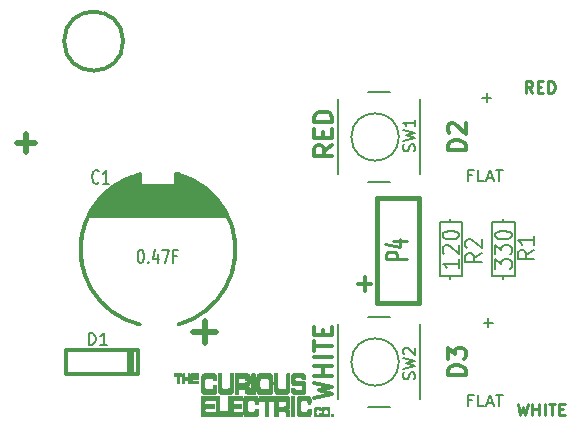
<source format=gbr>
G04 #@! TF.FileFunction,Legend,Top*
%FSLAX46Y46*%
G04 Gerber Fmt 4.6, Leading zero omitted, Abs format (unit mm)*
G04 Created by KiCad (PCBNEW 4.0.4-stable) date 03/09/17 11:08:24*
%MOMM*%
%LPD*%
G01*
G04 APERTURE LIST*
%ADD10C,0.500000*%
%ADD11C,0.300000*%
%ADD12C,0.304800*%
%ADD13C,0.200000*%
%ADD14C,0.010000*%
%ADD15C,0.381000*%
%ADD16C,0.203200*%
%ADD17C,0.150000*%
%ADD18C,0.250000*%
%ADD19C,0.271780*%
G04 APERTURE END LIST*
D10*
D11*
X30289572Y12338857D02*
X31432429Y12338857D01*
X30861000Y11767429D02*
X30861000Y12910286D01*
D12*
X11684000Y5715000D02*
X11684000Y6731000D01*
X11684000Y6731000D02*
X5588000Y6731000D01*
X5588000Y6731000D02*
X5588000Y5715000D01*
X5588000Y5715000D02*
X5588000Y4699000D01*
X5588000Y4699000D02*
X11684000Y4699000D01*
X11684000Y4699000D02*
X11684000Y5715000D01*
X11176000Y6731000D02*
X11176000Y4699000D01*
X10922000Y4699000D02*
X10922000Y6731000D01*
D13*
X42545000Y17526000D02*
X42545000Y17780000D01*
X42545000Y12954000D02*
X42545000Y12700000D01*
X43561000Y17526000D02*
X41656000Y17526000D01*
X41656000Y17526000D02*
X41656000Y12954000D01*
X41656000Y12954000D02*
X43561000Y12954000D01*
X43561000Y12954000D02*
X43561000Y17526000D01*
X38100000Y17526000D02*
X38100000Y17780000D01*
X38100000Y12954000D02*
X38100000Y12700000D01*
X39116000Y17526000D02*
X37211000Y17526000D01*
X37211000Y17526000D02*
X37211000Y12954000D01*
X37211000Y12954000D02*
X39116000Y12954000D01*
X39116000Y12954000D02*
X39116000Y17526000D01*
X33020000Y20955000D02*
X31115000Y20955000D01*
X33020000Y28575000D02*
X31115000Y28575000D01*
X35560000Y21590000D02*
X35560000Y27940000D01*
X28575000Y21590000D02*
X28575000Y27940000D01*
X33758046Y24765000D02*
G75*
G03X33758046Y24765000I-2008046J0D01*
G01*
X33020000Y1905000D02*
X31115000Y1905000D01*
X33020000Y9525000D02*
X31115000Y9525000D01*
X35560000Y2540000D02*
X35560000Y8890000D01*
X28575000Y2540000D02*
X28575000Y8890000D01*
X33758046Y5715000D02*
G75*
G03X33758046Y5715000I-2008046J0D01*
G01*
D14*
G36*
X14748000Y4810000D02*
X14838000Y4810000D01*
X14838000Y4720000D01*
X14748000Y4720000D01*
X14748000Y4810000D01*
X14748000Y4810000D01*
G37*
X14748000Y4810000D02*
X14838000Y4810000D01*
X14838000Y4720000D01*
X14748000Y4720000D01*
X14748000Y4810000D01*
G36*
X14838000Y4810000D02*
X14928000Y4810000D01*
X14928000Y4720000D01*
X14838000Y4720000D01*
X14838000Y4810000D01*
X14838000Y4810000D01*
G37*
X14838000Y4810000D02*
X14928000Y4810000D01*
X14928000Y4720000D01*
X14838000Y4720000D01*
X14838000Y4810000D01*
G36*
X14928000Y4810000D02*
X15018000Y4810000D01*
X15018000Y4720000D01*
X14928000Y4720000D01*
X14928000Y4810000D01*
X14928000Y4810000D01*
G37*
X14928000Y4810000D02*
X15018000Y4810000D01*
X15018000Y4720000D01*
X14928000Y4720000D01*
X14928000Y4810000D01*
G36*
X15018000Y4810000D02*
X15108000Y4810000D01*
X15108000Y4720000D01*
X15018000Y4720000D01*
X15018000Y4810000D01*
X15018000Y4810000D01*
G37*
X15018000Y4810000D02*
X15108000Y4810000D01*
X15108000Y4720000D01*
X15018000Y4720000D01*
X15018000Y4810000D01*
G36*
X15108000Y4810000D02*
X15198000Y4810000D01*
X15198000Y4720000D01*
X15108000Y4720000D01*
X15108000Y4810000D01*
X15108000Y4810000D01*
G37*
X15108000Y4810000D02*
X15198000Y4810000D01*
X15198000Y4720000D01*
X15108000Y4720000D01*
X15108000Y4810000D01*
G36*
X15198000Y4810000D02*
X15288000Y4810000D01*
X15288000Y4720000D01*
X15198000Y4720000D01*
X15198000Y4810000D01*
X15198000Y4810000D01*
G37*
X15198000Y4810000D02*
X15288000Y4810000D01*
X15288000Y4720000D01*
X15198000Y4720000D01*
X15198000Y4810000D01*
G36*
X15468000Y4810000D02*
X15558000Y4810000D01*
X15558000Y4720000D01*
X15468000Y4720000D01*
X15468000Y4810000D01*
X15468000Y4810000D01*
G37*
X15468000Y4810000D02*
X15558000Y4810000D01*
X15558000Y4720000D01*
X15468000Y4720000D01*
X15468000Y4810000D01*
G36*
X15918000Y4810000D02*
X16008000Y4810000D01*
X16008000Y4720000D01*
X15918000Y4720000D01*
X15918000Y4810000D01*
X15918000Y4810000D01*
G37*
X15918000Y4810000D02*
X16008000Y4810000D01*
X16008000Y4720000D01*
X15918000Y4720000D01*
X15918000Y4810000D01*
G36*
X16188000Y4810000D02*
X16278000Y4810000D01*
X16278000Y4720000D01*
X16188000Y4720000D01*
X16188000Y4810000D01*
X16188000Y4810000D01*
G37*
X16188000Y4810000D02*
X16278000Y4810000D01*
X16278000Y4720000D01*
X16188000Y4720000D01*
X16188000Y4810000D01*
G36*
X16278000Y4810000D02*
X16368000Y4810000D01*
X16368000Y4720000D01*
X16278000Y4720000D01*
X16278000Y4810000D01*
X16278000Y4810000D01*
G37*
X16278000Y4810000D02*
X16368000Y4810000D01*
X16368000Y4720000D01*
X16278000Y4720000D01*
X16278000Y4810000D01*
G36*
X16368000Y4810000D02*
X16458000Y4810000D01*
X16458000Y4720000D01*
X16368000Y4720000D01*
X16368000Y4810000D01*
X16368000Y4810000D01*
G37*
X16368000Y4810000D02*
X16458000Y4810000D01*
X16458000Y4720000D01*
X16368000Y4720000D01*
X16368000Y4810000D01*
G36*
X16458000Y4810000D02*
X16548000Y4810000D01*
X16548000Y4720000D01*
X16458000Y4720000D01*
X16458000Y4810000D01*
X16458000Y4810000D01*
G37*
X16458000Y4810000D02*
X16548000Y4810000D01*
X16548000Y4720000D01*
X16458000Y4720000D01*
X16458000Y4810000D01*
G36*
X16548000Y4810000D02*
X16638000Y4810000D01*
X16638000Y4720000D01*
X16548000Y4720000D01*
X16548000Y4810000D01*
X16548000Y4810000D01*
G37*
X16548000Y4810000D02*
X16638000Y4810000D01*
X16638000Y4720000D01*
X16548000Y4720000D01*
X16548000Y4810000D01*
G36*
X16638000Y4810000D02*
X16728000Y4810000D01*
X16728000Y4720000D01*
X16638000Y4720000D01*
X16638000Y4810000D01*
X16638000Y4810000D01*
G37*
X16638000Y4810000D02*
X16728000Y4810000D01*
X16728000Y4720000D01*
X16638000Y4720000D01*
X16638000Y4810000D01*
G36*
X17268000Y4810000D02*
X17358000Y4810000D01*
X17358000Y4720000D01*
X17268000Y4720000D01*
X17268000Y4810000D01*
X17268000Y4810000D01*
G37*
X17268000Y4810000D02*
X17358000Y4810000D01*
X17358000Y4720000D01*
X17268000Y4720000D01*
X17268000Y4810000D01*
G36*
X17358000Y4810000D02*
X17448000Y4810000D01*
X17448000Y4720000D01*
X17358000Y4720000D01*
X17358000Y4810000D01*
X17358000Y4810000D01*
G37*
X17358000Y4810000D02*
X17448000Y4810000D01*
X17448000Y4720000D01*
X17358000Y4720000D01*
X17358000Y4810000D01*
G36*
X17448000Y4810000D02*
X17538000Y4810000D01*
X17538000Y4720000D01*
X17448000Y4720000D01*
X17448000Y4810000D01*
X17448000Y4810000D01*
G37*
X17448000Y4810000D02*
X17538000Y4810000D01*
X17538000Y4720000D01*
X17448000Y4720000D01*
X17448000Y4810000D01*
G36*
X17538000Y4810000D02*
X17628000Y4810000D01*
X17628000Y4720000D01*
X17538000Y4720000D01*
X17538000Y4810000D01*
X17538000Y4810000D01*
G37*
X17538000Y4810000D02*
X17628000Y4810000D01*
X17628000Y4720000D01*
X17538000Y4720000D01*
X17538000Y4810000D01*
G36*
X17628000Y4810000D02*
X17718000Y4810000D01*
X17718000Y4720000D01*
X17628000Y4720000D01*
X17628000Y4810000D01*
X17628000Y4810000D01*
G37*
X17628000Y4810000D02*
X17718000Y4810000D01*
X17718000Y4720000D01*
X17628000Y4720000D01*
X17628000Y4810000D01*
G36*
X17718000Y4810000D02*
X17808000Y4810000D01*
X17808000Y4720000D01*
X17718000Y4720000D01*
X17718000Y4810000D01*
X17718000Y4810000D01*
G37*
X17718000Y4810000D02*
X17808000Y4810000D01*
X17808000Y4720000D01*
X17718000Y4720000D01*
X17718000Y4810000D01*
G36*
X17808000Y4810000D02*
X17898000Y4810000D01*
X17898000Y4720000D01*
X17808000Y4720000D01*
X17808000Y4810000D01*
X17808000Y4810000D01*
G37*
X17808000Y4810000D02*
X17898000Y4810000D01*
X17898000Y4720000D01*
X17808000Y4720000D01*
X17808000Y4810000D01*
G36*
X17898000Y4810000D02*
X17988000Y4810000D01*
X17988000Y4720000D01*
X17898000Y4720000D01*
X17898000Y4810000D01*
X17898000Y4810000D01*
G37*
X17898000Y4810000D02*
X17988000Y4810000D01*
X17988000Y4720000D01*
X17898000Y4720000D01*
X17898000Y4810000D01*
G36*
X17988000Y4810000D02*
X18078000Y4810000D01*
X18078000Y4720000D01*
X17988000Y4720000D01*
X17988000Y4810000D01*
X17988000Y4810000D01*
G37*
X17988000Y4810000D02*
X18078000Y4810000D01*
X18078000Y4720000D01*
X17988000Y4720000D01*
X17988000Y4810000D01*
G36*
X18438000Y4810000D02*
X18528000Y4810000D01*
X18528000Y4720000D01*
X18438000Y4720000D01*
X18438000Y4810000D01*
X18438000Y4810000D01*
G37*
X18438000Y4810000D02*
X18528000Y4810000D01*
X18528000Y4720000D01*
X18438000Y4720000D01*
X18438000Y4810000D01*
G36*
X18528000Y4810000D02*
X18618000Y4810000D01*
X18618000Y4720000D01*
X18528000Y4720000D01*
X18528000Y4810000D01*
X18528000Y4810000D01*
G37*
X18528000Y4810000D02*
X18618000Y4810000D01*
X18618000Y4720000D01*
X18528000Y4720000D01*
X18528000Y4810000D01*
G36*
X18618000Y4810000D02*
X18708000Y4810000D01*
X18708000Y4720000D01*
X18618000Y4720000D01*
X18618000Y4810000D01*
X18618000Y4810000D01*
G37*
X18618000Y4810000D02*
X18708000Y4810000D01*
X18708000Y4720000D01*
X18618000Y4720000D01*
X18618000Y4810000D01*
G36*
X19428000Y4810000D02*
X19518000Y4810000D01*
X19518000Y4720000D01*
X19428000Y4720000D01*
X19428000Y4810000D01*
X19428000Y4810000D01*
G37*
X19428000Y4810000D02*
X19518000Y4810000D01*
X19518000Y4720000D01*
X19428000Y4720000D01*
X19428000Y4810000D01*
G36*
X19518000Y4810000D02*
X19608000Y4810000D01*
X19608000Y4720000D01*
X19518000Y4720000D01*
X19518000Y4810000D01*
X19518000Y4810000D01*
G37*
X19518000Y4810000D02*
X19608000Y4810000D01*
X19608000Y4720000D01*
X19518000Y4720000D01*
X19518000Y4810000D01*
G36*
X19608000Y4810000D02*
X19698000Y4810000D01*
X19698000Y4720000D01*
X19608000Y4720000D01*
X19608000Y4810000D01*
X19608000Y4810000D01*
G37*
X19608000Y4810000D02*
X19698000Y4810000D01*
X19698000Y4720000D01*
X19608000Y4720000D01*
X19608000Y4810000D01*
G36*
X19878000Y4810000D02*
X19968000Y4810000D01*
X19968000Y4720000D01*
X19878000Y4720000D01*
X19878000Y4810000D01*
X19878000Y4810000D01*
G37*
X19878000Y4810000D02*
X19968000Y4810000D01*
X19968000Y4720000D01*
X19878000Y4720000D01*
X19878000Y4810000D01*
G36*
X19968000Y4810000D02*
X20058000Y4810000D01*
X20058000Y4720000D01*
X19968000Y4720000D01*
X19968000Y4810000D01*
X19968000Y4810000D01*
G37*
X19968000Y4810000D02*
X20058000Y4810000D01*
X20058000Y4720000D01*
X19968000Y4720000D01*
X19968000Y4810000D01*
G36*
X20058000Y4810000D02*
X20148000Y4810000D01*
X20148000Y4720000D01*
X20058000Y4720000D01*
X20058000Y4810000D01*
X20058000Y4810000D01*
G37*
X20058000Y4810000D02*
X20148000Y4810000D01*
X20148000Y4720000D01*
X20058000Y4720000D01*
X20058000Y4810000D01*
G36*
X20148000Y4810000D02*
X20238000Y4810000D01*
X20238000Y4720000D01*
X20148000Y4720000D01*
X20148000Y4810000D01*
X20148000Y4810000D01*
G37*
X20148000Y4810000D02*
X20238000Y4810000D01*
X20238000Y4720000D01*
X20148000Y4720000D01*
X20148000Y4810000D01*
G36*
X20238000Y4810000D02*
X20328000Y4810000D01*
X20328000Y4720000D01*
X20238000Y4720000D01*
X20238000Y4810000D01*
X20238000Y4810000D01*
G37*
X20238000Y4810000D02*
X20328000Y4810000D01*
X20328000Y4720000D01*
X20238000Y4720000D01*
X20238000Y4810000D01*
G36*
X20328000Y4810000D02*
X20418000Y4810000D01*
X20418000Y4720000D01*
X20328000Y4720000D01*
X20328000Y4810000D01*
X20328000Y4810000D01*
G37*
X20328000Y4810000D02*
X20418000Y4810000D01*
X20418000Y4720000D01*
X20328000Y4720000D01*
X20328000Y4810000D01*
G36*
X20418000Y4810000D02*
X20508000Y4810000D01*
X20508000Y4720000D01*
X20418000Y4720000D01*
X20418000Y4810000D01*
X20418000Y4810000D01*
G37*
X20418000Y4810000D02*
X20508000Y4810000D01*
X20508000Y4720000D01*
X20418000Y4720000D01*
X20418000Y4810000D01*
G36*
X20508000Y4810000D02*
X20598000Y4810000D01*
X20598000Y4720000D01*
X20508000Y4720000D01*
X20508000Y4810000D01*
X20508000Y4810000D01*
G37*
X20508000Y4810000D02*
X20598000Y4810000D01*
X20598000Y4720000D01*
X20508000Y4720000D01*
X20508000Y4810000D01*
G36*
X20598000Y4810000D02*
X20688000Y4810000D01*
X20688000Y4720000D01*
X20598000Y4720000D01*
X20598000Y4810000D01*
X20598000Y4810000D01*
G37*
X20598000Y4810000D02*
X20688000Y4810000D01*
X20688000Y4720000D01*
X20598000Y4720000D01*
X20598000Y4810000D01*
G36*
X20688000Y4810000D02*
X20778000Y4810000D01*
X20778000Y4720000D01*
X20688000Y4720000D01*
X20688000Y4810000D01*
X20688000Y4810000D01*
G37*
X20688000Y4810000D02*
X20778000Y4810000D01*
X20778000Y4720000D01*
X20688000Y4720000D01*
X20688000Y4810000D01*
G36*
X20778000Y4810000D02*
X20868000Y4810000D01*
X20868000Y4720000D01*
X20778000Y4720000D01*
X20778000Y4810000D01*
X20778000Y4810000D01*
G37*
X20778000Y4810000D02*
X20868000Y4810000D01*
X20868000Y4720000D01*
X20778000Y4720000D01*
X20778000Y4810000D01*
G36*
X21318000Y4810000D02*
X21408000Y4810000D01*
X21408000Y4720000D01*
X21318000Y4720000D01*
X21318000Y4810000D01*
X21318000Y4810000D01*
G37*
X21318000Y4810000D02*
X21408000Y4810000D01*
X21408000Y4720000D01*
X21318000Y4720000D01*
X21318000Y4810000D01*
G36*
X21408000Y4810000D02*
X21498000Y4810000D01*
X21498000Y4720000D01*
X21408000Y4720000D01*
X21408000Y4810000D01*
X21408000Y4810000D01*
G37*
X21408000Y4810000D02*
X21498000Y4810000D01*
X21498000Y4720000D01*
X21408000Y4720000D01*
X21408000Y4810000D01*
G36*
X21948000Y4810000D02*
X22038000Y4810000D01*
X22038000Y4720000D01*
X21948000Y4720000D01*
X21948000Y4810000D01*
X21948000Y4810000D01*
G37*
X21948000Y4810000D02*
X22038000Y4810000D01*
X22038000Y4720000D01*
X21948000Y4720000D01*
X21948000Y4810000D01*
G36*
X22038000Y4810000D02*
X22128000Y4810000D01*
X22128000Y4720000D01*
X22038000Y4720000D01*
X22038000Y4810000D01*
X22038000Y4810000D01*
G37*
X22038000Y4810000D02*
X22128000Y4810000D01*
X22128000Y4720000D01*
X22038000Y4720000D01*
X22038000Y4810000D01*
G36*
X22128000Y4810000D02*
X22218000Y4810000D01*
X22218000Y4720000D01*
X22128000Y4720000D01*
X22128000Y4810000D01*
X22128000Y4810000D01*
G37*
X22128000Y4810000D02*
X22218000Y4810000D01*
X22218000Y4720000D01*
X22128000Y4720000D01*
X22128000Y4810000D01*
G36*
X22218000Y4810000D02*
X22308000Y4810000D01*
X22308000Y4720000D01*
X22218000Y4720000D01*
X22218000Y4810000D01*
X22218000Y4810000D01*
G37*
X22218000Y4810000D02*
X22308000Y4810000D01*
X22308000Y4720000D01*
X22218000Y4720000D01*
X22218000Y4810000D01*
G36*
X22308000Y4810000D02*
X22398000Y4810000D01*
X22398000Y4720000D01*
X22308000Y4720000D01*
X22308000Y4810000D01*
X22308000Y4810000D01*
G37*
X22308000Y4810000D02*
X22398000Y4810000D01*
X22398000Y4720000D01*
X22308000Y4720000D01*
X22308000Y4810000D01*
G36*
X22398000Y4810000D02*
X22488000Y4810000D01*
X22488000Y4720000D01*
X22398000Y4720000D01*
X22398000Y4810000D01*
X22398000Y4810000D01*
G37*
X22398000Y4810000D02*
X22488000Y4810000D01*
X22488000Y4720000D01*
X22398000Y4720000D01*
X22398000Y4810000D01*
G36*
X22488000Y4810000D02*
X22578000Y4810000D01*
X22578000Y4720000D01*
X22488000Y4720000D01*
X22488000Y4810000D01*
X22488000Y4810000D01*
G37*
X22488000Y4810000D02*
X22578000Y4810000D01*
X22578000Y4720000D01*
X22488000Y4720000D01*
X22488000Y4810000D01*
G36*
X22578000Y4810000D02*
X22668000Y4810000D01*
X22668000Y4720000D01*
X22578000Y4720000D01*
X22578000Y4810000D01*
X22578000Y4810000D01*
G37*
X22578000Y4810000D02*
X22668000Y4810000D01*
X22668000Y4720000D01*
X22578000Y4720000D01*
X22578000Y4810000D01*
G36*
X22668000Y4810000D02*
X22758000Y4810000D01*
X22758000Y4720000D01*
X22668000Y4720000D01*
X22668000Y4810000D01*
X22668000Y4810000D01*
G37*
X22668000Y4810000D02*
X22758000Y4810000D01*
X22758000Y4720000D01*
X22668000Y4720000D01*
X22668000Y4810000D01*
G36*
X22758000Y4810000D02*
X22848000Y4810000D01*
X22848000Y4720000D01*
X22758000Y4720000D01*
X22758000Y4810000D01*
X22758000Y4810000D01*
G37*
X22758000Y4810000D02*
X22848000Y4810000D01*
X22848000Y4720000D01*
X22758000Y4720000D01*
X22758000Y4810000D01*
G36*
X23208000Y4810000D02*
X23298000Y4810000D01*
X23298000Y4720000D01*
X23208000Y4720000D01*
X23208000Y4810000D01*
X23208000Y4810000D01*
G37*
X23208000Y4810000D02*
X23298000Y4810000D01*
X23298000Y4720000D01*
X23208000Y4720000D01*
X23208000Y4810000D01*
G36*
X23298000Y4810000D02*
X23388000Y4810000D01*
X23388000Y4720000D01*
X23298000Y4720000D01*
X23298000Y4810000D01*
X23298000Y4810000D01*
G37*
X23298000Y4810000D02*
X23388000Y4810000D01*
X23388000Y4720000D01*
X23298000Y4720000D01*
X23298000Y4810000D01*
G36*
X23388000Y4810000D02*
X23478000Y4810000D01*
X23478000Y4720000D01*
X23388000Y4720000D01*
X23388000Y4810000D01*
X23388000Y4810000D01*
G37*
X23388000Y4810000D02*
X23478000Y4810000D01*
X23478000Y4720000D01*
X23388000Y4720000D01*
X23388000Y4810000D01*
G36*
X24288000Y4810000D02*
X24378000Y4810000D01*
X24378000Y4720000D01*
X24288000Y4720000D01*
X24288000Y4810000D01*
X24288000Y4810000D01*
G37*
X24288000Y4810000D02*
X24378000Y4810000D01*
X24378000Y4720000D01*
X24288000Y4720000D01*
X24288000Y4810000D01*
G36*
X24378000Y4810000D02*
X24468000Y4810000D01*
X24468000Y4720000D01*
X24378000Y4720000D01*
X24378000Y4810000D01*
X24378000Y4810000D01*
G37*
X24378000Y4810000D02*
X24468000Y4810000D01*
X24468000Y4720000D01*
X24378000Y4720000D01*
X24378000Y4810000D01*
G36*
X24828000Y4810000D02*
X24918000Y4810000D01*
X24918000Y4720000D01*
X24828000Y4720000D01*
X24828000Y4810000D01*
X24828000Y4810000D01*
G37*
X24828000Y4810000D02*
X24918000Y4810000D01*
X24918000Y4720000D01*
X24828000Y4720000D01*
X24828000Y4810000D01*
G36*
X24918000Y4810000D02*
X25008000Y4810000D01*
X25008000Y4720000D01*
X24918000Y4720000D01*
X24918000Y4810000D01*
X24918000Y4810000D01*
G37*
X24918000Y4810000D02*
X25008000Y4810000D01*
X25008000Y4720000D01*
X24918000Y4720000D01*
X24918000Y4810000D01*
G36*
X25008000Y4810000D02*
X25098000Y4810000D01*
X25098000Y4720000D01*
X25008000Y4720000D01*
X25008000Y4810000D01*
X25008000Y4810000D01*
G37*
X25008000Y4810000D02*
X25098000Y4810000D01*
X25098000Y4720000D01*
X25008000Y4720000D01*
X25008000Y4810000D01*
G36*
X25098000Y4810000D02*
X25188000Y4810000D01*
X25188000Y4720000D01*
X25098000Y4720000D01*
X25098000Y4810000D01*
X25098000Y4810000D01*
G37*
X25098000Y4810000D02*
X25188000Y4810000D01*
X25188000Y4720000D01*
X25098000Y4720000D01*
X25098000Y4810000D01*
G36*
X25188000Y4810000D02*
X25278000Y4810000D01*
X25278000Y4720000D01*
X25188000Y4720000D01*
X25188000Y4810000D01*
X25188000Y4810000D01*
G37*
X25188000Y4810000D02*
X25278000Y4810000D01*
X25278000Y4720000D01*
X25188000Y4720000D01*
X25188000Y4810000D01*
G36*
X25278000Y4810000D02*
X25368000Y4810000D01*
X25368000Y4720000D01*
X25278000Y4720000D01*
X25278000Y4810000D01*
X25278000Y4810000D01*
G37*
X25278000Y4810000D02*
X25368000Y4810000D01*
X25368000Y4720000D01*
X25278000Y4720000D01*
X25278000Y4810000D01*
G36*
X25368000Y4810000D02*
X25458000Y4810000D01*
X25458000Y4720000D01*
X25368000Y4720000D01*
X25368000Y4810000D01*
X25368000Y4810000D01*
G37*
X25368000Y4810000D02*
X25458000Y4810000D01*
X25458000Y4720000D01*
X25368000Y4720000D01*
X25368000Y4810000D01*
G36*
X25458000Y4810000D02*
X25548000Y4810000D01*
X25548000Y4720000D01*
X25458000Y4720000D01*
X25458000Y4810000D01*
X25458000Y4810000D01*
G37*
X25458000Y4810000D02*
X25548000Y4810000D01*
X25548000Y4720000D01*
X25458000Y4720000D01*
X25458000Y4810000D01*
G36*
X25548000Y4810000D02*
X25638000Y4810000D01*
X25638000Y4720000D01*
X25548000Y4720000D01*
X25548000Y4810000D01*
X25548000Y4810000D01*
G37*
X25548000Y4810000D02*
X25638000Y4810000D01*
X25638000Y4720000D01*
X25548000Y4720000D01*
X25548000Y4810000D01*
G36*
X14748000Y4720000D02*
X14838000Y4720000D01*
X14838000Y4630000D01*
X14748000Y4630000D01*
X14748000Y4720000D01*
X14748000Y4720000D01*
G37*
X14748000Y4720000D02*
X14838000Y4720000D01*
X14838000Y4630000D01*
X14748000Y4630000D01*
X14748000Y4720000D01*
G36*
X14838000Y4720000D02*
X14928000Y4720000D01*
X14928000Y4630000D01*
X14838000Y4630000D01*
X14838000Y4720000D01*
X14838000Y4720000D01*
G37*
X14838000Y4720000D02*
X14928000Y4720000D01*
X14928000Y4630000D01*
X14838000Y4630000D01*
X14838000Y4720000D01*
G36*
X14928000Y4720000D02*
X15018000Y4720000D01*
X15018000Y4630000D01*
X14928000Y4630000D01*
X14928000Y4720000D01*
X14928000Y4720000D01*
G37*
X14928000Y4720000D02*
X15018000Y4720000D01*
X15018000Y4630000D01*
X14928000Y4630000D01*
X14928000Y4720000D01*
G36*
X15018000Y4720000D02*
X15108000Y4720000D01*
X15108000Y4630000D01*
X15018000Y4630000D01*
X15018000Y4720000D01*
X15018000Y4720000D01*
G37*
X15018000Y4720000D02*
X15108000Y4720000D01*
X15108000Y4630000D01*
X15018000Y4630000D01*
X15018000Y4720000D01*
G36*
X15108000Y4720000D02*
X15198000Y4720000D01*
X15198000Y4630000D01*
X15108000Y4630000D01*
X15108000Y4720000D01*
X15108000Y4720000D01*
G37*
X15108000Y4720000D02*
X15198000Y4720000D01*
X15198000Y4630000D01*
X15108000Y4630000D01*
X15108000Y4720000D01*
G36*
X15198000Y4720000D02*
X15288000Y4720000D01*
X15288000Y4630000D01*
X15198000Y4630000D01*
X15198000Y4720000D01*
X15198000Y4720000D01*
G37*
X15198000Y4720000D02*
X15288000Y4720000D01*
X15288000Y4630000D01*
X15198000Y4630000D01*
X15198000Y4720000D01*
G36*
X15288000Y4720000D02*
X15378000Y4720000D01*
X15378000Y4630000D01*
X15288000Y4630000D01*
X15288000Y4720000D01*
X15288000Y4720000D01*
G37*
X15288000Y4720000D02*
X15378000Y4720000D01*
X15378000Y4630000D01*
X15288000Y4630000D01*
X15288000Y4720000D01*
G36*
X15378000Y4720000D02*
X15468000Y4720000D01*
X15468000Y4630000D01*
X15378000Y4630000D01*
X15378000Y4720000D01*
X15378000Y4720000D01*
G37*
X15378000Y4720000D02*
X15468000Y4720000D01*
X15468000Y4630000D01*
X15378000Y4630000D01*
X15378000Y4720000D01*
G36*
X15468000Y4720000D02*
X15558000Y4720000D01*
X15558000Y4630000D01*
X15468000Y4630000D01*
X15468000Y4720000D01*
X15468000Y4720000D01*
G37*
X15468000Y4720000D02*
X15558000Y4720000D01*
X15558000Y4630000D01*
X15468000Y4630000D01*
X15468000Y4720000D01*
G36*
X15918000Y4720000D02*
X16008000Y4720000D01*
X16008000Y4630000D01*
X15918000Y4630000D01*
X15918000Y4720000D01*
X15918000Y4720000D01*
G37*
X15918000Y4720000D02*
X16008000Y4720000D01*
X16008000Y4630000D01*
X15918000Y4630000D01*
X15918000Y4720000D01*
G36*
X16008000Y4720000D02*
X16098000Y4720000D01*
X16098000Y4630000D01*
X16008000Y4630000D01*
X16008000Y4720000D01*
X16008000Y4720000D01*
G37*
X16008000Y4720000D02*
X16098000Y4720000D01*
X16098000Y4630000D01*
X16008000Y4630000D01*
X16008000Y4720000D01*
G36*
X16188000Y4720000D02*
X16278000Y4720000D01*
X16278000Y4630000D01*
X16188000Y4630000D01*
X16188000Y4720000D01*
X16188000Y4720000D01*
G37*
X16188000Y4720000D02*
X16278000Y4720000D01*
X16278000Y4630000D01*
X16188000Y4630000D01*
X16188000Y4720000D01*
G36*
X16278000Y4720000D02*
X16368000Y4720000D01*
X16368000Y4630000D01*
X16278000Y4630000D01*
X16278000Y4720000D01*
X16278000Y4720000D01*
G37*
X16278000Y4720000D02*
X16368000Y4720000D01*
X16368000Y4630000D01*
X16278000Y4630000D01*
X16278000Y4720000D01*
G36*
X16368000Y4720000D02*
X16458000Y4720000D01*
X16458000Y4630000D01*
X16368000Y4630000D01*
X16368000Y4720000D01*
X16368000Y4720000D01*
G37*
X16368000Y4720000D02*
X16458000Y4720000D01*
X16458000Y4630000D01*
X16368000Y4630000D01*
X16368000Y4720000D01*
G36*
X16458000Y4720000D02*
X16548000Y4720000D01*
X16548000Y4630000D01*
X16458000Y4630000D01*
X16458000Y4720000D01*
X16458000Y4720000D01*
G37*
X16458000Y4720000D02*
X16548000Y4720000D01*
X16548000Y4630000D01*
X16458000Y4630000D01*
X16458000Y4720000D01*
G36*
X16548000Y4720000D02*
X16638000Y4720000D01*
X16638000Y4630000D01*
X16548000Y4630000D01*
X16548000Y4720000D01*
X16548000Y4720000D01*
G37*
X16548000Y4720000D02*
X16638000Y4720000D01*
X16638000Y4630000D01*
X16548000Y4630000D01*
X16548000Y4720000D01*
G36*
X16638000Y4720000D02*
X16728000Y4720000D01*
X16728000Y4630000D01*
X16638000Y4630000D01*
X16638000Y4720000D01*
X16638000Y4720000D01*
G37*
X16638000Y4720000D02*
X16728000Y4720000D01*
X16728000Y4630000D01*
X16638000Y4630000D01*
X16638000Y4720000D01*
G36*
X17088000Y4720000D02*
X17178000Y4720000D01*
X17178000Y4630000D01*
X17088000Y4630000D01*
X17088000Y4720000D01*
X17088000Y4720000D01*
G37*
X17088000Y4720000D02*
X17178000Y4720000D01*
X17178000Y4630000D01*
X17088000Y4630000D01*
X17088000Y4720000D01*
G36*
X17178000Y4720000D02*
X17268000Y4720000D01*
X17268000Y4630000D01*
X17178000Y4630000D01*
X17178000Y4720000D01*
X17178000Y4720000D01*
G37*
X17178000Y4720000D02*
X17268000Y4720000D01*
X17268000Y4630000D01*
X17178000Y4630000D01*
X17178000Y4720000D01*
G36*
X17268000Y4720000D02*
X17358000Y4720000D01*
X17358000Y4630000D01*
X17268000Y4630000D01*
X17268000Y4720000D01*
X17268000Y4720000D01*
G37*
X17268000Y4720000D02*
X17358000Y4720000D01*
X17358000Y4630000D01*
X17268000Y4630000D01*
X17268000Y4720000D01*
G36*
X17358000Y4720000D02*
X17448000Y4720000D01*
X17448000Y4630000D01*
X17358000Y4630000D01*
X17358000Y4720000D01*
X17358000Y4720000D01*
G37*
X17358000Y4720000D02*
X17448000Y4720000D01*
X17448000Y4630000D01*
X17358000Y4630000D01*
X17358000Y4720000D01*
G36*
X17448000Y4720000D02*
X17538000Y4720000D01*
X17538000Y4630000D01*
X17448000Y4630000D01*
X17448000Y4720000D01*
X17448000Y4720000D01*
G37*
X17448000Y4720000D02*
X17538000Y4720000D01*
X17538000Y4630000D01*
X17448000Y4630000D01*
X17448000Y4720000D01*
G36*
X17538000Y4720000D02*
X17628000Y4720000D01*
X17628000Y4630000D01*
X17538000Y4630000D01*
X17538000Y4720000D01*
X17538000Y4720000D01*
G37*
X17538000Y4720000D02*
X17628000Y4720000D01*
X17628000Y4630000D01*
X17538000Y4630000D01*
X17538000Y4720000D01*
G36*
X17628000Y4720000D02*
X17718000Y4720000D01*
X17718000Y4630000D01*
X17628000Y4630000D01*
X17628000Y4720000D01*
X17628000Y4720000D01*
G37*
X17628000Y4720000D02*
X17718000Y4720000D01*
X17718000Y4630000D01*
X17628000Y4630000D01*
X17628000Y4720000D01*
G36*
X17718000Y4720000D02*
X17808000Y4720000D01*
X17808000Y4630000D01*
X17718000Y4630000D01*
X17718000Y4720000D01*
X17718000Y4720000D01*
G37*
X17718000Y4720000D02*
X17808000Y4720000D01*
X17808000Y4630000D01*
X17718000Y4630000D01*
X17718000Y4720000D01*
G36*
X17808000Y4720000D02*
X17898000Y4720000D01*
X17898000Y4630000D01*
X17808000Y4630000D01*
X17808000Y4720000D01*
X17808000Y4720000D01*
G37*
X17808000Y4720000D02*
X17898000Y4720000D01*
X17898000Y4630000D01*
X17808000Y4630000D01*
X17808000Y4720000D01*
G36*
X17898000Y4720000D02*
X17988000Y4720000D01*
X17988000Y4630000D01*
X17898000Y4630000D01*
X17898000Y4720000D01*
X17898000Y4720000D01*
G37*
X17898000Y4720000D02*
X17988000Y4720000D01*
X17988000Y4630000D01*
X17898000Y4630000D01*
X17898000Y4720000D01*
G36*
X17988000Y4720000D02*
X18078000Y4720000D01*
X18078000Y4630000D01*
X17988000Y4630000D01*
X17988000Y4720000D01*
X17988000Y4720000D01*
G37*
X17988000Y4720000D02*
X18078000Y4720000D01*
X18078000Y4630000D01*
X17988000Y4630000D01*
X17988000Y4720000D01*
G36*
X18078000Y4720000D02*
X18168000Y4720000D01*
X18168000Y4630000D01*
X18078000Y4630000D01*
X18078000Y4720000D01*
X18078000Y4720000D01*
G37*
X18078000Y4720000D02*
X18168000Y4720000D01*
X18168000Y4630000D01*
X18078000Y4630000D01*
X18078000Y4720000D01*
G36*
X18438000Y4720000D02*
X18528000Y4720000D01*
X18528000Y4630000D01*
X18438000Y4630000D01*
X18438000Y4720000D01*
X18438000Y4720000D01*
G37*
X18438000Y4720000D02*
X18528000Y4720000D01*
X18528000Y4630000D01*
X18438000Y4630000D01*
X18438000Y4720000D01*
G36*
X18528000Y4720000D02*
X18618000Y4720000D01*
X18618000Y4630000D01*
X18528000Y4630000D01*
X18528000Y4720000D01*
X18528000Y4720000D01*
G37*
X18528000Y4720000D02*
X18618000Y4720000D01*
X18618000Y4630000D01*
X18528000Y4630000D01*
X18528000Y4720000D01*
G36*
X18618000Y4720000D02*
X18708000Y4720000D01*
X18708000Y4630000D01*
X18618000Y4630000D01*
X18618000Y4720000D01*
X18618000Y4720000D01*
G37*
X18618000Y4720000D02*
X18708000Y4720000D01*
X18708000Y4630000D01*
X18618000Y4630000D01*
X18618000Y4720000D01*
G36*
X19428000Y4720000D02*
X19518000Y4720000D01*
X19518000Y4630000D01*
X19428000Y4630000D01*
X19428000Y4720000D01*
X19428000Y4720000D01*
G37*
X19428000Y4720000D02*
X19518000Y4720000D01*
X19518000Y4630000D01*
X19428000Y4630000D01*
X19428000Y4720000D01*
G36*
X19518000Y4720000D02*
X19608000Y4720000D01*
X19608000Y4630000D01*
X19518000Y4630000D01*
X19518000Y4720000D01*
X19518000Y4720000D01*
G37*
X19518000Y4720000D02*
X19608000Y4720000D01*
X19608000Y4630000D01*
X19518000Y4630000D01*
X19518000Y4720000D01*
G36*
X19608000Y4720000D02*
X19698000Y4720000D01*
X19698000Y4630000D01*
X19608000Y4630000D01*
X19608000Y4720000D01*
X19608000Y4720000D01*
G37*
X19608000Y4720000D02*
X19698000Y4720000D01*
X19698000Y4630000D01*
X19608000Y4630000D01*
X19608000Y4720000D01*
G36*
X19878000Y4720000D02*
X19968000Y4720000D01*
X19968000Y4630000D01*
X19878000Y4630000D01*
X19878000Y4720000D01*
X19878000Y4720000D01*
G37*
X19878000Y4720000D02*
X19968000Y4720000D01*
X19968000Y4630000D01*
X19878000Y4630000D01*
X19878000Y4720000D01*
G36*
X19968000Y4720000D02*
X20058000Y4720000D01*
X20058000Y4630000D01*
X19968000Y4630000D01*
X19968000Y4720000D01*
X19968000Y4720000D01*
G37*
X19968000Y4720000D02*
X20058000Y4720000D01*
X20058000Y4630000D01*
X19968000Y4630000D01*
X19968000Y4720000D01*
G36*
X20058000Y4720000D02*
X20148000Y4720000D01*
X20148000Y4630000D01*
X20058000Y4630000D01*
X20058000Y4720000D01*
X20058000Y4720000D01*
G37*
X20058000Y4720000D02*
X20148000Y4720000D01*
X20148000Y4630000D01*
X20058000Y4630000D01*
X20058000Y4720000D01*
G36*
X20148000Y4720000D02*
X20238000Y4720000D01*
X20238000Y4630000D01*
X20148000Y4630000D01*
X20148000Y4720000D01*
X20148000Y4720000D01*
G37*
X20148000Y4720000D02*
X20238000Y4720000D01*
X20238000Y4630000D01*
X20148000Y4630000D01*
X20148000Y4720000D01*
G36*
X20238000Y4720000D02*
X20328000Y4720000D01*
X20328000Y4630000D01*
X20238000Y4630000D01*
X20238000Y4720000D01*
X20238000Y4720000D01*
G37*
X20238000Y4720000D02*
X20328000Y4720000D01*
X20328000Y4630000D01*
X20238000Y4630000D01*
X20238000Y4720000D01*
G36*
X20328000Y4720000D02*
X20418000Y4720000D01*
X20418000Y4630000D01*
X20328000Y4630000D01*
X20328000Y4720000D01*
X20328000Y4720000D01*
G37*
X20328000Y4720000D02*
X20418000Y4720000D01*
X20418000Y4630000D01*
X20328000Y4630000D01*
X20328000Y4720000D01*
G36*
X20418000Y4720000D02*
X20508000Y4720000D01*
X20508000Y4630000D01*
X20418000Y4630000D01*
X20418000Y4720000D01*
X20418000Y4720000D01*
G37*
X20418000Y4720000D02*
X20508000Y4720000D01*
X20508000Y4630000D01*
X20418000Y4630000D01*
X20418000Y4720000D01*
G36*
X20508000Y4720000D02*
X20598000Y4720000D01*
X20598000Y4630000D01*
X20508000Y4630000D01*
X20508000Y4720000D01*
X20508000Y4720000D01*
G37*
X20508000Y4720000D02*
X20598000Y4720000D01*
X20598000Y4630000D01*
X20508000Y4630000D01*
X20508000Y4720000D01*
G36*
X20598000Y4720000D02*
X20688000Y4720000D01*
X20688000Y4630000D01*
X20598000Y4630000D01*
X20598000Y4720000D01*
X20598000Y4720000D01*
G37*
X20598000Y4720000D02*
X20688000Y4720000D01*
X20688000Y4630000D01*
X20598000Y4630000D01*
X20598000Y4720000D01*
G36*
X20688000Y4720000D02*
X20778000Y4720000D01*
X20778000Y4630000D01*
X20688000Y4630000D01*
X20688000Y4720000D01*
X20688000Y4720000D01*
G37*
X20688000Y4720000D02*
X20778000Y4720000D01*
X20778000Y4630000D01*
X20688000Y4630000D01*
X20688000Y4720000D01*
G36*
X20778000Y4720000D02*
X20868000Y4720000D01*
X20868000Y4630000D01*
X20778000Y4630000D01*
X20778000Y4720000D01*
X20778000Y4720000D01*
G37*
X20778000Y4720000D02*
X20868000Y4720000D01*
X20868000Y4630000D01*
X20778000Y4630000D01*
X20778000Y4720000D01*
G36*
X20868000Y4720000D02*
X20958000Y4720000D01*
X20958000Y4630000D01*
X20868000Y4630000D01*
X20868000Y4720000D01*
X20868000Y4720000D01*
G37*
X20868000Y4720000D02*
X20958000Y4720000D01*
X20958000Y4630000D01*
X20868000Y4630000D01*
X20868000Y4720000D01*
G36*
X20958000Y4720000D02*
X21048000Y4720000D01*
X21048000Y4630000D01*
X20958000Y4630000D01*
X20958000Y4720000D01*
X20958000Y4720000D01*
G37*
X20958000Y4720000D02*
X21048000Y4720000D01*
X21048000Y4630000D01*
X20958000Y4630000D01*
X20958000Y4720000D01*
G36*
X21228000Y4720000D02*
X21318000Y4720000D01*
X21318000Y4630000D01*
X21228000Y4630000D01*
X21228000Y4720000D01*
X21228000Y4720000D01*
G37*
X21228000Y4720000D02*
X21318000Y4720000D01*
X21318000Y4630000D01*
X21228000Y4630000D01*
X21228000Y4720000D01*
G36*
X21318000Y4720000D02*
X21408000Y4720000D01*
X21408000Y4630000D01*
X21318000Y4630000D01*
X21318000Y4720000D01*
X21318000Y4720000D01*
G37*
X21318000Y4720000D02*
X21408000Y4720000D01*
X21408000Y4630000D01*
X21318000Y4630000D01*
X21318000Y4720000D01*
G36*
X21408000Y4720000D02*
X21498000Y4720000D01*
X21498000Y4630000D01*
X21408000Y4630000D01*
X21408000Y4720000D01*
X21408000Y4720000D01*
G37*
X21408000Y4720000D02*
X21498000Y4720000D01*
X21498000Y4630000D01*
X21408000Y4630000D01*
X21408000Y4720000D01*
G36*
X21498000Y4720000D02*
X21588000Y4720000D01*
X21588000Y4630000D01*
X21498000Y4630000D01*
X21498000Y4720000D01*
X21498000Y4720000D01*
G37*
X21498000Y4720000D02*
X21588000Y4720000D01*
X21588000Y4630000D01*
X21498000Y4630000D01*
X21498000Y4720000D01*
G36*
X21768000Y4720000D02*
X21858000Y4720000D01*
X21858000Y4630000D01*
X21768000Y4630000D01*
X21768000Y4720000D01*
X21768000Y4720000D01*
G37*
X21768000Y4720000D02*
X21858000Y4720000D01*
X21858000Y4630000D01*
X21768000Y4630000D01*
X21768000Y4720000D01*
G36*
X21858000Y4720000D02*
X21948000Y4720000D01*
X21948000Y4630000D01*
X21858000Y4630000D01*
X21858000Y4720000D01*
X21858000Y4720000D01*
G37*
X21858000Y4720000D02*
X21948000Y4720000D01*
X21948000Y4630000D01*
X21858000Y4630000D01*
X21858000Y4720000D01*
G36*
X21948000Y4720000D02*
X22038000Y4720000D01*
X22038000Y4630000D01*
X21948000Y4630000D01*
X21948000Y4720000D01*
X21948000Y4720000D01*
G37*
X21948000Y4720000D02*
X22038000Y4720000D01*
X22038000Y4630000D01*
X21948000Y4630000D01*
X21948000Y4720000D01*
G36*
X22038000Y4720000D02*
X22128000Y4720000D01*
X22128000Y4630000D01*
X22038000Y4630000D01*
X22038000Y4720000D01*
X22038000Y4720000D01*
G37*
X22038000Y4720000D02*
X22128000Y4720000D01*
X22128000Y4630000D01*
X22038000Y4630000D01*
X22038000Y4720000D01*
G36*
X22128000Y4720000D02*
X22218000Y4720000D01*
X22218000Y4630000D01*
X22128000Y4630000D01*
X22128000Y4720000D01*
X22128000Y4720000D01*
G37*
X22128000Y4720000D02*
X22218000Y4720000D01*
X22218000Y4630000D01*
X22128000Y4630000D01*
X22128000Y4720000D01*
G36*
X22218000Y4720000D02*
X22308000Y4720000D01*
X22308000Y4630000D01*
X22218000Y4630000D01*
X22218000Y4720000D01*
X22218000Y4720000D01*
G37*
X22218000Y4720000D02*
X22308000Y4720000D01*
X22308000Y4630000D01*
X22218000Y4630000D01*
X22218000Y4720000D01*
G36*
X22308000Y4720000D02*
X22398000Y4720000D01*
X22398000Y4630000D01*
X22308000Y4630000D01*
X22308000Y4720000D01*
X22308000Y4720000D01*
G37*
X22308000Y4720000D02*
X22398000Y4720000D01*
X22398000Y4630000D01*
X22308000Y4630000D01*
X22308000Y4720000D01*
G36*
X22398000Y4720000D02*
X22488000Y4720000D01*
X22488000Y4630000D01*
X22398000Y4630000D01*
X22398000Y4720000D01*
X22398000Y4720000D01*
G37*
X22398000Y4720000D02*
X22488000Y4720000D01*
X22488000Y4630000D01*
X22398000Y4630000D01*
X22398000Y4720000D01*
G36*
X22488000Y4720000D02*
X22578000Y4720000D01*
X22578000Y4630000D01*
X22488000Y4630000D01*
X22488000Y4720000D01*
X22488000Y4720000D01*
G37*
X22488000Y4720000D02*
X22578000Y4720000D01*
X22578000Y4630000D01*
X22488000Y4630000D01*
X22488000Y4720000D01*
G36*
X22578000Y4720000D02*
X22668000Y4720000D01*
X22668000Y4630000D01*
X22578000Y4630000D01*
X22578000Y4720000D01*
X22578000Y4720000D01*
G37*
X22578000Y4720000D02*
X22668000Y4720000D01*
X22668000Y4630000D01*
X22578000Y4630000D01*
X22578000Y4720000D01*
G36*
X22668000Y4720000D02*
X22758000Y4720000D01*
X22758000Y4630000D01*
X22668000Y4630000D01*
X22668000Y4720000D01*
X22668000Y4720000D01*
G37*
X22668000Y4720000D02*
X22758000Y4720000D01*
X22758000Y4630000D01*
X22668000Y4630000D01*
X22668000Y4720000D01*
G36*
X22758000Y4720000D02*
X22848000Y4720000D01*
X22848000Y4630000D01*
X22758000Y4630000D01*
X22758000Y4720000D01*
X22758000Y4720000D01*
G37*
X22758000Y4720000D02*
X22848000Y4720000D01*
X22848000Y4630000D01*
X22758000Y4630000D01*
X22758000Y4720000D01*
G36*
X22848000Y4720000D02*
X22938000Y4720000D01*
X22938000Y4630000D01*
X22848000Y4630000D01*
X22848000Y4720000D01*
X22848000Y4720000D01*
G37*
X22848000Y4720000D02*
X22938000Y4720000D01*
X22938000Y4630000D01*
X22848000Y4630000D01*
X22848000Y4720000D01*
G36*
X23208000Y4720000D02*
X23298000Y4720000D01*
X23298000Y4630000D01*
X23208000Y4630000D01*
X23208000Y4720000D01*
X23208000Y4720000D01*
G37*
X23208000Y4720000D02*
X23298000Y4720000D01*
X23298000Y4630000D01*
X23208000Y4630000D01*
X23208000Y4720000D01*
G36*
X23298000Y4720000D02*
X23388000Y4720000D01*
X23388000Y4630000D01*
X23298000Y4630000D01*
X23298000Y4720000D01*
X23298000Y4720000D01*
G37*
X23298000Y4720000D02*
X23388000Y4720000D01*
X23388000Y4630000D01*
X23298000Y4630000D01*
X23298000Y4720000D01*
G36*
X23388000Y4720000D02*
X23478000Y4720000D01*
X23478000Y4630000D01*
X23388000Y4630000D01*
X23388000Y4720000D01*
X23388000Y4720000D01*
G37*
X23388000Y4720000D02*
X23478000Y4720000D01*
X23478000Y4630000D01*
X23388000Y4630000D01*
X23388000Y4720000D01*
G36*
X24198000Y4720000D02*
X24288000Y4720000D01*
X24288000Y4630000D01*
X24198000Y4630000D01*
X24198000Y4720000D01*
X24198000Y4720000D01*
G37*
X24198000Y4720000D02*
X24288000Y4720000D01*
X24288000Y4630000D01*
X24198000Y4630000D01*
X24198000Y4720000D01*
G36*
X24288000Y4720000D02*
X24378000Y4720000D01*
X24378000Y4630000D01*
X24288000Y4630000D01*
X24288000Y4720000D01*
X24288000Y4720000D01*
G37*
X24288000Y4720000D02*
X24378000Y4720000D01*
X24378000Y4630000D01*
X24288000Y4630000D01*
X24288000Y4720000D01*
G36*
X24378000Y4720000D02*
X24468000Y4720000D01*
X24468000Y4630000D01*
X24378000Y4630000D01*
X24378000Y4720000D01*
X24378000Y4720000D01*
G37*
X24378000Y4720000D02*
X24468000Y4720000D01*
X24468000Y4630000D01*
X24378000Y4630000D01*
X24378000Y4720000D01*
G36*
X24738000Y4720000D02*
X24828000Y4720000D01*
X24828000Y4630000D01*
X24738000Y4630000D01*
X24738000Y4720000D01*
X24738000Y4720000D01*
G37*
X24738000Y4720000D02*
X24828000Y4720000D01*
X24828000Y4630000D01*
X24738000Y4630000D01*
X24738000Y4720000D01*
G36*
X24828000Y4720000D02*
X24918000Y4720000D01*
X24918000Y4630000D01*
X24828000Y4630000D01*
X24828000Y4720000D01*
X24828000Y4720000D01*
G37*
X24828000Y4720000D02*
X24918000Y4720000D01*
X24918000Y4630000D01*
X24828000Y4630000D01*
X24828000Y4720000D01*
G36*
X24918000Y4720000D02*
X25008000Y4720000D01*
X25008000Y4630000D01*
X24918000Y4630000D01*
X24918000Y4720000D01*
X24918000Y4720000D01*
G37*
X24918000Y4720000D02*
X25008000Y4720000D01*
X25008000Y4630000D01*
X24918000Y4630000D01*
X24918000Y4720000D01*
G36*
X25008000Y4720000D02*
X25098000Y4720000D01*
X25098000Y4630000D01*
X25008000Y4630000D01*
X25008000Y4720000D01*
X25008000Y4720000D01*
G37*
X25008000Y4720000D02*
X25098000Y4720000D01*
X25098000Y4630000D01*
X25008000Y4630000D01*
X25008000Y4720000D01*
G36*
X25098000Y4720000D02*
X25188000Y4720000D01*
X25188000Y4630000D01*
X25098000Y4630000D01*
X25098000Y4720000D01*
X25098000Y4720000D01*
G37*
X25098000Y4720000D02*
X25188000Y4720000D01*
X25188000Y4630000D01*
X25098000Y4630000D01*
X25098000Y4720000D01*
G36*
X25188000Y4720000D02*
X25278000Y4720000D01*
X25278000Y4630000D01*
X25188000Y4630000D01*
X25188000Y4720000D01*
X25188000Y4720000D01*
G37*
X25188000Y4720000D02*
X25278000Y4720000D01*
X25278000Y4630000D01*
X25188000Y4630000D01*
X25188000Y4720000D01*
G36*
X25278000Y4720000D02*
X25368000Y4720000D01*
X25368000Y4630000D01*
X25278000Y4630000D01*
X25278000Y4720000D01*
X25278000Y4720000D01*
G37*
X25278000Y4720000D02*
X25368000Y4720000D01*
X25368000Y4630000D01*
X25278000Y4630000D01*
X25278000Y4720000D01*
G36*
X25368000Y4720000D02*
X25458000Y4720000D01*
X25458000Y4630000D01*
X25368000Y4630000D01*
X25368000Y4720000D01*
X25368000Y4720000D01*
G37*
X25368000Y4720000D02*
X25458000Y4720000D01*
X25458000Y4630000D01*
X25368000Y4630000D01*
X25368000Y4720000D01*
G36*
X25458000Y4720000D02*
X25548000Y4720000D01*
X25548000Y4630000D01*
X25458000Y4630000D01*
X25458000Y4720000D01*
X25458000Y4720000D01*
G37*
X25458000Y4720000D02*
X25548000Y4720000D01*
X25548000Y4630000D01*
X25458000Y4630000D01*
X25458000Y4720000D01*
G36*
X25548000Y4720000D02*
X25638000Y4720000D01*
X25638000Y4630000D01*
X25548000Y4630000D01*
X25548000Y4720000D01*
X25548000Y4720000D01*
G37*
X25548000Y4720000D02*
X25638000Y4720000D01*
X25638000Y4630000D01*
X25548000Y4630000D01*
X25548000Y4720000D01*
G36*
X25638000Y4720000D02*
X25728000Y4720000D01*
X25728000Y4630000D01*
X25638000Y4630000D01*
X25638000Y4720000D01*
X25638000Y4720000D01*
G37*
X25638000Y4720000D02*
X25728000Y4720000D01*
X25728000Y4630000D01*
X25638000Y4630000D01*
X25638000Y4720000D01*
G36*
X14748000Y4630000D02*
X14838000Y4630000D01*
X14838000Y4540000D01*
X14748000Y4540000D01*
X14748000Y4630000D01*
X14748000Y4630000D01*
G37*
X14748000Y4630000D02*
X14838000Y4630000D01*
X14838000Y4540000D01*
X14748000Y4540000D01*
X14748000Y4630000D01*
G36*
X14838000Y4630000D02*
X14928000Y4630000D01*
X14928000Y4540000D01*
X14838000Y4540000D01*
X14838000Y4630000D01*
X14838000Y4630000D01*
G37*
X14838000Y4630000D02*
X14928000Y4630000D01*
X14928000Y4540000D01*
X14838000Y4540000D01*
X14838000Y4630000D01*
G36*
X14928000Y4630000D02*
X15018000Y4630000D01*
X15018000Y4540000D01*
X14928000Y4540000D01*
X14928000Y4630000D01*
X14928000Y4630000D01*
G37*
X14928000Y4630000D02*
X15018000Y4630000D01*
X15018000Y4540000D01*
X14928000Y4540000D01*
X14928000Y4630000D01*
G36*
X15018000Y4630000D02*
X15108000Y4630000D01*
X15108000Y4540000D01*
X15018000Y4540000D01*
X15018000Y4630000D01*
X15018000Y4630000D01*
G37*
X15018000Y4630000D02*
X15108000Y4630000D01*
X15108000Y4540000D01*
X15018000Y4540000D01*
X15018000Y4630000D01*
G36*
X15108000Y4630000D02*
X15198000Y4630000D01*
X15198000Y4540000D01*
X15108000Y4540000D01*
X15108000Y4630000D01*
X15108000Y4630000D01*
G37*
X15108000Y4630000D02*
X15198000Y4630000D01*
X15198000Y4540000D01*
X15108000Y4540000D01*
X15108000Y4630000D01*
G36*
X15198000Y4630000D02*
X15288000Y4630000D01*
X15288000Y4540000D01*
X15198000Y4540000D01*
X15198000Y4630000D01*
X15198000Y4630000D01*
G37*
X15198000Y4630000D02*
X15288000Y4630000D01*
X15288000Y4540000D01*
X15198000Y4540000D01*
X15198000Y4630000D01*
G36*
X15288000Y4630000D02*
X15378000Y4630000D01*
X15378000Y4540000D01*
X15288000Y4540000D01*
X15288000Y4630000D01*
X15288000Y4630000D01*
G37*
X15288000Y4630000D02*
X15378000Y4630000D01*
X15378000Y4540000D01*
X15288000Y4540000D01*
X15288000Y4630000D01*
G36*
X15378000Y4630000D02*
X15468000Y4630000D01*
X15468000Y4540000D01*
X15378000Y4540000D01*
X15378000Y4630000D01*
X15378000Y4630000D01*
G37*
X15378000Y4630000D02*
X15468000Y4630000D01*
X15468000Y4540000D01*
X15378000Y4540000D01*
X15378000Y4630000D01*
G36*
X15468000Y4630000D02*
X15558000Y4630000D01*
X15558000Y4540000D01*
X15468000Y4540000D01*
X15468000Y4630000D01*
X15468000Y4630000D01*
G37*
X15468000Y4630000D02*
X15558000Y4630000D01*
X15558000Y4540000D01*
X15468000Y4540000D01*
X15468000Y4630000D01*
G36*
X15918000Y4630000D02*
X16008000Y4630000D01*
X16008000Y4540000D01*
X15918000Y4540000D01*
X15918000Y4630000D01*
X15918000Y4630000D01*
G37*
X15918000Y4630000D02*
X16008000Y4630000D01*
X16008000Y4540000D01*
X15918000Y4540000D01*
X15918000Y4630000D01*
G36*
X16008000Y4630000D02*
X16098000Y4630000D01*
X16098000Y4540000D01*
X16008000Y4540000D01*
X16008000Y4630000D01*
X16008000Y4630000D01*
G37*
X16008000Y4630000D02*
X16098000Y4630000D01*
X16098000Y4540000D01*
X16008000Y4540000D01*
X16008000Y4630000D01*
G36*
X16188000Y4630000D02*
X16278000Y4630000D01*
X16278000Y4540000D01*
X16188000Y4540000D01*
X16188000Y4630000D01*
X16188000Y4630000D01*
G37*
X16188000Y4630000D02*
X16278000Y4630000D01*
X16278000Y4540000D01*
X16188000Y4540000D01*
X16188000Y4630000D01*
G36*
X16278000Y4630000D02*
X16368000Y4630000D01*
X16368000Y4540000D01*
X16278000Y4540000D01*
X16278000Y4630000D01*
X16278000Y4630000D01*
G37*
X16278000Y4630000D02*
X16368000Y4630000D01*
X16368000Y4540000D01*
X16278000Y4540000D01*
X16278000Y4630000D01*
G36*
X16368000Y4630000D02*
X16458000Y4630000D01*
X16458000Y4540000D01*
X16368000Y4540000D01*
X16368000Y4630000D01*
X16368000Y4630000D01*
G37*
X16368000Y4630000D02*
X16458000Y4630000D01*
X16458000Y4540000D01*
X16368000Y4540000D01*
X16368000Y4630000D01*
G36*
X16458000Y4630000D02*
X16548000Y4630000D01*
X16548000Y4540000D01*
X16458000Y4540000D01*
X16458000Y4630000D01*
X16458000Y4630000D01*
G37*
X16458000Y4630000D02*
X16548000Y4630000D01*
X16548000Y4540000D01*
X16458000Y4540000D01*
X16458000Y4630000D01*
G36*
X16548000Y4630000D02*
X16638000Y4630000D01*
X16638000Y4540000D01*
X16548000Y4540000D01*
X16548000Y4630000D01*
X16548000Y4630000D01*
G37*
X16548000Y4630000D02*
X16638000Y4630000D01*
X16638000Y4540000D01*
X16548000Y4540000D01*
X16548000Y4630000D01*
G36*
X16638000Y4630000D02*
X16728000Y4630000D01*
X16728000Y4540000D01*
X16638000Y4540000D01*
X16638000Y4630000D01*
X16638000Y4630000D01*
G37*
X16638000Y4630000D02*
X16728000Y4630000D01*
X16728000Y4540000D01*
X16638000Y4540000D01*
X16638000Y4630000D01*
G36*
X17088000Y4630000D02*
X17178000Y4630000D01*
X17178000Y4540000D01*
X17088000Y4540000D01*
X17088000Y4630000D01*
X17088000Y4630000D01*
G37*
X17088000Y4630000D02*
X17178000Y4630000D01*
X17178000Y4540000D01*
X17088000Y4540000D01*
X17088000Y4630000D01*
G36*
X17178000Y4630000D02*
X17268000Y4630000D01*
X17268000Y4540000D01*
X17178000Y4540000D01*
X17178000Y4630000D01*
X17178000Y4630000D01*
G37*
X17178000Y4630000D02*
X17268000Y4630000D01*
X17268000Y4540000D01*
X17178000Y4540000D01*
X17178000Y4630000D01*
G36*
X17268000Y4630000D02*
X17358000Y4630000D01*
X17358000Y4540000D01*
X17268000Y4540000D01*
X17268000Y4630000D01*
X17268000Y4630000D01*
G37*
X17268000Y4630000D02*
X17358000Y4630000D01*
X17358000Y4540000D01*
X17268000Y4540000D01*
X17268000Y4630000D01*
G36*
X17358000Y4630000D02*
X17448000Y4630000D01*
X17448000Y4540000D01*
X17358000Y4540000D01*
X17358000Y4630000D01*
X17358000Y4630000D01*
G37*
X17358000Y4630000D02*
X17448000Y4630000D01*
X17448000Y4540000D01*
X17358000Y4540000D01*
X17358000Y4630000D01*
G36*
X17448000Y4630000D02*
X17538000Y4630000D01*
X17538000Y4540000D01*
X17448000Y4540000D01*
X17448000Y4630000D01*
X17448000Y4630000D01*
G37*
X17448000Y4630000D02*
X17538000Y4630000D01*
X17538000Y4540000D01*
X17448000Y4540000D01*
X17448000Y4630000D01*
G36*
X17538000Y4630000D02*
X17628000Y4630000D01*
X17628000Y4540000D01*
X17538000Y4540000D01*
X17538000Y4630000D01*
X17538000Y4630000D01*
G37*
X17538000Y4630000D02*
X17628000Y4630000D01*
X17628000Y4540000D01*
X17538000Y4540000D01*
X17538000Y4630000D01*
G36*
X17628000Y4630000D02*
X17718000Y4630000D01*
X17718000Y4540000D01*
X17628000Y4540000D01*
X17628000Y4630000D01*
X17628000Y4630000D01*
G37*
X17628000Y4630000D02*
X17718000Y4630000D01*
X17718000Y4540000D01*
X17628000Y4540000D01*
X17628000Y4630000D01*
G36*
X17718000Y4630000D02*
X17808000Y4630000D01*
X17808000Y4540000D01*
X17718000Y4540000D01*
X17718000Y4630000D01*
X17718000Y4630000D01*
G37*
X17718000Y4630000D02*
X17808000Y4630000D01*
X17808000Y4540000D01*
X17718000Y4540000D01*
X17718000Y4630000D01*
G36*
X17808000Y4630000D02*
X17898000Y4630000D01*
X17898000Y4540000D01*
X17808000Y4540000D01*
X17808000Y4630000D01*
X17808000Y4630000D01*
G37*
X17808000Y4630000D02*
X17898000Y4630000D01*
X17898000Y4540000D01*
X17808000Y4540000D01*
X17808000Y4630000D01*
G36*
X17898000Y4630000D02*
X17988000Y4630000D01*
X17988000Y4540000D01*
X17898000Y4540000D01*
X17898000Y4630000D01*
X17898000Y4630000D01*
G37*
X17898000Y4630000D02*
X17988000Y4630000D01*
X17988000Y4540000D01*
X17898000Y4540000D01*
X17898000Y4630000D01*
G36*
X17988000Y4630000D02*
X18078000Y4630000D01*
X18078000Y4540000D01*
X17988000Y4540000D01*
X17988000Y4630000D01*
X17988000Y4630000D01*
G37*
X17988000Y4630000D02*
X18078000Y4630000D01*
X18078000Y4540000D01*
X17988000Y4540000D01*
X17988000Y4630000D01*
G36*
X18078000Y4630000D02*
X18168000Y4630000D01*
X18168000Y4540000D01*
X18078000Y4540000D01*
X18078000Y4630000D01*
X18078000Y4630000D01*
G37*
X18078000Y4630000D02*
X18168000Y4630000D01*
X18168000Y4540000D01*
X18078000Y4540000D01*
X18078000Y4630000D01*
G36*
X18168000Y4630000D02*
X18258000Y4630000D01*
X18258000Y4540000D01*
X18168000Y4540000D01*
X18168000Y4630000D01*
X18168000Y4630000D01*
G37*
X18168000Y4630000D02*
X18258000Y4630000D01*
X18258000Y4540000D01*
X18168000Y4540000D01*
X18168000Y4630000D01*
G36*
X18438000Y4630000D02*
X18528000Y4630000D01*
X18528000Y4540000D01*
X18438000Y4540000D01*
X18438000Y4630000D01*
X18438000Y4630000D01*
G37*
X18438000Y4630000D02*
X18528000Y4630000D01*
X18528000Y4540000D01*
X18438000Y4540000D01*
X18438000Y4630000D01*
G36*
X18528000Y4630000D02*
X18618000Y4630000D01*
X18618000Y4540000D01*
X18528000Y4540000D01*
X18528000Y4630000D01*
X18528000Y4630000D01*
G37*
X18528000Y4630000D02*
X18618000Y4630000D01*
X18618000Y4540000D01*
X18528000Y4540000D01*
X18528000Y4630000D01*
G36*
X18618000Y4630000D02*
X18708000Y4630000D01*
X18708000Y4540000D01*
X18618000Y4540000D01*
X18618000Y4630000D01*
X18618000Y4630000D01*
G37*
X18618000Y4630000D02*
X18708000Y4630000D01*
X18708000Y4540000D01*
X18618000Y4540000D01*
X18618000Y4630000D01*
G36*
X19428000Y4630000D02*
X19518000Y4630000D01*
X19518000Y4540000D01*
X19428000Y4540000D01*
X19428000Y4630000D01*
X19428000Y4630000D01*
G37*
X19428000Y4630000D02*
X19518000Y4630000D01*
X19518000Y4540000D01*
X19428000Y4540000D01*
X19428000Y4630000D01*
G36*
X19518000Y4630000D02*
X19608000Y4630000D01*
X19608000Y4540000D01*
X19518000Y4540000D01*
X19518000Y4630000D01*
X19518000Y4630000D01*
G37*
X19518000Y4630000D02*
X19608000Y4630000D01*
X19608000Y4540000D01*
X19518000Y4540000D01*
X19518000Y4630000D01*
G36*
X19608000Y4630000D02*
X19698000Y4630000D01*
X19698000Y4540000D01*
X19608000Y4540000D01*
X19608000Y4630000D01*
X19608000Y4630000D01*
G37*
X19608000Y4630000D02*
X19698000Y4630000D01*
X19698000Y4540000D01*
X19608000Y4540000D01*
X19608000Y4630000D01*
G36*
X19878000Y4630000D02*
X19968000Y4630000D01*
X19968000Y4540000D01*
X19878000Y4540000D01*
X19878000Y4630000D01*
X19878000Y4630000D01*
G37*
X19878000Y4630000D02*
X19968000Y4630000D01*
X19968000Y4540000D01*
X19878000Y4540000D01*
X19878000Y4630000D01*
G36*
X19968000Y4630000D02*
X20058000Y4630000D01*
X20058000Y4540000D01*
X19968000Y4540000D01*
X19968000Y4630000D01*
X19968000Y4630000D01*
G37*
X19968000Y4630000D02*
X20058000Y4630000D01*
X20058000Y4540000D01*
X19968000Y4540000D01*
X19968000Y4630000D01*
G36*
X20058000Y4630000D02*
X20148000Y4630000D01*
X20148000Y4540000D01*
X20058000Y4540000D01*
X20058000Y4630000D01*
X20058000Y4630000D01*
G37*
X20058000Y4630000D02*
X20148000Y4630000D01*
X20148000Y4540000D01*
X20058000Y4540000D01*
X20058000Y4630000D01*
G36*
X20148000Y4630000D02*
X20238000Y4630000D01*
X20238000Y4540000D01*
X20148000Y4540000D01*
X20148000Y4630000D01*
X20148000Y4630000D01*
G37*
X20148000Y4630000D02*
X20238000Y4630000D01*
X20238000Y4540000D01*
X20148000Y4540000D01*
X20148000Y4630000D01*
G36*
X20238000Y4630000D02*
X20328000Y4630000D01*
X20328000Y4540000D01*
X20238000Y4540000D01*
X20238000Y4630000D01*
X20238000Y4630000D01*
G37*
X20238000Y4630000D02*
X20328000Y4630000D01*
X20328000Y4540000D01*
X20238000Y4540000D01*
X20238000Y4630000D01*
G36*
X20328000Y4630000D02*
X20418000Y4630000D01*
X20418000Y4540000D01*
X20328000Y4540000D01*
X20328000Y4630000D01*
X20328000Y4630000D01*
G37*
X20328000Y4630000D02*
X20418000Y4630000D01*
X20418000Y4540000D01*
X20328000Y4540000D01*
X20328000Y4630000D01*
G36*
X20418000Y4630000D02*
X20508000Y4630000D01*
X20508000Y4540000D01*
X20418000Y4540000D01*
X20418000Y4630000D01*
X20418000Y4630000D01*
G37*
X20418000Y4630000D02*
X20508000Y4630000D01*
X20508000Y4540000D01*
X20418000Y4540000D01*
X20418000Y4630000D01*
G36*
X20508000Y4630000D02*
X20598000Y4630000D01*
X20598000Y4540000D01*
X20508000Y4540000D01*
X20508000Y4630000D01*
X20508000Y4630000D01*
G37*
X20508000Y4630000D02*
X20598000Y4630000D01*
X20598000Y4540000D01*
X20508000Y4540000D01*
X20508000Y4630000D01*
G36*
X20598000Y4630000D02*
X20688000Y4630000D01*
X20688000Y4540000D01*
X20598000Y4540000D01*
X20598000Y4630000D01*
X20598000Y4630000D01*
G37*
X20598000Y4630000D02*
X20688000Y4630000D01*
X20688000Y4540000D01*
X20598000Y4540000D01*
X20598000Y4630000D01*
G36*
X20688000Y4630000D02*
X20778000Y4630000D01*
X20778000Y4540000D01*
X20688000Y4540000D01*
X20688000Y4630000D01*
X20688000Y4630000D01*
G37*
X20688000Y4630000D02*
X20778000Y4630000D01*
X20778000Y4540000D01*
X20688000Y4540000D01*
X20688000Y4630000D01*
G36*
X20778000Y4630000D02*
X20868000Y4630000D01*
X20868000Y4540000D01*
X20778000Y4540000D01*
X20778000Y4630000D01*
X20778000Y4630000D01*
G37*
X20778000Y4630000D02*
X20868000Y4630000D01*
X20868000Y4540000D01*
X20778000Y4540000D01*
X20778000Y4630000D01*
G36*
X20868000Y4630000D02*
X20958000Y4630000D01*
X20958000Y4540000D01*
X20868000Y4540000D01*
X20868000Y4630000D01*
X20868000Y4630000D01*
G37*
X20868000Y4630000D02*
X20958000Y4630000D01*
X20958000Y4540000D01*
X20868000Y4540000D01*
X20868000Y4630000D01*
G36*
X20958000Y4630000D02*
X21048000Y4630000D01*
X21048000Y4540000D01*
X20958000Y4540000D01*
X20958000Y4630000D01*
X20958000Y4630000D01*
G37*
X20958000Y4630000D02*
X21048000Y4630000D01*
X21048000Y4540000D01*
X20958000Y4540000D01*
X20958000Y4630000D01*
G36*
X21228000Y4630000D02*
X21318000Y4630000D01*
X21318000Y4540000D01*
X21228000Y4540000D01*
X21228000Y4630000D01*
X21228000Y4630000D01*
G37*
X21228000Y4630000D02*
X21318000Y4630000D01*
X21318000Y4540000D01*
X21228000Y4540000D01*
X21228000Y4630000D01*
G36*
X21318000Y4630000D02*
X21408000Y4630000D01*
X21408000Y4540000D01*
X21318000Y4540000D01*
X21318000Y4630000D01*
X21318000Y4630000D01*
G37*
X21318000Y4630000D02*
X21408000Y4630000D01*
X21408000Y4540000D01*
X21318000Y4540000D01*
X21318000Y4630000D01*
G36*
X21408000Y4630000D02*
X21498000Y4630000D01*
X21498000Y4540000D01*
X21408000Y4540000D01*
X21408000Y4630000D01*
X21408000Y4630000D01*
G37*
X21408000Y4630000D02*
X21498000Y4630000D01*
X21498000Y4540000D01*
X21408000Y4540000D01*
X21408000Y4630000D01*
G36*
X21498000Y4630000D02*
X21588000Y4630000D01*
X21588000Y4540000D01*
X21498000Y4540000D01*
X21498000Y4630000D01*
X21498000Y4630000D01*
G37*
X21498000Y4630000D02*
X21588000Y4630000D01*
X21588000Y4540000D01*
X21498000Y4540000D01*
X21498000Y4630000D01*
G36*
X21768000Y4630000D02*
X21858000Y4630000D01*
X21858000Y4540000D01*
X21768000Y4540000D01*
X21768000Y4630000D01*
X21768000Y4630000D01*
G37*
X21768000Y4630000D02*
X21858000Y4630000D01*
X21858000Y4540000D01*
X21768000Y4540000D01*
X21768000Y4630000D01*
G36*
X21858000Y4630000D02*
X21948000Y4630000D01*
X21948000Y4540000D01*
X21858000Y4540000D01*
X21858000Y4630000D01*
X21858000Y4630000D01*
G37*
X21858000Y4630000D02*
X21948000Y4630000D01*
X21948000Y4540000D01*
X21858000Y4540000D01*
X21858000Y4630000D01*
G36*
X21948000Y4630000D02*
X22038000Y4630000D01*
X22038000Y4540000D01*
X21948000Y4540000D01*
X21948000Y4630000D01*
X21948000Y4630000D01*
G37*
X21948000Y4630000D02*
X22038000Y4630000D01*
X22038000Y4540000D01*
X21948000Y4540000D01*
X21948000Y4630000D01*
G36*
X22038000Y4630000D02*
X22128000Y4630000D01*
X22128000Y4540000D01*
X22038000Y4540000D01*
X22038000Y4630000D01*
X22038000Y4630000D01*
G37*
X22038000Y4630000D02*
X22128000Y4630000D01*
X22128000Y4540000D01*
X22038000Y4540000D01*
X22038000Y4630000D01*
G36*
X22128000Y4630000D02*
X22218000Y4630000D01*
X22218000Y4540000D01*
X22128000Y4540000D01*
X22128000Y4630000D01*
X22128000Y4630000D01*
G37*
X22128000Y4630000D02*
X22218000Y4630000D01*
X22218000Y4540000D01*
X22128000Y4540000D01*
X22128000Y4630000D01*
G36*
X22218000Y4630000D02*
X22308000Y4630000D01*
X22308000Y4540000D01*
X22218000Y4540000D01*
X22218000Y4630000D01*
X22218000Y4630000D01*
G37*
X22218000Y4630000D02*
X22308000Y4630000D01*
X22308000Y4540000D01*
X22218000Y4540000D01*
X22218000Y4630000D01*
G36*
X22308000Y4630000D02*
X22398000Y4630000D01*
X22398000Y4540000D01*
X22308000Y4540000D01*
X22308000Y4630000D01*
X22308000Y4630000D01*
G37*
X22308000Y4630000D02*
X22398000Y4630000D01*
X22398000Y4540000D01*
X22308000Y4540000D01*
X22308000Y4630000D01*
G36*
X22398000Y4630000D02*
X22488000Y4630000D01*
X22488000Y4540000D01*
X22398000Y4540000D01*
X22398000Y4630000D01*
X22398000Y4630000D01*
G37*
X22398000Y4630000D02*
X22488000Y4630000D01*
X22488000Y4540000D01*
X22398000Y4540000D01*
X22398000Y4630000D01*
G36*
X22488000Y4630000D02*
X22578000Y4630000D01*
X22578000Y4540000D01*
X22488000Y4540000D01*
X22488000Y4630000D01*
X22488000Y4630000D01*
G37*
X22488000Y4630000D02*
X22578000Y4630000D01*
X22578000Y4540000D01*
X22488000Y4540000D01*
X22488000Y4630000D01*
G36*
X22578000Y4630000D02*
X22668000Y4630000D01*
X22668000Y4540000D01*
X22578000Y4540000D01*
X22578000Y4630000D01*
X22578000Y4630000D01*
G37*
X22578000Y4630000D02*
X22668000Y4630000D01*
X22668000Y4540000D01*
X22578000Y4540000D01*
X22578000Y4630000D01*
G36*
X22668000Y4630000D02*
X22758000Y4630000D01*
X22758000Y4540000D01*
X22668000Y4540000D01*
X22668000Y4630000D01*
X22668000Y4630000D01*
G37*
X22668000Y4630000D02*
X22758000Y4630000D01*
X22758000Y4540000D01*
X22668000Y4540000D01*
X22668000Y4630000D01*
G36*
X22758000Y4630000D02*
X22848000Y4630000D01*
X22848000Y4540000D01*
X22758000Y4540000D01*
X22758000Y4630000D01*
X22758000Y4630000D01*
G37*
X22758000Y4630000D02*
X22848000Y4630000D01*
X22848000Y4540000D01*
X22758000Y4540000D01*
X22758000Y4630000D01*
G36*
X22848000Y4630000D02*
X22938000Y4630000D01*
X22938000Y4540000D01*
X22848000Y4540000D01*
X22848000Y4630000D01*
X22848000Y4630000D01*
G37*
X22848000Y4630000D02*
X22938000Y4630000D01*
X22938000Y4540000D01*
X22848000Y4540000D01*
X22848000Y4630000D01*
G36*
X22938000Y4630000D02*
X23028000Y4630000D01*
X23028000Y4540000D01*
X22938000Y4540000D01*
X22938000Y4630000D01*
X22938000Y4630000D01*
G37*
X22938000Y4630000D02*
X23028000Y4630000D01*
X23028000Y4540000D01*
X22938000Y4540000D01*
X22938000Y4630000D01*
G36*
X23208000Y4630000D02*
X23298000Y4630000D01*
X23298000Y4540000D01*
X23208000Y4540000D01*
X23208000Y4630000D01*
X23208000Y4630000D01*
G37*
X23208000Y4630000D02*
X23298000Y4630000D01*
X23298000Y4540000D01*
X23208000Y4540000D01*
X23208000Y4630000D01*
G36*
X23298000Y4630000D02*
X23388000Y4630000D01*
X23388000Y4540000D01*
X23298000Y4540000D01*
X23298000Y4630000D01*
X23298000Y4630000D01*
G37*
X23298000Y4630000D02*
X23388000Y4630000D01*
X23388000Y4540000D01*
X23298000Y4540000D01*
X23298000Y4630000D01*
G36*
X23388000Y4630000D02*
X23478000Y4630000D01*
X23478000Y4540000D01*
X23388000Y4540000D01*
X23388000Y4630000D01*
X23388000Y4630000D01*
G37*
X23388000Y4630000D02*
X23478000Y4630000D01*
X23478000Y4540000D01*
X23388000Y4540000D01*
X23388000Y4630000D01*
G36*
X24198000Y4630000D02*
X24288000Y4630000D01*
X24288000Y4540000D01*
X24198000Y4540000D01*
X24198000Y4630000D01*
X24198000Y4630000D01*
G37*
X24198000Y4630000D02*
X24288000Y4630000D01*
X24288000Y4540000D01*
X24198000Y4540000D01*
X24198000Y4630000D01*
G36*
X24288000Y4630000D02*
X24378000Y4630000D01*
X24378000Y4540000D01*
X24288000Y4540000D01*
X24288000Y4630000D01*
X24288000Y4630000D01*
G37*
X24288000Y4630000D02*
X24378000Y4630000D01*
X24378000Y4540000D01*
X24288000Y4540000D01*
X24288000Y4630000D01*
G36*
X24378000Y4630000D02*
X24468000Y4630000D01*
X24468000Y4540000D01*
X24378000Y4540000D01*
X24378000Y4630000D01*
X24378000Y4630000D01*
G37*
X24378000Y4630000D02*
X24468000Y4630000D01*
X24468000Y4540000D01*
X24378000Y4540000D01*
X24378000Y4630000D01*
G36*
X24648000Y4630000D02*
X24738000Y4630000D01*
X24738000Y4540000D01*
X24648000Y4540000D01*
X24648000Y4630000D01*
X24648000Y4630000D01*
G37*
X24648000Y4630000D02*
X24738000Y4630000D01*
X24738000Y4540000D01*
X24648000Y4540000D01*
X24648000Y4630000D01*
G36*
X24738000Y4630000D02*
X24828000Y4630000D01*
X24828000Y4540000D01*
X24738000Y4540000D01*
X24738000Y4630000D01*
X24738000Y4630000D01*
G37*
X24738000Y4630000D02*
X24828000Y4630000D01*
X24828000Y4540000D01*
X24738000Y4540000D01*
X24738000Y4630000D01*
G36*
X24828000Y4630000D02*
X24918000Y4630000D01*
X24918000Y4540000D01*
X24828000Y4540000D01*
X24828000Y4630000D01*
X24828000Y4630000D01*
G37*
X24828000Y4630000D02*
X24918000Y4630000D01*
X24918000Y4540000D01*
X24828000Y4540000D01*
X24828000Y4630000D01*
G36*
X24918000Y4630000D02*
X25008000Y4630000D01*
X25008000Y4540000D01*
X24918000Y4540000D01*
X24918000Y4630000D01*
X24918000Y4630000D01*
G37*
X24918000Y4630000D02*
X25008000Y4630000D01*
X25008000Y4540000D01*
X24918000Y4540000D01*
X24918000Y4630000D01*
G36*
X25008000Y4630000D02*
X25098000Y4630000D01*
X25098000Y4540000D01*
X25008000Y4540000D01*
X25008000Y4630000D01*
X25008000Y4630000D01*
G37*
X25008000Y4630000D02*
X25098000Y4630000D01*
X25098000Y4540000D01*
X25008000Y4540000D01*
X25008000Y4630000D01*
G36*
X25098000Y4630000D02*
X25188000Y4630000D01*
X25188000Y4540000D01*
X25098000Y4540000D01*
X25098000Y4630000D01*
X25098000Y4630000D01*
G37*
X25098000Y4630000D02*
X25188000Y4630000D01*
X25188000Y4540000D01*
X25098000Y4540000D01*
X25098000Y4630000D01*
G36*
X25188000Y4630000D02*
X25278000Y4630000D01*
X25278000Y4540000D01*
X25188000Y4540000D01*
X25188000Y4630000D01*
X25188000Y4630000D01*
G37*
X25188000Y4630000D02*
X25278000Y4630000D01*
X25278000Y4540000D01*
X25188000Y4540000D01*
X25188000Y4630000D01*
G36*
X25278000Y4630000D02*
X25368000Y4630000D01*
X25368000Y4540000D01*
X25278000Y4540000D01*
X25278000Y4630000D01*
X25278000Y4630000D01*
G37*
X25278000Y4630000D02*
X25368000Y4630000D01*
X25368000Y4540000D01*
X25278000Y4540000D01*
X25278000Y4630000D01*
G36*
X25368000Y4630000D02*
X25458000Y4630000D01*
X25458000Y4540000D01*
X25368000Y4540000D01*
X25368000Y4630000D01*
X25368000Y4630000D01*
G37*
X25368000Y4630000D02*
X25458000Y4630000D01*
X25458000Y4540000D01*
X25368000Y4540000D01*
X25368000Y4630000D01*
G36*
X25458000Y4630000D02*
X25548000Y4630000D01*
X25548000Y4540000D01*
X25458000Y4540000D01*
X25458000Y4630000D01*
X25458000Y4630000D01*
G37*
X25458000Y4630000D02*
X25548000Y4630000D01*
X25548000Y4540000D01*
X25458000Y4540000D01*
X25458000Y4630000D01*
G36*
X25548000Y4630000D02*
X25638000Y4630000D01*
X25638000Y4540000D01*
X25548000Y4540000D01*
X25548000Y4630000D01*
X25548000Y4630000D01*
G37*
X25548000Y4630000D02*
X25638000Y4630000D01*
X25638000Y4540000D01*
X25548000Y4540000D01*
X25548000Y4630000D01*
G36*
X25638000Y4630000D02*
X25728000Y4630000D01*
X25728000Y4540000D01*
X25638000Y4540000D01*
X25638000Y4630000D01*
X25638000Y4630000D01*
G37*
X25638000Y4630000D02*
X25728000Y4630000D01*
X25728000Y4540000D01*
X25638000Y4540000D01*
X25638000Y4630000D01*
G36*
X25728000Y4630000D02*
X25818000Y4630000D01*
X25818000Y4540000D01*
X25728000Y4540000D01*
X25728000Y4630000D01*
X25728000Y4630000D01*
G37*
X25728000Y4630000D02*
X25818000Y4630000D01*
X25818000Y4540000D01*
X25728000Y4540000D01*
X25728000Y4630000D01*
G36*
X15018000Y4540000D02*
X15108000Y4540000D01*
X15108000Y4450000D01*
X15018000Y4450000D01*
X15018000Y4540000D01*
X15018000Y4540000D01*
G37*
X15018000Y4540000D02*
X15108000Y4540000D01*
X15108000Y4450000D01*
X15018000Y4450000D01*
X15018000Y4540000D01*
G36*
X15378000Y4540000D02*
X15468000Y4540000D01*
X15468000Y4450000D01*
X15378000Y4450000D01*
X15378000Y4540000D01*
X15378000Y4540000D01*
G37*
X15378000Y4540000D02*
X15468000Y4540000D01*
X15468000Y4450000D01*
X15378000Y4450000D01*
X15378000Y4540000D01*
G36*
X15468000Y4540000D02*
X15558000Y4540000D01*
X15558000Y4450000D01*
X15468000Y4450000D01*
X15468000Y4540000D01*
X15468000Y4540000D01*
G37*
X15468000Y4540000D02*
X15558000Y4540000D01*
X15558000Y4450000D01*
X15468000Y4450000D01*
X15468000Y4540000D01*
G36*
X15918000Y4540000D02*
X16008000Y4540000D01*
X16008000Y4450000D01*
X15918000Y4450000D01*
X15918000Y4540000D01*
X15918000Y4540000D01*
G37*
X15918000Y4540000D02*
X16008000Y4540000D01*
X16008000Y4450000D01*
X15918000Y4450000D01*
X15918000Y4540000D01*
G36*
X16008000Y4540000D02*
X16098000Y4540000D01*
X16098000Y4450000D01*
X16008000Y4450000D01*
X16008000Y4540000D01*
X16008000Y4540000D01*
G37*
X16008000Y4540000D02*
X16098000Y4540000D01*
X16098000Y4450000D01*
X16008000Y4450000D01*
X16008000Y4540000D01*
G36*
X16188000Y4540000D02*
X16278000Y4540000D01*
X16278000Y4450000D01*
X16188000Y4450000D01*
X16188000Y4540000D01*
X16188000Y4540000D01*
G37*
X16188000Y4540000D02*
X16278000Y4540000D01*
X16278000Y4450000D01*
X16188000Y4450000D01*
X16188000Y4540000D01*
G36*
X16998000Y4540000D02*
X17088000Y4540000D01*
X17088000Y4450000D01*
X16998000Y4450000D01*
X16998000Y4540000D01*
X16998000Y4540000D01*
G37*
X16998000Y4540000D02*
X17088000Y4540000D01*
X17088000Y4450000D01*
X16998000Y4450000D01*
X16998000Y4540000D01*
G36*
X17088000Y4540000D02*
X17178000Y4540000D01*
X17178000Y4450000D01*
X17088000Y4450000D01*
X17088000Y4540000D01*
X17088000Y4540000D01*
G37*
X17088000Y4540000D02*
X17178000Y4540000D01*
X17178000Y4450000D01*
X17088000Y4450000D01*
X17088000Y4540000D01*
G36*
X17178000Y4540000D02*
X17268000Y4540000D01*
X17268000Y4450000D01*
X17178000Y4450000D01*
X17178000Y4540000D01*
X17178000Y4540000D01*
G37*
X17178000Y4540000D02*
X17268000Y4540000D01*
X17268000Y4450000D01*
X17178000Y4450000D01*
X17178000Y4540000D01*
G36*
X17268000Y4540000D02*
X17358000Y4540000D01*
X17358000Y4450000D01*
X17268000Y4450000D01*
X17268000Y4540000D01*
X17268000Y4540000D01*
G37*
X17268000Y4540000D02*
X17358000Y4540000D01*
X17358000Y4450000D01*
X17268000Y4450000D01*
X17268000Y4540000D01*
G36*
X17358000Y4540000D02*
X17448000Y4540000D01*
X17448000Y4450000D01*
X17358000Y4450000D01*
X17358000Y4540000D01*
X17358000Y4540000D01*
G37*
X17358000Y4540000D02*
X17448000Y4540000D01*
X17448000Y4450000D01*
X17358000Y4450000D01*
X17358000Y4540000D01*
G36*
X17448000Y4540000D02*
X17538000Y4540000D01*
X17538000Y4450000D01*
X17448000Y4450000D01*
X17448000Y4540000D01*
X17448000Y4540000D01*
G37*
X17448000Y4540000D02*
X17538000Y4540000D01*
X17538000Y4450000D01*
X17448000Y4450000D01*
X17448000Y4540000D01*
G36*
X17538000Y4540000D02*
X17628000Y4540000D01*
X17628000Y4450000D01*
X17538000Y4450000D01*
X17538000Y4540000D01*
X17538000Y4540000D01*
G37*
X17538000Y4540000D02*
X17628000Y4540000D01*
X17628000Y4450000D01*
X17538000Y4450000D01*
X17538000Y4540000D01*
G36*
X17628000Y4540000D02*
X17718000Y4540000D01*
X17718000Y4450000D01*
X17628000Y4450000D01*
X17628000Y4540000D01*
X17628000Y4540000D01*
G37*
X17628000Y4540000D02*
X17718000Y4540000D01*
X17718000Y4450000D01*
X17628000Y4450000D01*
X17628000Y4540000D01*
G36*
X17718000Y4540000D02*
X17808000Y4540000D01*
X17808000Y4450000D01*
X17718000Y4450000D01*
X17718000Y4540000D01*
X17718000Y4540000D01*
G37*
X17718000Y4540000D02*
X17808000Y4540000D01*
X17808000Y4450000D01*
X17718000Y4450000D01*
X17718000Y4540000D01*
G36*
X17808000Y4540000D02*
X17898000Y4540000D01*
X17898000Y4450000D01*
X17808000Y4450000D01*
X17808000Y4540000D01*
X17808000Y4540000D01*
G37*
X17808000Y4540000D02*
X17898000Y4540000D01*
X17898000Y4450000D01*
X17808000Y4450000D01*
X17808000Y4540000D01*
G36*
X17898000Y4540000D02*
X17988000Y4540000D01*
X17988000Y4450000D01*
X17898000Y4450000D01*
X17898000Y4540000D01*
X17898000Y4540000D01*
G37*
X17898000Y4540000D02*
X17988000Y4540000D01*
X17988000Y4450000D01*
X17898000Y4450000D01*
X17898000Y4540000D01*
G36*
X17988000Y4540000D02*
X18078000Y4540000D01*
X18078000Y4450000D01*
X17988000Y4450000D01*
X17988000Y4540000D01*
X17988000Y4540000D01*
G37*
X17988000Y4540000D02*
X18078000Y4540000D01*
X18078000Y4450000D01*
X17988000Y4450000D01*
X17988000Y4540000D01*
G36*
X18078000Y4540000D02*
X18168000Y4540000D01*
X18168000Y4450000D01*
X18078000Y4450000D01*
X18078000Y4540000D01*
X18078000Y4540000D01*
G37*
X18078000Y4540000D02*
X18168000Y4540000D01*
X18168000Y4450000D01*
X18078000Y4450000D01*
X18078000Y4540000D01*
G36*
X18168000Y4540000D02*
X18258000Y4540000D01*
X18258000Y4450000D01*
X18168000Y4450000D01*
X18168000Y4540000D01*
X18168000Y4540000D01*
G37*
X18168000Y4540000D02*
X18258000Y4540000D01*
X18258000Y4450000D01*
X18168000Y4450000D01*
X18168000Y4540000D01*
G36*
X18438000Y4540000D02*
X18528000Y4540000D01*
X18528000Y4450000D01*
X18438000Y4450000D01*
X18438000Y4540000D01*
X18438000Y4540000D01*
G37*
X18438000Y4540000D02*
X18528000Y4540000D01*
X18528000Y4450000D01*
X18438000Y4450000D01*
X18438000Y4540000D01*
G36*
X18528000Y4540000D02*
X18618000Y4540000D01*
X18618000Y4450000D01*
X18528000Y4450000D01*
X18528000Y4540000D01*
X18528000Y4540000D01*
G37*
X18528000Y4540000D02*
X18618000Y4540000D01*
X18618000Y4450000D01*
X18528000Y4450000D01*
X18528000Y4540000D01*
G36*
X18618000Y4540000D02*
X18708000Y4540000D01*
X18708000Y4450000D01*
X18618000Y4450000D01*
X18618000Y4540000D01*
X18618000Y4540000D01*
G37*
X18618000Y4540000D02*
X18708000Y4540000D01*
X18708000Y4450000D01*
X18618000Y4450000D01*
X18618000Y4540000D01*
G36*
X19428000Y4540000D02*
X19518000Y4540000D01*
X19518000Y4450000D01*
X19428000Y4450000D01*
X19428000Y4540000D01*
X19428000Y4540000D01*
G37*
X19428000Y4540000D02*
X19518000Y4540000D01*
X19518000Y4450000D01*
X19428000Y4450000D01*
X19428000Y4540000D01*
G36*
X19518000Y4540000D02*
X19608000Y4540000D01*
X19608000Y4450000D01*
X19518000Y4450000D01*
X19518000Y4540000D01*
X19518000Y4540000D01*
G37*
X19518000Y4540000D02*
X19608000Y4540000D01*
X19608000Y4450000D01*
X19518000Y4450000D01*
X19518000Y4540000D01*
G36*
X19608000Y4540000D02*
X19698000Y4540000D01*
X19698000Y4450000D01*
X19608000Y4450000D01*
X19608000Y4540000D01*
X19608000Y4540000D01*
G37*
X19608000Y4540000D02*
X19698000Y4540000D01*
X19698000Y4450000D01*
X19608000Y4450000D01*
X19608000Y4540000D01*
G36*
X19878000Y4540000D02*
X19968000Y4540000D01*
X19968000Y4450000D01*
X19878000Y4450000D01*
X19878000Y4540000D01*
X19878000Y4540000D01*
G37*
X19878000Y4540000D02*
X19968000Y4540000D01*
X19968000Y4450000D01*
X19878000Y4450000D01*
X19878000Y4540000D01*
G36*
X19968000Y4540000D02*
X20058000Y4540000D01*
X20058000Y4450000D01*
X19968000Y4450000D01*
X19968000Y4540000D01*
X19968000Y4540000D01*
G37*
X19968000Y4540000D02*
X20058000Y4540000D01*
X20058000Y4450000D01*
X19968000Y4450000D01*
X19968000Y4540000D01*
G36*
X20058000Y4540000D02*
X20148000Y4540000D01*
X20148000Y4450000D01*
X20058000Y4450000D01*
X20058000Y4540000D01*
X20058000Y4540000D01*
G37*
X20058000Y4540000D02*
X20148000Y4540000D01*
X20148000Y4450000D01*
X20058000Y4450000D01*
X20058000Y4540000D01*
G36*
X20148000Y4540000D02*
X20238000Y4540000D01*
X20238000Y4450000D01*
X20148000Y4450000D01*
X20148000Y4540000D01*
X20148000Y4540000D01*
G37*
X20148000Y4540000D02*
X20238000Y4540000D01*
X20238000Y4450000D01*
X20148000Y4450000D01*
X20148000Y4540000D01*
G36*
X20238000Y4540000D02*
X20328000Y4540000D01*
X20328000Y4450000D01*
X20238000Y4450000D01*
X20238000Y4540000D01*
X20238000Y4540000D01*
G37*
X20238000Y4540000D02*
X20328000Y4540000D01*
X20328000Y4450000D01*
X20238000Y4450000D01*
X20238000Y4540000D01*
G36*
X20328000Y4540000D02*
X20418000Y4540000D01*
X20418000Y4450000D01*
X20328000Y4450000D01*
X20328000Y4540000D01*
X20328000Y4540000D01*
G37*
X20328000Y4540000D02*
X20418000Y4540000D01*
X20418000Y4450000D01*
X20328000Y4450000D01*
X20328000Y4540000D01*
G36*
X20418000Y4540000D02*
X20508000Y4540000D01*
X20508000Y4450000D01*
X20418000Y4450000D01*
X20418000Y4540000D01*
X20418000Y4540000D01*
G37*
X20418000Y4540000D02*
X20508000Y4540000D01*
X20508000Y4450000D01*
X20418000Y4450000D01*
X20418000Y4540000D01*
G36*
X20508000Y4540000D02*
X20598000Y4540000D01*
X20598000Y4450000D01*
X20508000Y4450000D01*
X20508000Y4540000D01*
X20508000Y4540000D01*
G37*
X20508000Y4540000D02*
X20598000Y4540000D01*
X20598000Y4450000D01*
X20508000Y4450000D01*
X20508000Y4540000D01*
G36*
X20598000Y4540000D02*
X20688000Y4540000D01*
X20688000Y4450000D01*
X20598000Y4450000D01*
X20598000Y4540000D01*
X20598000Y4540000D01*
G37*
X20598000Y4540000D02*
X20688000Y4540000D01*
X20688000Y4450000D01*
X20598000Y4450000D01*
X20598000Y4540000D01*
G36*
X20688000Y4540000D02*
X20778000Y4540000D01*
X20778000Y4450000D01*
X20688000Y4450000D01*
X20688000Y4540000D01*
X20688000Y4540000D01*
G37*
X20688000Y4540000D02*
X20778000Y4540000D01*
X20778000Y4450000D01*
X20688000Y4450000D01*
X20688000Y4540000D01*
G36*
X20778000Y4540000D02*
X20868000Y4540000D01*
X20868000Y4450000D01*
X20778000Y4450000D01*
X20778000Y4540000D01*
X20778000Y4540000D01*
G37*
X20778000Y4540000D02*
X20868000Y4540000D01*
X20868000Y4450000D01*
X20778000Y4450000D01*
X20778000Y4540000D01*
G36*
X20868000Y4540000D02*
X20958000Y4540000D01*
X20958000Y4450000D01*
X20868000Y4450000D01*
X20868000Y4540000D01*
X20868000Y4540000D01*
G37*
X20868000Y4540000D02*
X20958000Y4540000D01*
X20958000Y4450000D01*
X20868000Y4450000D01*
X20868000Y4540000D01*
G36*
X20958000Y4540000D02*
X21048000Y4540000D01*
X21048000Y4450000D01*
X20958000Y4450000D01*
X20958000Y4540000D01*
X20958000Y4540000D01*
G37*
X20958000Y4540000D02*
X21048000Y4540000D01*
X21048000Y4450000D01*
X20958000Y4450000D01*
X20958000Y4540000D01*
G36*
X21048000Y4540000D02*
X21138000Y4540000D01*
X21138000Y4450000D01*
X21048000Y4450000D01*
X21048000Y4540000D01*
X21048000Y4540000D01*
G37*
X21048000Y4540000D02*
X21138000Y4540000D01*
X21138000Y4450000D01*
X21048000Y4450000D01*
X21048000Y4540000D01*
G36*
X21228000Y4540000D02*
X21318000Y4540000D01*
X21318000Y4450000D01*
X21228000Y4450000D01*
X21228000Y4540000D01*
X21228000Y4540000D01*
G37*
X21228000Y4540000D02*
X21318000Y4540000D01*
X21318000Y4450000D01*
X21228000Y4450000D01*
X21228000Y4540000D01*
G36*
X21318000Y4540000D02*
X21408000Y4540000D01*
X21408000Y4450000D01*
X21318000Y4450000D01*
X21318000Y4540000D01*
X21318000Y4540000D01*
G37*
X21318000Y4540000D02*
X21408000Y4540000D01*
X21408000Y4450000D01*
X21318000Y4450000D01*
X21318000Y4540000D01*
G36*
X21408000Y4540000D02*
X21498000Y4540000D01*
X21498000Y4450000D01*
X21408000Y4450000D01*
X21408000Y4540000D01*
X21408000Y4540000D01*
G37*
X21408000Y4540000D02*
X21498000Y4540000D01*
X21498000Y4450000D01*
X21408000Y4450000D01*
X21408000Y4540000D01*
G36*
X21498000Y4540000D02*
X21588000Y4540000D01*
X21588000Y4450000D01*
X21498000Y4450000D01*
X21498000Y4540000D01*
X21498000Y4540000D01*
G37*
X21498000Y4540000D02*
X21588000Y4540000D01*
X21588000Y4450000D01*
X21498000Y4450000D01*
X21498000Y4540000D01*
G36*
X21768000Y4540000D02*
X21858000Y4540000D01*
X21858000Y4450000D01*
X21768000Y4450000D01*
X21768000Y4540000D01*
X21768000Y4540000D01*
G37*
X21768000Y4540000D02*
X21858000Y4540000D01*
X21858000Y4450000D01*
X21768000Y4450000D01*
X21768000Y4540000D01*
G36*
X21858000Y4540000D02*
X21948000Y4540000D01*
X21948000Y4450000D01*
X21858000Y4450000D01*
X21858000Y4540000D01*
X21858000Y4540000D01*
G37*
X21858000Y4540000D02*
X21948000Y4540000D01*
X21948000Y4450000D01*
X21858000Y4450000D01*
X21858000Y4540000D01*
G36*
X21948000Y4540000D02*
X22038000Y4540000D01*
X22038000Y4450000D01*
X21948000Y4450000D01*
X21948000Y4540000D01*
X21948000Y4540000D01*
G37*
X21948000Y4540000D02*
X22038000Y4540000D01*
X22038000Y4450000D01*
X21948000Y4450000D01*
X21948000Y4540000D01*
G36*
X22038000Y4540000D02*
X22128000Y4540000D01*
X22128000Y4450000D01*
X22038000Y4450000D01*
X22038000Y4540000D01*
X22038000Y4540000D01*
G37*
X22038000Y4540000D02*
X22128000Y4540000D01*
X22128000Y4450000D01*
X22038000Y4450000D01*
X22038000Y4540000D01*
G36*
X22128000Y4540000D02*
X22218000Y4540000D01*
X22218000Y4450000D01*
X22128000Y4450000D01*
X22128000Y4540000D01*
X22128000Y4540000D01*
G37*
X22128000Y4540000D02*
X22218000Y4540000D01*
X22218000Y4450000D01*
X22128000Y4450000D01*
X22128000Y4540000D01*
G36*
X22218000Y4540000D02*
X22308000Y4540000D01*
X22308000Y4450000D01*
X22218000Y4450000D01*
X22218000Y4540000D01*
X22218000Y4540000D01*
G37*
X22218000Y4540000D02*
X22308000Y4540000D01*
X22308000Y4450000D01*
X22218000Y4450000D01*
X22218000Y4540000D01*
G36*
X22308000Y4540000D02*
X22398000Y4540000D01*
X22398000Y4450000D01*
X22308000Y4450000D01*
X22308000Y4540000D01*
X22308000Y4540000D01*
G37*
X22308000Y4540000D02*
X22398000Y4540000D01*
X22398000Y4450000D01*
X22308000Y4450000D01*
X22308000Y4540000D01*
G36*
X22398000Y4540000D02*
X22488000Y4540000D01*
X22488000Y4450000D01*
X22398000Y4450000D01*
X22398000Y4540000D01*
X22398000Y4540000D01*
G37*
X22398000Y4540000D02*
X22488000Y4540000D01*
X22488000Y4450000D01*
X22398000Y4450000D01*
X22398000Y4540000D01*
G36*
X22488000Y4540000D02*
X22578000Y4540000D01*
X22578000Y4450000D01*
X22488000Y4450000D01*
X22488000Y4540000D01*
X22488000Y4540000D01*
G37*
X22488000Y4540000D02*
X22578000Y4540000D01*
X22578000Y4450000D01*
X22488000Y4450000D01*
X22488000Y4540000D01*
G36*
X22578000Y4540000D02*
X22668000Y4540000D01*
X22668000Y4450000D01*
X22578000Y4450000D01*
X22578000Y4540000D01*
X22578000Y4540000D01*
G37*
X22578000Y4540000D02*
X22668000Y4540000D01*
X22668000Y4450000D01*
X22578000Y4450000D01*
X22578000Y4540000D01*
G36*
X22668000Y4540000D02*
X22758000Y4540000D01*
X22758000Y4450000D01*
X22668000Y4450000D01*
X22668000Y4540000D01*
X22668000Y4540000D01*
G37*
X22668000Y4540000D02*
X22758000Y4540000D01*
X22758000Y4450000D01*
X22668000Y4450000D01*
X22668000Y4540000D01*
G36*
X22758000Y4540000D02*
X22848000Y4540000D01*
X22848000Y4450000D01*
X22758000Y4450000D01*
X22758000Y4540000D01*
X22758000Y4540000D01*
G37*
X22758000Y4540000D02*
X22848000Y4540000D01*
X22848000Y4450000D01*
X22758000Y4450000D01*
X22758000Y4540000D01*
G36*
X22848000Y4540000D02*
X22938000Y4540000D01*
X22938000Y4450000D01*
X22848000Y4450000D01*
X22848000Y4540000D01*
X22848000Y4540000D01*
G37*
X22848000Y4540000D02*
X22938000Y4540000D01*
X22938000Y4450000D01*
X22848000Y4450000D01*
X22848000Y4540000D01*
G36*
X22938000Y4540000D02*
X23028000Y4540000D01*
X23028000Y4450000D01*
X22938000Y4450000D01*
X22938000Y4540000D01*
X22938000Y4540000D01*
G37*
X22938000Y4540000D02*
X23028000Y4540000D01*
X23028000Y4450000D01*
X22938000Y4450000D01*
X22938000Y4540000D01*
G36*
X23208000Y4540000D02*
X23298000Y4540000D01*
X23298000Y4450000D01*
X23208000Y4450000D01*
X23208000Y4540000D01*
X23208000Y4540000D01*
G37*
X23208000Y4540000D02*
X23298000Y4540000D01*
X23298000Y4450000D01*
X23208000Y4450000D01*
X23208000Y4540000D01*
G36*
X23298000Y4540000D02*
X23388000Y4540000D01*
X23388000Y4450000D01*
X23298000Y4450000D01*
X23298000Y4540000D01*
X23298000Y4540000D01*
G37*
X23298000Y4540000D02*
X23388000Y4540000D01*
X23388000Y4450000D01*
X23298000Y4450000D01*
X23298000Y4540000D01*
G36*
X23388000Y4540000D02*
X23478000Y4540000D01*
X23478000Y4450000D01*
X23388000Y4450000D01*
X23388000Y4540000D01*
X23388000Y4540000D01*
G37*
X23388000Y4540000D02*
X23478000Y4540000D01*
X23478000Y4450000D01*
X23388000Y4450000D01*
X23388000Y4540000D01*
G36*
X24198000Y4540000D02*
X24288000Y4540000D01*
X24288000Y4450000D01*
X24198000Y4450000D01*
X24198000Y4540000D01*
X24198000Y4540000D01*
G37*
X24198000Y4540000D02*
X24288000Y4540000D01*
X24288000Y4450000D01*
X24198000Y4450000D01*
X24198000Y4540000D01*
G36*
X24288000Y4540000D02*
X24378000Y4540000D01*
X24378000Y4450000D01*
X24288000Y4450000D01*
X24288000Y4540000D01*
X24288000Y4540000D01*
G37*
X24288000Y4540000D02*
X24378000Y4540000D01*
X24378000Y4450000D01*
X24288000Y4450000D01*
X24288000Y4540000D01*
G36*
X24378000Y4540000D02*
X24468000Y4540000D01*
X24468000Y4450000D01*
X24378000Y4450000D01*
X24378000Y4540000D01*
X24378000Y4540000D01*
G37*
X24378000Y4540000D02*
X24468000Y4540000D01*
X24468000Y4450000D01*
X24378000Y4450000D01*
X24378000Y4540000D01*
G36*
X24648000Y4540000D02*
X24738000Y4540000D01*
X24738000Y4450000D01*
X24648000Y4450000D01*
X24648000Y4540000D01*
X24648000Y4540000D01*
G37*
X24648000Y4540000D02*
X24738000Y4540000D01*
X24738000Y4450000D01*
X24648000Y4450000D01*
X24648000Y4540000D01*
G36*
X24738000Y4540000D02*
X24828000Y4540000D01*
X24828000Y4450000D01*
X24738000Y4450000D01*
X24738000Y4540000D01*
X24738000Y4540000D01*
G37*
X24738000Y4540000D02*
X24828000Y4540000D01*
X24828000Y4450000D01*
X24738000Y4450000D01*
X24738000Y4540000D01*
G36*
X24828000Y4540000D02*
X24918000Y4540000D01*
X24918000Y4450000D01*
X24828000Y4450000D01*
X24828000Y4540000D01*
X24828000Y4540000D01*
G37*
X24828000Y4540000D02*
X24918000Y4540000D01*
X24918000Y4450000D01*
X24828000Y4450000D01*
X24828000Y4540000D01*
G36*
X24918000Y4540000D02*
X25008000Y4540000D01*
X25008000Y4450000D01*
X24918000Y4450000D01*
X24918000Y4540000D01*
X24918000Y4540000D01*
G37*
X24918000Y4540000D02*
X25008000Y4540000D01*
X25008000Y4450000D01*
X24918000Y4450000D01*
X24918000Y4540000D01*
G36*
X25008000Y4540000D02*
X25098000Y4540000D01*
X25098000Y4450000D01*
X25008000Y4450000D01*
X25008000Y4540000D01*
X25008000Y4540000D01*
G37*
X25008000Y4540000D02*
X25098000Y4540000D01*
X25098000Y4450000D01*
X25008000Y4450000D01*
X25008000Y4540000D01*
G36*
X25098000Y4540000D02*
X25188000Y4540000D01*
X25188000Y4450000D01*
X25098000Y4450000D01*
X25098000Y4540000D01*
X25098000Y4540000D01*
G37*
X25098000Y4540000D02*
X25188000Y4540000D01*
X25188000Y4450000D01*
X25098000Y4450000D01*
X25098000Y4540000D01*
G36*
X25188000Y4540000D02*
X25278000Y4540000D01*
X25278000Y4450000D01*
X25188000Y4450000D01*
X25188000Y4540000D01*
X25188000Y4540000D01*
G37*
X25188000Y4540000D02*
X25278000Y4540000D01*
X25278000Y4450000D01*
X25188000Y4450000D01*
X25188000Y4540000D01*
G36*
X25278000Y4540000D02*
X25368000Y4540000D01*
X25368000Y4450000D01*
X25278000Y4450000D01*
X25278000Y4540000D01*
X25278000Y4540000D01*
G37*
X25278000Y4540000D02*
X25368000Y4540000D01*
X25368000Y4450000D01*
X25278000Y4450000D01*
X25278000Y4540000D01*
G36*
X25368000Y4540000D02*
X25458000Y4540000D01*
X25458000Y4450000D01*
X25368000Y4450000D01*
X25368000Y4540000D01*
X25368000Y4540000D01*
G37*
X25368000Y4540000D02*
X25458000Y4540000D01*
X25458000Y4450000D01*
X25368000Y4450000D01*
X25368000Y4540000D01*
G36*
X25458000Y4540000D02*
X25548000Y4540000D01*
X25548000Y4450000D01*
X25458000Y4450000D01*
X25458000Y4540000D01*
X25458000Y4540000D01*
G37*
X25458000Y4540000D02*
X25548000Y4540000D01*
X25548000Y4450000D01*
X25458000Y4450000D01*
X25458000Y4540000D01*
G36*
X25548000Y4540000D02*
X25638000Y4540000D01*
X25638000Y4450000D01*
X25548000Y4450000D01*
X25548000Y4540000D01*
X25548000Y4540000D01*
G37*
X25548000Y4540000D02*
X25638000Y4540000D01*
X25638000Y4450000D01*
X25548000Y4450000D01*
X25548000Y4540000D01*
G36*
X25638000Y4540000D02*
X25728000Y4540000D01*
X25728000Y4450000D01*
X25638000Y4450000D01*
X25638000Y4540000D01*
X25638000Y4540000D01*
G37*
X25638000Y4540000D02*
X25728000Y4540000D01*
X25728000Y4450000D01*
X25638000Y4450000D01*
X25638000Y4540000D01*
G36*
X25728000Y4540000D02*
X25818000Y4540000D01*
X25818000Y4450000D01*
X25728000Y4450000D01*
X25728000Y4540000D01*
X25728000Y4540000D01*
G37*
X25728000Y4540000D02*
X25818000Y4540000D01*
X25818000Y4450000D01*
X25728000Y4450000D01*
X25728000Y4540000D01*
G36*
X15018000Y4450000D02*
X15108000Y4450000D01*
X15108000Y4360000D01*
X15018000Y4360000D01*
X15018000Y4450000D01*
X15018000Y4450000D01*
G37*
X15018000Y4450000D02*
X15108000Y4450000D01*
X15108000Y4360000D01*
X15018000Y4360000D01*
X15018000Y4450000D01*
G36*
X15378000Y4450000D02*
X15468000Y4450000D01*
X15468000Y4360000D01*
X15378000Y4360000D01*
X15378000Y4450000D01*
X15378000Y4450000D01*
G37*
X15378000Y4450000D02*
X15468000Y4450000D01*
X15468000Y4360000D01*
X15378000Y4360000D01*
X15378000Y4450000D01*
G36*
X15468000Y4450000D02*
X15558000Y4450000D01*
X15558000Y4360000D01*
X15468000Y4360000D01*
X15468000Y4450000D01*
X15468000Y4450000D01*
G37*
X15468000Y4450000D02*
X15558000Y4450000D01*
X15558000Y4360000D01*
X15468000Y4360000D01*
X15468000Y4450000D01*
G36*
X15558000Y4450000D02*
X15648000Y4450000D01*
X15648000Y4360000D01*
X15558000Y4360000D01*
X15558000Y4450000D01*
X15558000Y4450000D01*
G37*
X15558000Y4450000D02*
X15648000Y4450000D01*
X15648000Y4360000D01*
X15558000Y4360000D01*
X15558000Y4450000D01*
G36*
X15648000Y4450000D02*
X15738000Y4450000D01*
X15738000Y4360000D01*
X15648000Y4360000D01*
X15648000Y4450000D01*
X15648000Y4450000D01*
G37*
X15648000Y4450000D02*
X15738000Y4450000D01*
X15738000Y4360000D01*
X15648000Y4360000D01*
X15648000Y4450000D01*
G36*
X15738000Y4450000D02*
X15828000Y4450000D01*
X15828000Y4360000D01*
X15738000Y4360000D01*
X15738000Y4450000D01*
X15738000Y4450000D01*
G37*
X15738000Y4450000D02*
X15828000Y4450000D01*
X15828000Y4360000D01*
X15738000Y4360000D01*
X15738000Y4450000D01*
G36*
X15828000Y4450000D02*
X15918000Y4450000D01*
X15918000Y4360000D01*
X15828000Y4360000D01*
X15828000Y4450000D01*
X15828000Y4450000D01*
G37*
X15828000Y4450000D02*
X15918000Y4450000D01*
X15918000Y4360000D01*
X15828000Y4360000D01*
X15828000Y4450000D01*
G36*
X15918000Y4450000D02*
X16008000Y4450000D01*
X16008000Y4360000D01*
X15918000Y4360000D01*
X15918000Y4450000D01*
X15918000Y4450000D01*
G37*
X15918000Y4450000D02*
X16008000Y4450000D01*
X16008000Y4360000D01*
X15918000Y4360000D01*
X15918000Y4450000D01*
G36*
X16008000Y4450000D02*
X16098000Y4450000D01*
X16098000Y4360000D01*
X16008000Y4360000D01*
X16008000Y4450000D01*
X16008000Y4450000D01*
G37*
X16008000Y4450000D02*
X16098000Y4450000D01*
X16098000Y4360000D01*
X16008000Y4360000D01*
X16008000Y4450000D01*
G36*
X16188000Y4450000D02*
X16278000Y4450000D01*
X16278000Y4360000D01*
X16188000Y4360000D01*
X16188000Y4450000D01*
X16188000Y4450000D01*
G37*
X16188000Y4450000D02*
X16278000Y4450000D01*
X16278000Y4360000D01*
X16188000Y4360000D01*
X16188000Y4450000D01*
G36*
X16278000Y4450000D02*
X16368000Y4450000D01*
X16368000Y4360000D01*
X16278000Y4360000D01*
X16278000Y4450000D01*
X16278000Y4450000D01*
G37*
X16278000Y4450000D02*
X16368000Y4450000D01*
X16368000Y4360000D01*
X16278000Y4360000D01*
X16278000Y4450000D01*
G36*
X16368000Y4450000D02*
X16458000Y4450000D01*
X16458000Y4360000D01*
X16368000Y4360000D01*
X16368000Y4450000D01*
X16368000Y4450000D01*
G37*
X16368000Y4450000D02*
X16458000Y4450000D01*
X16458000Y4360000D01*
X16368000Y4360000D01*
X16368000Y4450000D01*
G36*
X16458000Y4450000D02*
X16548000Y4450000D01*
X16548000Y4360000D01*
X16458000Y4360000D01*
X16458000Y4450000D01*
X16458000Y4450000D01*
G37*
X16458000Y4450000D02*
X16548000Y4450000D01*
X16548000Y4360000D01*
X16458000Y4360000D01*
X16458000Y4450000D01*
G36*
X16548000Y4450000D02*
X16638000Y4450000D01*
X16638000Y4360000D01*
X16548000Y4360000D01*
X16548000Y4450000D01*
X16548000Y4450000D01*
G37*
X16548000Y4450000D02*
X16638000Y4450000D01*
X16638000Y4360000D01*
X16548000Y4360000D01*
X16548000Y4450000D01*
G36*
X16638000Y4450000D02*
X16728000Y4450000D01*
X16728000Y4360000D01*
X16638000Y4360000D01*
X16638000Y4450000D01*
X16638000Y4450000D01*
G37*
X16638000Y4450000D02*
X16728000Y4450000D01*
X16728000Y4360000D01*
X16638000Y4360000D01*
X16638000Y4450000D01*
G36*
X16998000Y4450000D02*
X17088000Y4450000D01*
X17088000Y4360000D01*
X16998000Y4360000D01*
X16998000Y4450000D01*
X16998000Y4450000D01*
G37*
X16998000Y4450000D02*
X17088000Y4450000D01*
X17088000Y4360000D01*
X16998000Y4360000D01*
X16998000Y4450000D01*
G36*
X17088000Y4450000D02*
X17178000Y4450000D01*
X17178000Y4360000D01*
X17088000Y4360000D01*
X17088000Y4450000D01*
X17088000Y4450000D01*
G37*
X17088000Y4450000D02*
X17178000Y4450000D01*
X17178000Y4360000D01*
X17088000Y4360000D01*
X17088000Y4450000D01*
G36*
X17178000Y4450000D02*
X17268000Y4450000D01*
X17268000Y4360000D01*
X17178000Y4360000D01*
X17178000Y4450000D01*
X17178000Y4450000D01*
G37*
X17178000Y4450000D02*
X17268000Y4450000D01*
X17268000Y4360000D01*
X17178000Y4360000D01*
X17178000Y4450000D01*
G36*
X17268000Y4450000D02*
X17358000Y4450000D01*
X17358000Y4360000D01*
X17268000Y4360000D01*
X17268000Y4450000D01*
X17268000Y4450000D01*
G37*
X17268000Y4450000D02*
X17358000Y4450000D01*
X17358000Y4360000D01*
X17268000Y4360000D01*
X17268000Y4450000D01*
G36*
X17358000Y4450000D02*
X17448000Y4450000D01*
X17448000Y4360000D01*
X17358000Y4360000D01*
X17358000Y4450000D01*
X17358000Y4450000D01*
G37*
X17358000Y4450000D02*
X17448000Y4450000D01*
X17448000Y4360000D01*
X17358000Y4360000D01*
X17358000Y4450000D01*
G36*
X17448000Y4450000D02*
X17538000Y4450000D01*
X17538000Y4360000D01*
X17448000Y4360000D01*
X17448000Y4450000D01*
X17448000Y4450000D01*
G37*
X17448000Y4450000D02*
X17538000Y4450000D01*
X17538000Y4360000D01*
X17448000Y4360000D01*
X17448000Y4450000D01*
G36*
X17538000Y4450000D02*
X17628000Y4450000D01*
X17628000Y4360000D01*
X17538000Y4360000D01*
X17538000Y4450000D01*
X17538000Y4450000D01*
G37*
X17538000Y4450000D02*
X17628000Y4450000D01*
X17628000Y4360000D01*
X17538000Y4360000D01*
X17538000Y4450000D01*
G36*
X17628000Y4450000D02*
X17718000Y4450000D01*
X17718000Y4360000D01*
X17628000Y4360000D01*
X17628000Y4450000D01*
X17628000Y4450000D01*
G37*
X17628000Y4450000D02*
X17718000Y4450000D01*
X17718000Y4360000D01*
X17628000Y4360000D01*
X17628000Y4450000D01*
G36*
X17718000Y4450000D02*
X17808000Y4450000D01*
X17808000Y4360000D01*
X17718000Y4360000D01*
X17718000Y4450000D01*
X17718000Y4450000D01*
G37*
X17718000Y4450000D02*
X17808000Y4450000D01*
X17808000Y4360000D01*
X17718000Y4360000D01*
X17718000Y4450000D01*
G36*
X17808000Y4450000D02*
X17898000Y4450000D01*
X17898000Y4360000D01*
X17808000Y4360000D01*
X17808000Y4450000D01*
X17808000Y4450000D01*
G37*
X17808000Y4450000D02*
X17898000Y4450000D01*
X17898000Y4360000D01*
X17808000Y4360000D01*
X17808000Y4450000D01*
G36*
X17898000Y4450000D02*
X17988000Y4450000D01*
X17988000Y4360000D01*
X17898000Y4360000D01*
X17898000Y4450000D01*
X17898000Y4450000D01*
G37*
X17898000Y4450000D02*
X17988000Y4450000D01*
X17988000Y4360000D01*
X17898000Y4360000D01*
X17898000Y4450000D01*
G36*
X17988000Y4450000D02*
X18078000Y4450000D01*
X18078000Y4360000D01*
X17988000Y4360000D01*
X17988000Y4450000D01*
X17988000Y4450000D01*
G37*
X17988000Y4450000D02*
X18078000Y4450000D01*
X18078000Y4360000D01*
X17988000Y4360000D01*
X17988000Y4450000D01*
G36*
X18078000Y4450000D02*
X18168000Y4450000D01*
X18168000Y4360000D01*
X18078000Y4360000D01*
X18078000Y4450000D01*
X18078000Y4450000D01*
G37*
X18078000Y4450000D02*
X18168000Y4450000D01*
X18168000Y4360000D01*
X18078000Y4360000D01*
X18078000Y4450000D01*
G36*
X18168000Y4450000D02*
X18258000Y4450000D01*
X18258000Y4360000D01*
X18168000Y4360000D01*
X18168000Y4450000D01*
X18168000Y4450000D01*
G37*
X18168000Y4450000D02*
X18258000Y4450000D01*
X18258000Y4360000D01*
X18168000Y4360000D01*
X18168000Y4450000D01*
G36*
X18438000Y4450000D02*
X18528000Y4450000D01*
X18528000Y4360000D01*
X18438000Y4360000D01*
X18438000Y4450000D01*
X18438000Y4450000D01*
G37*
X18438000Y4450000D02*
X18528000Y4450000D01*
X18528000Y4360000D01*
X18438000Y4360000D01*
X18438000Y4450000D01*
G36*
X18528000Y4450000D02*
X18618000Y4450000D01*
X18618000Y4360000D01*
X18528000Y4360000D01*
X18528000Y4450000D01*
X18528000Y4450000D01*
G37*
X18528000Y4450000D02*
X18618000Y4450000D01*
X18618000Y4360000D01*
X18528000Y4360000D01*
X18528000Y4450000D01*
G36*
X18618000Y4450000D02*
X18708000Y4450000D01*
X18708000Y4360000D01*
X18618000Y4360000D01*
X18618000Y4450000D01*
X18618000Y4450000D01*
G37*
X18618000Y4450000D02*
X18708000Y4450000D01*
X18708000Y4360000D01*
X18618000Y4360000D01*
X18618000Y4450000D01*
G36*
X19428000Y4450000D02*
X19518000Y4450000D01*
X19518000Y4360000D01*
X19428000Y4360000D01*
X19428000Y4450000D01*
X19428000Y4450000D01*
G37*
X19428000Y4450000D02*
X19518000Y4450000D01*
X19518000Y4360000D01*
X19428000Y4360000D01*
X19428000Y4450000D01*
G36*
X19518000Y4450000D02*
X19608000Y4450000D01*
X19608000Y4360000D01*
X19518000Y4360000D01*
X19518000Y4450000D01*
X19518000Y4450000D01*
G37*
X19518000Y4450000D02*
X19608000Y4450000D01*
X19608000Y4360000D01*
X19518000Y4360000D01*
X19518000Y4450000D01*
G36*
X19608000Y4450000D02*
X19698000Y4450000D01*
X19698000Y4360000D01*
X19608000Y4360000D01*
X19608000Y4450000D01*
X19608000Y4450000D01*
G37*
X19608000Y4450000D02*
X19698000Y4450000D01*
X19698000Y4360000D01*
X19608000Y4360000D01*
X19608000Y4450000D01*
G36*
X19878000Y4450000D02*
X19968000Y4450000D01*
X19968000Y4360000D01*
X19878000Y4360000D01*
X19878000Y4450000D01*
X19878000Y4450000D01*
G37*
X19878000Y4450000D02*
X19968000Y4450000D01*
X19968000Y4360000D01*
X19878000Y4360000D01*
X19878000Y4450000D01*
G36*
X19968000Y4450000D02*
X20058000Y4450000D01*
X20058000Y4360000D01*
X19968000Y4360000D01*
X19968000Y4450000D01*
X19968000Y4450000D01*
G37*
X19968000Y4450000D02*
X20058000Y4450000D01*
X20058000Y4360000D01*
X19968000Y4360000D01*
X19968000Y4450000D01*
G36*
X20058000Y4450000D02*
X20148000Y4450000D01*
X20148000Y4360000D01*
X20058000Y4360000D01*
X20058000Y4450000D01*
X20058000Y4450000D01*
G37*
X20058000Y4450000D02*
X20148000Y4450000D01*
X20148000Y4360000D01*
X20058000Y4360000D01*
X20058000Y4450000D01*
G36*
X20148000Y4450000D02*
X20238000Y4450000D01*
X20238000Y4360000D01*
X20148000Y4360000D01*
X20148000Y4450000D01*
X20148000Y4450000D01*
G37*
X20148000Y4450000D02*
X20238000Y4450000D01*
X20238000Y4360000D01*
X20148000Y4360000D01*
X20148000Y4450000D01*
G36*
X20238000Y4450000D02*
X20328000Y4450000D01*
X20328000Y4360000D01*
X20238000Y4360000D01*
X20238000Y4450000D01*
X20238000Y4450000D01*
G37*
X20238000Y4450000D02*
X20328000Y4450000D01*
X20328000Y4360000D01*
X20238000Y4360000D01*
X20238000Y4450000D01*
G36*
X20328000Y4450000D02*
X20418000Y4450000D01*
X20418000Y4360000D01*
X20328000Y4360000D01*
X20328000Y4450000D01*
X20328000Y4450000D01*
G37*
X20328000Y4450000D02*
X20418000Y4450000D01*
X20418000Y4360000D01*
X20328000Y4360000D01*
X20328000Y4450000D01*
G36*
X20418000Y4450000D02*
X20508000Y4450000D01*
X20508000Y4360000D01*
X20418000Y4360000D01*
X20418000Y4450000D01*
X20418000Y4450000D01*
G37*
X20418000Y4450000D02*
X20508000Y4450000D01*
X20508000Y4360000D01*
X20418000Y4360000D01*
X20418000Y4450000D01*
G36*
X20508000Y4450000D02*
X20598000Y4450000D01*
X20598000Y4360000D01*
X20508000Y4360000D01*
X20508000Y4450000D01*
X20508000Y4450000D01*
G37*
X20508000Y4450000D02*
X20598000Y4450000D01*
X20598000Y4360000D01*
X20508000Y4360000D01*
X20508000Y4450000D01*
G36*
X20598000Y4450000D02*
X20688000Y4450000D01*
X20688000Y4360000D01*
X20598000Y4360000D01*
X20598000Y4450000D01*
X20598000Y4450000D01*
G37*
X20598000Y4450000D02*
X20688000Y4450000D01*
X20688000Y4360000D01*
X20598000Y4360000D01*
X20598000Y4450000D01*
G36*
X20688000Y4450000D02*
X20778000Y4450000D01*
X20778000Y4360000D01*
X20688000Y4360000D01*
X20688000Y4450000D01*
X20688000Y4450000D01*
G37*
X20688000Y4450000D02*
X20778000Y4450000D01*
X20778000Y4360000D01*
X20688000Y4360000D01*
X20688000Y4450000D01*
G36*
X20778000Y4450000D02*
X20868000Y4450000D01*
X20868000Y4360000D01*
X20778000Y4360000D01*
X20778000Y4450000D01*
X20778000Y4450000D01*
G37*
X20778000Y4450000D02*
X20868000Y4450000D01*
X20868000Y4360000D01*
X20778000Y4360000D01*
X20778000Y4450000D01*
G36*
X20868000Y4450000D02*
X20958000Y4450000D01*
X20958000Y4360000D01*
X20868000Y4360000D01*
X20868000Y4450000D01*
X20868000Y4450000D01*
G37*
X20868000Y4450000D02*
X20958000Y4450000D01*
X20958000Y4360000D01*
X20868000Y4360000D01*
X20868000Y4450000D01*
G36*
X20958000Y4450000D02*
X21048000Y4450000D01*
X21048000Y4360000D01*
X20958000Y4360000D01*
X20958000Y4450000D01*
X20958000Y4450000D01*
G37*
X20958000Y4450000D02*
X21048000Y4450000D01*
X21048000Y4360000D01*
X20958000Y4360000D01*
X20958000Y4450000D01*
G36*
X21048000Y4450000D02*
X21138000Y4450000D01*
X21138000Y4360000D01*
X21048000Y4360000D01*
X21048000Y4450000D01*
X21048000Y4450000D01*
G37*
X21048000Y4450000D02*
X21138000Y4450000D01*
X21138000Y4360000D01*
X21048000Y4360000D01*
X21048000Y4450000D01*
G36*
X21228000Y4450000D02*
X21318000Y4450000D01*
X21318000Y4360000D01*
X21228000Y4360000D01*
X21228000Y4450000D01*
X21228000Y4450000D01*
G37*
X21228000Y4450000D02*
X21318000Y4450000D01*
X21318000Y4360000D01*
X21228000Y4360000D01*
X21228000Y4450000D01*
G36*
X21318000Y4450000D02*
X21408000Y4450000D01*
X21408000Y4360000D01*
X21318000Y4360000D01*
X21318000Y4450000D01*
X21318000Y4450000D01*
G37*
X21318000Y4450000D02*
X21408000Y4450000D01*
X21408000Y4360000D01*
X21318000Y4360000D01*
X21318000Y4450000D01*
G36*
X21408000Y4450000D02*
X21498000Y4450000D01*
X21498000Y4360000D01*
X21408000Y4360000D01*
X21408000Y4450000D01*
X21408000Y4450000D01*
G37*
X21408000Y4450000D02*
X21498000Y4450000D01*
X21498000Y4360000D01*
X21408000Y4360000D01*
X21408000Y4450000D01*
G36*
X21498000Y4450000D02*
X21588000Y4450000D01*
X21588000Y4360000D01*
X21498000Y4360000D01*
X21498000Y4450000D01*
X21498000Y4450000D01*
G37*
X21498000Y4450000D02*
X21588000Y4450000D01*
X21588000Y4360000D01*
X21498000Y4360000D01*
X21498000Y4450000D01*
G36*
X21678000Y4450000D02*
X21768000Y4450000D01*
X21768000Y4360000D01*
X21678000Y4360000D01*
X21678000Y4450000D01*
X21678000Y4450000D01*
G37*
X21678000Y4450000D02*
X21768000Y4450000D01*
X21768000Y4360000D01*
X21678000Y4360000D01*
X21678000Y4450000D01*
G36*
X21768000Y4450000D02*
X21858000Y4450000D01*
X21858000Y4360000D01*
X21768000Y4360000D01*
X21768000Y4450000D01*
X21768000Y4450000D01*
G37*
X21768000Y4450000D02*
X21858000Y4450000D01*
X21858000Y4360000D01*
X21768000Y4360000D01*
X21768000Y4450000D01*
G36*
X21858000Y4450000D02*
X21948000Y4450000D01*
X21948000Y4360000D01*
X21858000Y4360000D01*
X21858000Y4450000D01*
X21858000Y4450000D01*
G37*
X21858000Y4450000D02*
X21948000Y4450000D01*
X21948000Y4360000D01*
X21858000Y4360000D01*
X21858000Y4450000D01*
G36*
X21948000Y4450000D02*
X22038000Y4450000D01*
X22038000Y4360000D01*
X21948000Y4360000D01*
X21948000Y4450000D01*
X21948000Y4450000D01*
G37*
X21948000Y4450000D02*
X22038000Y4450000D01*
X22038000Y4360000D01*
X21948000Y4360000D01*
X21948000Y4450000D01*
G36*
X22038000Y4450000D02*
X22128000Y4450000D01*
X22128000Y4360000D01*
X22038000Y4360000D01*
X22038000Y4450000D01*
X22038000Y4450000D01*
G37*
X22038000Y4450000D02*
X22128000Y4450000D01*
X22128000Y4360000D01*
X22038000Y4360000D01*
X22038000Y4450000D01*
G36*
X22128000Y4450000D02*
X22218000Y4450000D01*
X22218000Y4360000D01*
X22128000Y4360000D01*
X22128000Y4450000D01*
X22128000Y4450000D01*
G37*
X22128000Y4450000D02*
X22218000Y4450000D01*
X22218000Y4360000D01*
X22128000Y4360000D01*
X22128000Y4450000D01*
G36*
X22218000Y4450000D02*
X22308000Y4450000D01*
X22308000Y4360000D01*
X22218000Y4360000D01*
X22218000Y4450000D01*
X22218000Y4450000D01*
G37*
X22218000Y4450000D02*
X22308000Y4450000D01*
X22308000Y4360000D01*
X22218000Y4360000D01*
X22218000Y4450000D01*
G36*
X22308000Y4450000D02*
X22398000Y4450000D01*
X22398000Y4360000D01*
X22308000Y4360000D01*
X22308000Y4450000D01*
X22308000Y4450000D01*
G37*
X22308000Y4450000D02*
X22398000Y4450000D01*
X22398000Y4360000D01*
X22308000Y4360000D01*
X22308000Y4450000D01*
G36*
X22398000Y4450000D02*
X22488000Y4450000D01*
X22488000Y4360000D01*
X22398000Y4360000D01*
X22398000Y4450000D01*
X22398000Y4450000D01*
G37*
X22398000Y4450000D02*
X22488000Y4450000D01*
X22488000Y4360000D01*
X22398000Y4360000D01*
X22398000Y4450000D01*
G36*
X22488000Y4450000D02*
X22578000Y4450000D01*
X22578000Y4360000D01*
X22488000Y4360000D01*
X22488000Y4450000D01*
X22488000Y4450000D01*
G37*
X22488000Y4450000D02*
X22578000Y4450000D01*
X22578000Y4360000D01*
X22488000Y4360000D01*
X22488000Y4450000D01*
G36*
X22578000Y4450000D02*
X22668000Y4450000D01*
X22668000Y4360000D01*
X22578000Y4360000D01*
X22578000Y4450000D01*
X22578000Y4450000D01*
G37*
X22578000Y4450000D02*
X22668000Y4450000D01*
X22668000Y4360000D01*
X22578000Y4360000D01*
X22578000Y4450000D01*
G36*
X22668000Y4450000D02*
X22758000Y4450000D01*
X22758000Y4360000D01*
X22668000Y4360000D01*
X22668000Y4450000D01*
X22668000Y4450000D01*
G37*
X22668000Y4450000D02*
X22758000Y4450000D01*
X22758000Y4360000D01*
X22668000Y4360000D01*
X22668000Y4450000D01*
G36*
X22758000Y4450000D02*
X22848000Y4450000D01*
X22848000Y4360000D01*
X22758000Y4360000D01*
X22758000Y4450000D01*
X22758000Y4450000D01*
G37*
X22758000Y4450000D02*
X22848000Y4450000D01*
X22848000Y4360000D01*
X22758000Y4360000D01*
X22758000Y4450000D01*
G36*
X22848000Y4450000D02*
X22938000Y4450000D01*
X22938000Y4360000D01*
X22848000Y4360000D01*
X22848000Y4450000D01*
X22848000Y4450000D01*
G37*
X22848000Y4450000D02*
X22938000Y4450000D01*
X22938000Y4360000D01*
X22848000Y4360000D01*
X22848000Y4450000D01*
G36*
X22938000Y4450000D02*
X23028000Y4450000D01*
X23028000Y4360000D01*
X22938000Y4360000D01*
X22938000Y4450000D01*
X22938000Y4450000D01*
G37*
X22938000Y4450000D02*
X23028000Y4450000D01*
X23028000Y4360000D01*
X22938000Y4360000D01*
X22938000Y4450000D01*
G36*
X23208000Y4450000D02*
X23298000Y4450000D01*
X23298000Y4360000D01*
X23208000Y4360000D01*
X23208000Y4450000D01*
X23208000Y4450000D01*
G37*
X23208000Y4450000D02*
X23298000Y4450000D01*
X23298000Y4360000D01*
X23208000Y4360000D01*
X23208000Y4450000D01*
G36*
X23298000Y4450000D02*
X23388000Y4450000D01*
X23388000Y4360000D01*
X23298000Y4360000D01*
X23298000Y4450000D01*
X23298000Y4450000D01*
G37*
X23298000Y4450000D02*
X23388000Y4450000D01*
X23388000Y4360000D01*
X23298000Y4360000D01*
X23298000Y4450000D01*
G36*
X23388000Y4450000D02*
X23478000Y4450000D01*
X23478000Y4360000D01*
X23388000Y4360000D01*
X23388000Y4450000D01*
X23388000Y4450000D01*
G37*
X23388000Y4450000D02*
X23478000Y4450000D01*
X23478000Y4360000D01*
X23388000Y4360000D01*
X23388000Y4450000D01*
G36*
X24198000Y4450000D02*
X24288000Y4450000D01*
X24288000Y4360000D01*
X24198000Y4360000D01*
X24198000Y4450000D01*
X24198000Y4450000D01*
G37*
X24198000Y4450000D02*
X24288000Y4450000D01*
X24288000Y4360000D01*
X24198000Y4360000D01*
X24198000Y4450000D01*
G36*
X24288000Y4450000D02*
X24378000Y4450000D01*
X24378000Y4360000D01*
X24288000Y4360000D01*
X24288000Y4450000D01*
X24288000Y4450000D01*
G37*
X24288000Y4450000D02*
X24378000Y4450000D01*
X24378000Y4360000D01*
X24288000Y4360000D01*
X24288000Y4450000D01*
G36*
X24378000Y4450000D02*
X24468000Y4450000D01*
X24468000Y4360000D01*
X24378000Y4360000D01*
X24378000Y4450000D01*
X24378000Y4450000D01*
G37*
X24378000Y4450000D02*
X24468000Y4450000D01*
X24468000Y4360000D01*
X24378000Y4360000D01*
X24378000Y4450000D01*
G36*
X24648000Y4450000D02*
X24738000Y4450000D01*
X24738000Y4360000D01*
X24648000Y4360000D01*
X24648000Y4450000D01*
X24648000Y4450000D01*
G37*
X24648000Y4450000D02*
X24738000Y4450000D01*
X24738000Y4360000D01*
X24648000Y4360000D01*
X24648000Y4450000D01*
G36*
X24738000Y4450000D02*
X24828000Y4450000D01*
X24828000Y4360000D01*
X24738000Y4360000D01*
X24738000Y4450000D01*
X24738000Y4450000D01*
G37*
X24738000Y4450000D02*
X24828000Y4450000D01*
X24828000Y4360000D01*
X24738000Y4360000D01*
X24738000Y4450000D01*
G36*
X24828000Y4450000D02*
X24918000Y4450000D01*
X24918000Y4360000D01*
X24828000Y4360000D01*
X24828000Y4450000D01*
X24828000Y4450000D01*
G37*
X24828000Y4450000D02*
X24918000Y4450000D01*
X24918000Y4360000D01*
X24828000Y4360000D01*
X24828000Y4450000D01*
G36*
X24918000Y4450000D02*
X25008000Y4450000D01*
X25008000Y4360000D01*
X24918000Y4360000D01*
X24918000Y4450000D01*
X24918000Y4450000D01*
G37*
X24918000Y4450000D02*
X25008000Y4450000D01*
X25008000Y4360000D01*
X24918000Y4360000D01*
X24918000Y4450000D01*
G36*
X25458000Y4450000D02*
X25548000Y4450000D01*
X25548000Y4360000D01*
X25458000Y4360000D01*
X25458000Y4450000D01*
X25458000Y4450000D01*
G37*
X25458000Y4450000D02*
X25548000Y4450000D01*
X25548000Y4360000D01*
X25458000Y4360000D01*
X25458000Y4450000D01*
G36*
X25548000Y4450000D02*
X25638000Y4450000D01*
X25638000Y4360000D01*
X25548000Y4360000D01*
X25548000Y4450000D01*
X25548000Y4450000D01*
G37*
X25548000Y4450000D02*
X25638000Y4450000D01*
X25638000Y4360000D01*
X25548000Y4360000D01*
X25548000Y4450000D01*
G36*
X25638000Y4450000D02*
X25728000Y4450000D01*
X25728000Y4360000D01*
X25638000Y4360000D01*
X25638000Y4450000D01*
X25638000Y4450000D01*
G37*
X25638000Y4450000D02*
X25728000Y4450000D01*
X25728000Y4360000D01*
X25638000Y4360000D01*
X25638000Y4450000D01*
G36*
X25728000Y4450000D02*
X25818000Y4450000D01*
X25818000Y4360000D01*
X25728000Y4360000D01*
X25728000Y4450000D01*
X25728000Y4450000D01*
G37*
X25728000Y4450000D02*
X25818000Y4450000D01*
X25818000Y4360000D01*
X25728000Y4360000D01*
X25728000Y4450000D01*
G36*
X15018000Y4360000D02*
X15108000Y4360000D01*
X15108000Y4270000D01*
X15018000Y4270000D01*
X15018000Y4360000D01*
X15018000Y4360000D01*
G37*
X15018000Y4360000D02*
X15108000Y4360000D01*
X15108000Y4270000D01*
X15018000Y4270000D01*
X15018000Y4360000D01*
G36*
X15378000Y4360000D02*
X15468000Y4360000D01*
X15468000Y4270000D01*
X15378000Y4270000D01*
X15378000Y4360000D01*
X15378000Y4360000D01*
G37*
X15378000Y4360000D02*
X15468000Y4360000D01*
X15468000Y4270000D01*
X15378000Y4270000D01*
X15378000Y4360000D01*
G36*
X15468000Y4360000D02*
X15558000Y4360000D01*
X15558000Y4270000D01*
X15468000Y4270000D01*
X15468000Y4360000D01*
X15468000Y4360000D01*
G37*
X15468000Y4360000D02*
X15558000Y4360000D01*
X15558000Y4270000D01*
X15468000Y4270000D01*
X15468000Y4360000D01*
G36*
X15558000Y4360000D02*
X15648000Y4360000D01*
X15648000Y4270000D01*
X15558000Y4270000D01*
X15558000Y4360000D01*
X15558000Y4360000D01*
G37*
X15558000Y4360000D02*
X15648000Y4360000D01*
X15648000Y4270000D01*
X15558000Y4270000D01*
X15558000Y4360000D01*
G36*
X15648000Y4360000D02*
X15738000Y4360000D01*
X15738000Y4270000D01*
X15648000Y4270000D01*
X15648000Y4360000D01*
X15648000Y4360000D01*
G37*
X15648000Y4360000D02*
X15738000Y4360000D01*
X15738000Y4270000D01*
X15648000Y4270000D01*
X15648000Y4360000D01*
G36*
X15738000Y4360000D02*
X15828000Y4360000D01*
X15828000Y4270000D01*
X15738000Y4270000D01*
X15738000Y4360000D01*
X15738000Y4360000D01*
G37*
X15738000Y4360000D02*
X15828000Y4360000D01*
X15828000Y4270000D01*
X15738000Y4270000D01*
X15738000Y4360000D01*
G36*
X15828000Y4360000D02*
X15918000Y4360000D01*
X15918000Y4270000D01*
X15828000Y4270000D01*
X15828000Y4360000D01*
X15828000Y4360000D01*
G37*
X15828000Y4360000D02*
X15918000Y4360000D01*
X15918000Y4270000D01*
X15828000Y4270000D01*
X15828000Y4360000D01*
G36*
X15918000Y4360000D02*
X16008000Y4360000D01*
X16008000Y4270000D01*
X15918000Y4270000D01*
X15918000Y4360000D01*
X15918000Y4360000D01*
G37*
X15918000Y4360000D02*
X16008000Y4360000D01*
X16008000Y4270000D01*
X15918000Y4270000D01*
X15918000Y4360000D01*
G36*
X16008000Y4360000D02*
X16098000Y4360000D01*
X16098000Y4270000D01*
X16008000Y4270000D01*
X16008000Y4360000D01*
X16008000Y4360000D01*
G37*
X16008000Y4360000D02*
X16098000Y4360000D01*
X16098000Y4270000D01*
X16008000Y4270000D01*
X16008000Y4360000D01*
G36*
X16188000Y4360000D02*
X16278000Y4360000D01*
X16278000Y4270000D01*
X16188000Y4270000D01*
X16188000Y4360000D01*
X16188000Y4360000D01*
G37*
X16188000Y4360000D02*
X16278000Y4360000D01*
X16278000Y4270000D01*
X16188000Y4270000D01*
X16188000Y4360000D01*
G36*
X16278000Y4360000D02*
X16368000Y4360000D01*
X16368000Y4270000D01*
X16278000Y4270000D01*
X16278000Y4360000D01*
X16278000Y4360000D01*
G37*
X16278000Y4360000D02*
X16368000Y4360000D01*
X16368000Y4270000D01*
X16278000Y4270000D01*
X16278000Y4360000D01*
G36*
X16368000Y4360000D02*
X16458000Y4360000D01*
X16458000Y4270000D01*
X16368000Y4270000D01*
X16368000Y4360000D01*
X16368000Y4360000D01*
G37*
X16368000Y4360000D02*
X16458000Y4360000D01*
X16458000Y4270000D01*
X16368000Y4270000D01*
X16368000Y4360000D01*
G36*
X16458000Y4360000D02*
X16548000Y4360000D01*
X16548000Y4270000D01*
X16458000Y4270000D01*
X16458000Y4360000D01*
X16458000Y4360000D01*
G37*
X16458000Y4360000D02*
X16548000Y4360000D01*
X16548000Y4270000D01*
X16458000Y4270000D01*
X16458000Y4360000D01*
G36*
X16548000Y4360000D02*
X16638000Y4360000D01*
X16638000Y4270000D01*
X16548000Y4270000D01*
X16548000Y4360000D01*
X16548000Y4360000D01*
G37*
X16548000Y4360000D02*
X16638000Y4360000D01*
X16638000Y4270000D01*
X16548000Y4270000D01*
X16548000Y4360000D01*
G36*
X16638000Y4360000D02*
X16728000Y4360000D01*
X16728000Y4270000D01*
X16638000Y4270000D01*
X16638000Y4360000D01*
X16638000Y4360000D01*
G37*
X16638000Y4360000D02*
X16728000Y4360000D01*
X16728000Y4270000D01*
X16638000Y4270000D01*
X16638000Y4360000D01*
G36*
X16998000Y4360000D02*
X17088000Y4360000D01*
X17088000Y4270000D01*
X16998000Y4270000D01*
X16998000Y4360000D01*
X16998000Y4360000D01*
G37*
X16998000Y4360000D02*
X17088000Y4360000D01*
X17088000Y4270000D01*
X16998000Y4270000D01*
X16998000Y4360000D01*
G36*
X17088000Y4360000D02*
X17178000Y4360000D01*
X17178000Y4270000D01*
X17088000Y4270000D01*
X17088000Y4360000D01*
X17088000Y4360000D01*
G37*
X17088000Y4360000D02*
X17178000Y4360000D01*
X17178000Y4270000D01*
X17088000Y4270000D01*
X17088000Y4360000D01*
G36*
X17178000Y4360000D02*
X17268000Y4360000D01*
X17268000Y4270000D01*
X17178000Y4270000D01*
X17178000Y4360000D01*
X17178000Y4360000D01*
G37*
X17178000Y4360000D02*
X17268000Y4360000D01*
X17268000Y4270000D01*
X17178000Y4270000D01*
X17178000Y4360000D01*
G36*
X17268000Y4360000D02*
X17358000Y4360000D01*
X17358000Y4270000D01*
X17268000Y4270000D01*
X17268000Y4360000D01*
X17268000Y4360000D01*
G37*
X17268000Y4360000D02*
X17358000Y4360000D01*
X17358000Y4270000D01*
X17268000Y4270000D01*
X17268000Y4360000D01*
G36*
X17988000Y4360000D02*
X18078000Y4360000D01*
X18078000Y4270000D01*
X17988000Y4270000D01*
X17988000Y4360000D01*
X17988000Y4360000D01*
G37*
X17988000Y4360000D02*
X18078000Y4360000D01*
X18078000Y4270000D01*
X17988000Y4270000D01*
X17988000Y4360000D01*
G36*
X18078000Y4360000D02*
X18168000Y4360000D01*
X18168000Y4270000D01*
X18078000Y4270000D01*
X18078000Y4360000D01*
X18078000Y4360000D01*
G37*
X18078000Y4360000D02*
X18168000Y4360000D01*
X18168000Y4270000D01*
X18078000Y4270000D01*
X18078000Y4360000D01*
G36*
X18168000Y4360000D02*
X18258000Y4360000D01*
X18258000Y4270000D01*
X18168000Y4270000D01*
X18168000Y4360000D01*
X18168000Y4360000D01*
G37*
X18168000Y4360000D02*
X18258000Y4360000D01*
X18258000Y4270000D01*
X18168000Y4270000D01*
X18168000Y4360000D01*
G36*
X18438000Y4360000D02*
X18528000Y4360000D01*
X18528000Y4270000D01*
X18438000Y4270000D01*
X18438000Y4360000D01*
X18438000Y4360000D01*
G37*
X18438000Y4360000D02*
X18528000Y4360000D01*
X18528000Y4270000D01*
X18438000Y4270000D01*
X18438000Y4360000D01*
G36*
X18528000Y4360000D02*
X18618000Y4360000D01*
X18618000Y4270000D01*
X18528000Y4270000D01*
X18528000Y4360000D01*
X18528000Y4360000D01*
G37*
X18528000Y4360000D02*
X18618000Y4360000D01*
X18618000Y4270000D01*
X18528000Y4270000D01*
X18528000Y4360000D01*
G36*
X18618000Y4360000D02*
X18708000Y4360000D01*
X18708000Y4270000D01*
X18618000Y4270000D01*
X18618000Y4360000D01*
X18618000Y4360000D01*
G37*
X18618000Y4360000D02*
X18708000Y4360000D01*
X18708000Y4270000D01*
X18618000Y4270000D01*
X18618000Y4360000D01*
G36*
X19428000Y4360000D02*
X19518000Y4360000D01*
X19518000Y4270000D01*
X19428000Y4270000D01*
X19428000Y4360000D01*
X19428000Y4360000D01*
G37*
X19428000Y4360000D02*
X19518000Y4360000D01*
X19518000Y4270000D01*
X19428000Y4270000D01*
X19428000Y4360000D01*
G36*
X19518000Y4360000D02*
X19608000Y4360000D01*
X19608000Y4270000D01*
X19518000Y4270000D01*
X19518000Y4360000D01*
X19518000Y4360000D01*
G37*
X19518000Y4360000D02*
X19608000Y4360000D01*
X19608000Y4270000D01*
X19518000Y4270000D01*
X19518000Y4360000D01*
G36*
X19608000Y4360000D02*
X19698000Y4360000D01*
X19698000Y4270000D01*
X19608000Y4270000D01*
X19608000Y4360000D01*
X19608000Y4360000D01*
G37*
X19608000Y4360000D02*
X19698000Y4360000D01*
X19698000Y4270000D01*
X19608000Y4270000D01*
X19608000Y4360000D01*
G36*
X19878000Y4360000D02*
X19968000Y4360000D01*
X19968000Y4270000D01*
X19878000Y4270000D01*
X19878000Y4360000D01*
X19878000Y4360000D01*
G37*
X19878000Y4360000D02*
X19968000Y4360000D01*
X19968000Y4270000D01*
X19878000Y4270000D01*
X19878000Y4360000D01*
G36*
X19968000Y4360000D02*
X20058000Y4360000D01*
X20058000Y4270000D01*
X19968000Y4270000D01*
X19968000Y4360000D01*
X19968000Y4360000D01*
G37*
X19968000Y4360000D02*
X20058000Y4360000D01*
X20058000Y4270000D01*
X19968000Y4270000D01*
X19968000Y4360000D01*
G36*
X20058000Y4360000D02*
X20148000Y4360000D01*
X20148000Y4270000D01*
X20058000Y4270000D01*
X20058000Y4360000D01*
X20058000Y4360000D01*
G37*
X20058000Y4360000D02*
X20148000Y4360000D01*
X20148000Y4270000D01*
X20058000Y4270000D01*
X20058000Y4360000D01*
G36*
X20778000Y4360000D02*
X20868000Y4360000D01*
X20868000Y4270000D01*
X20778000Y4270000D01*
X20778000Y4360000D01*
X20778000Y4360000D01*
G37*
X20778000Y4360000D02*
X20868000Y4360000D01*
X20868000Y4270000D01*
X20778000Y4270000D01*
X20778000Y4360000D01*
G36*
X20868000Y4360000D02*
X20958000Y4360000D01*
X20958000Y4270000D01*
X20868000Y4270000D01*
X20868000Y4360000D01*
X20868000Y4360000D01*
G37*
X20868000Y4360000D02*
X20958000Y4360000D01*
X20958000Y4270000D01*
X20868000Y4270000D01*
X20868000Y4360000D01*
G36*
X20958000Y4360000D02*
X21048000Y4360000D01*
X21048000Y4270000D01*
X20958000Y4270000D01*
X20958000Y4360000D01*
X20958000Y4360000D01*
G37*
X20958000Y4360000D02*
X21048000Y4360000D01*
X21048000Y4270000D01*
X20958000Y4270000D01*
X20958000Y4360000D01*
G36*
X21048000Y4360000D02*
X21138000Y4360000D01*
X21138000Y4270000D01*
X21048000Y4270000D01*
X21048000Y4360000D01*
X21048000Y4360000D01*
G37*
X21048000Y4360000D02*
X21138000Y4360000D01*
X21138000Y4270000D01*
X21048000Y4270000D01*
X21048000Y4360000D01*
G36*
X21228000Y4360000D02*
X21318000Y4360000D01*
X21318000Y4270000D01*
X21228000Y4270000D01*
X21228000Y4360000D01*
X21228000Y4360000D01*
G37*
X21228000Y4360000D02*
X21318000Y4360000D01*
X21318000Y4270000D01*
X21228000Y4270000D01*
X21228000Y4360000D01*
G36*
X21318000Y4360000D02*
X21408000Y4360000D01*
X21408000Y4270000D01*
X21318000Y4270000D01*
X21318000Y4360000D01*
X21318000Y4360000D01*
G37*
X21318000Y4360000D02*
X21408000Y4360000D01*
X21408000Y4270000D01*
X21318000Y4270000D01*
X21318000Y4360000D01*
G36*
X21408000Y4360000D02*
X21498000Y4360000D01*
X21498000Y4270000D01*
X21408000Y4270000D01*
X21408000Y4360000D01*
X21408000Y4360000D01*
G37*
X21408000Y4360000D02*
X21498000Y4360000D01*
X21498000Y4270000D01*
X21408000Y4270000D01*
X21408000Y4360000D01*
G36*
X21498000Y4360000D02*
X21588000Y4360000D01*
X21588000Y4270000D01*
X21498000Y4270000D01*
X21498000Y4360000D01*
X21498000Y4360000D01*
G37*
X21498000Y4360000D02*
X21588000Y4360000D01*
X21588000Y4270000D01*
X21498000Y4270000D01*
X21498000Y4360000D01*
G36*
X21678000Y4360000D02*
X21768000Y4360000D01*
X21768000Y4270000D01*
X21678000Y4270000D01*
X21678000Y4360000D01*
X21678000Y4360000D01*
G37*
X21678000Y4360000D02*
X21768000Y4360000D01*
X21768000Y4270000D01*
X21678000Y4270000D01*
X21678000Y4360000D01*
G36*
X21768000Y4360000D02*
X21858000Y4360000D01*
X21858000Y4270000D01*
X21768000Y4270000D01*
X21768000Y4360000D01*
X21768000Y4360000D01*
G37*
X21768000Y4360000D02*
X21858000Y4360000D01*
X21858000Y4270000D01*
X21768000Y4270000D01*
X21768000Y4360000D01*
G36*
X21858000Y4360000D02*
X21948000Y4360000D01*
X21948000Y4270000D01*
X21858000Y4270000D01*
X21858000Y4360000D01*
X21858000Y4360000D01*
G37*
X21858000Y4360000D02*
X21948000Y4360000D01*
X21948000Y4270000D01*
X21858000Y4270000D01*
X21858000Y4360000D01*
G36*
X21948000Y4360000D02*
X22038000Y4360000D01*
X22038000Y4270000D01*
X21948000Y4270000D01*
X21948000Y4360000D01*
X21948000Y4360000D01*
G37*
X21948000Y4360000D02*
X22038000Y4360000D01*
X22038000Y4270000D01*
X21948000Y4270000D01*
X21948000Y4360000D01*
G36*
X22668000Y4360000D02*
X22758000Y4360000D01*
X22758000Y4270000D01*
X22668000Y4270000D01*
X22668000Y4360000D01*
X22668000Y4360000D01*
G37*
X22668000Y4360000D02*
X22758000Y4360000D01*
X22758000Y4270000D01*
X22668000Y4270000D01*
X22668000Y4360000D01*
G36*
X22758000Y4360000D02*
X22848000Y4360000D01*
X22848000Y4270000D01*
X22758000Y4270000D01*
X22758000Y4360000D01*
X22758000Y4360000D01*
G37*
X22758000Y4360000D02*
X22848000Y4360000D01*
X22848000Y4270000D01*
X22758000Y4270000D01*
X22758000Y4360000D01*
G36*
X22848000Y4360000D02*
X22938000Y4360000D01*
X22938000Y4270000D01*
X22848000Y4270000D01*
X22848000Y4360000D01*
X22848000Y4360000D01*
G37*
X22848000Y4360000D02*
X22938000Y4360000D01*
X22938000Y4270000D01*
X22848000Y4270000D01*
X22848000Y4360000D01*
G36*
X22938000Y4360000D02*
X23028000Y4360000D01*
X23028000Y4270000D01*
X22938000Y4270000D01*
X22938000Y4360000D01*
X22938000Y4360000D01*
G37*
X22938000Y4360000D02*
X23028000Y4360000D01*
X23028000Y4270000D01*
X22938000Y4270000D01*
X22938000Y4360000D01*
G36*
X23208000Y4360000D02*
X23298000Y4360000D01*
X23298000Y4270000D01*
X23208000Y4270000D01*
X23208000Y4360000D01*
X23208000Y4360000D01*
G37*
X23208000Y4360000D02*
X23298000Y4360000D01*
X23298000Y4270000D01*
X23208000Y4270000D01*
X23208000Y4360000D01*
G36*
X23298000Y4360000D02*
X23388000Y4360000D01*
X23388000Y4270000D01*
X23298000Y4270000D01*
X23298000Y4360000D01*
X23298000Y4360000D01*
G37*
X23298000Y4360000D02*
X23388000Y4360000D01*
X23388000Y4270000D01*
X23298000Y4270000D01*
X23298000Y4360000D01*
G36*
X23388000Y4360000D02*
X23478000Y4360000D01*
X23478000Y4270000D01*
X23388000Y4270000D01*
X23388000Y4360000D01*
X23388000Y4360000D01*
G37*
X23388000Y4360000D02*
X23478000Y4360000D01*
X23478000Y4270000D01*
X23388000Y4270000D01*
X23388000Y4360000D01*
G36*
X24198000Y4360000D02*
X24288000Y4360000D01*
X24288000Y4270000D01*
X24198000Y4270000D01*
X24198000Y4360000D01*
X24198000Y4360000D01*
G37*
X24198000Y4360000D02*
X24288000Y4360000D01*
X24288000Y4270000D01*
X24198000Y4270000D01*
X24198000Y4360000D01*
G36*
X24288000Y4360000D02*
X24378000Y4360000D01*
X24378000Y4270000D01*
X24288000Y4270000D01*
X24288000Y4360000D01*
X24288000Y4360000D01*
G37*
X24288000Y4360000D02*
X24378000Y4360000D01*
X24378000Y4270000D01*
X24288000Y4270000D01*
X24288000Y4360000D01*
G36*
X24378000Y4360000D02*
X24468000Y4360000D01*
X24468000Y4270000D01*
X24378000Y4270000D01*
X24378000Y4360000D01*
X24378000Y4360000D01*
G37*
X24378000Y4360000D02*
X24468000Y4360000D01*
X24468000Y4270000D01*
X24378000Y4270000D01*
X24378000Y4360000D01*
G36*
X24648000Y4360000D02*
X24738000Y4360000D01*
X24738000Y4270000D01*
X24648000Y4270000D01*
X24648000Y4360000D01*
X24648000Y4360000D01*
G37*
X24648000Y4360000D02*
X24738000Y4360000D01*
X24738000Y4270000D01*
X24648000Y4270000D01*
X24648000Y4360000D01*
G36*
X24738000Y4360000D02*
X24828000Y4360000D01*
X24828000Y4270000D01*
X24738000Y4270000D01*
X24738000Y4360000D01*
X24738000Y4360000D01*
G37*
X24738000Y4360000D02*
X24828000Y4360000D01*
X24828000Y4270000D01*
X24738000Y4270000D01*
X24738000Y4360000D01*
G36*
X24828000Y4360000D02*
X24918000Y4360000D01*
X24918000Y4270000D01*
X24828000Y4270000D01*
X24828000Y4360000D01*
X24828000Y4360000D01*
G37*
X24828000Y4360000D02*
X24918000Y4360000D01*
X24918000Y4270000D01*
X24828000Y4270000D01*
X24828000Y4360000D01*
G36*
X25548000Y4360000D02*
X25638000Y4360000D01*
X25638000Y4270000D01*
X25548000Y4270000D01*
X25548000Y4360000D01*
X25548000Y4360000D01*
G37*
X25548000Y4360000D02*
X25638000Y4360000D01*
X25638000Y4270000D01*
X25548000Y4270000D01*
X25548000Y4360000D01*
G36*
X25638000Y4360000D02*
X25728000Y4360000D01*
X25728000Y4270000D01*
X25638000Y4270000D01*
X25638000Y4360000D01*
X25638000Y4360000D01*
G37*
X25638000Y4360000D02*
X25728000Y4360000D01*
X25728000Y4270000D01*
X25638000Y4270000D01*
X25638000Y4360000D01*
G36*
X25728000Y4360000D02*
X25818000Y4360000D01*
X25818000Y4270000D01*
X25728000Y4270000D01*
X25728000Y4360000D01*
X25728000Y4360000D01*
G37*
X25728000Y4360000D02*
X25818000Y4360000D01*
X25818000Y4270000D01*
X25728000Y4270000D01*
X25728000Y4360000D01*
G36*
X15018000Y4270000D02*
X15108000Y4270000D01*
X15108000Y4180000D01*
X15018000Y4180000D01*
X15018000Y4270000D01*
X15018000Y4270000D01*
G37*
X15018000Y4270000D02*
X15108000Y4270000D01*
X15108000Y4180000D01*
X15018000Y4180000D01*
X15018000Y4270000D01*
G36*
X15378000Y4270000D02*
X15468000Y4270000D01*
X15468000Y4180000D01*
X15378000Y4180000D01*
X15378000Y4270000D01*
X15378000Y4270000D01*
G37*
X15378000Y4270000D02*
X15468000Y4270000D01*
X15468000Y4180000D01*
X15378000Y4180000D01*
X15378000Y4270000D01*
G36*
X15468000Y4270000D02*
X15558000Y4270000D01*
X15558000Y4180000D01*
X15468000Y4180000D01*
X15468000Y4270000D01*
X15468000Y4270000D01*
G37*
X15468000Y4270000D02*
X15558000Y4270000D01*
X15558000Y4180000D01*
X15468000Y4180000D01*
X15468000Y4270000D01*
G36*
X15558000Y4270000D02*
X15648000Y4270000D01*
X15648000Y4180000D01*
X15558000Y4180000D01*
X15558000Y4270000D01*
X15558000Y4270000D01*
G37*
X15558000Y4270000D02*
X15648000Y4270000D01*
X15648000Y4180000D01*
X15558000Y4180000D01*
X15558000Y4270000D01*
G36*
X15648000Y4270000D02*
X15738000Y4270000D01*
X15738000Y4180000D01*
X15648000Y4180000D01*
X15648000Y4270000D01*
X15648000Y4270000D01*
G37*
X15648000Y4270000D02*
X15738000Y4270000D01*
X15738000Y4180000D01*
X15648000Y4180000D01*
X15648000Y4270000D01*
G36*
X15738000Y4270000D02*
X15828000Y4270000D01*
X15828000Y4180000D01*
X15738000Y4180000D01*
X15738000Y4270000D01*
X15738000Y4270000D01*
G37*
X15738000Y4270000D02*
X15828000Y4270000D01*
X15828000Y4180000D01*
X15738000Y4180000D01*
X15738000Y4270000D01*
G36*
X15828000Y4270000D02*
X15918000Y4270000D01*
X15918000Y4180000D01*
X15828000Y4180000D01*
X15828000Y4270000D01*
X15828000Y4270000D01*
G37*
X15828000Y4270000D02*
X15918000Y4270000D01*
X15918000Y4180000D01*
X15828000Y4180000D01*
X15828000Y4270000D01*
G36*
X15918000Y4270000D02*
X16008000Y4270000D01*
X16008000Y4180000D01*
X15918000Y4180000D01*
X15918000Y4270000D01*
X15918000Y4270000D01*
G37*
X15918000Y4270000D02*
X16008000Y4270000D01*
X16008000Y4180000D01*
X15918000Y4180000D01*
X15918000Y4270000D01*
G36*
X16008000Y4270000D02*
X16098000Y4270000D01*
X16098000Y4180000D01*
X16008000Y4180000D01*
X16008000Y4270000D01*
X16008000Y4270000D01*
G37*
X16008000Y4270000D02*
X16098000Y4270000D01*
X16098000Y4180000D01*
X16008000Y4180000D01*
X16008000Y4270000D01*
G36*
X16188000Y4270000D02*
X16278000Y4270000D01*
X16278000Y4180000D01*
X16188000Y4180000D01*
X16188000Y4270000D01*
X16188000Y4270000D01*
G37*
X16188000Y4270000D02*
X16278000Y4270000D01*
X16278000Y4180000D01*
X16188000Y4180000D01*
X16188000Y4270000D01*
G36*
X16998000Y4270000D02*
X17088000Y4270000D01*
X17088000Y4180000D01*
X16998000Y4180000D01*
X16998000Y4270000D01*
X16998000Y4270000D01*
G37*
X16998000Y4270000D02*
X17088000Y4270000D01*
X17088000Y4180000D01*
X16998000Y4180000D01*
X16998000Y4270000D01*
G36*
X17088000Y4270000D02*
X17178000Y4270000D01*
X17178000Y4180000D01*
X17088000Y4180000D01*
X17088000Y4270000D01*
X17088000Y4270000D01*
G37*
X17088000Y4270000D02*
X17178000Y4270000D01*
X17178000Y4180000D01*
X17088000Y4180000D01*
X17088000Y4270000D01*
G36*
X17178000Y4270000D02*
X17268000Y4270000D01*
X17268000Y4180000D01*
X17178000Y4180000D01*
X17178000Y4270000D01*
X17178000Y4270000D01*
G37*
X17178000Y4270000D02*
X17268000Y4270000D01*
X17268000Y4180000D01*
X17178000Y4180000D01*
X17178000Y4270000D01*
G36*
X17988000Y4270000D02*
X18078000Y4270000D01*
X18078000Y4180000D01*
X17988000Y4180000D01*
X17988000Y4270000D01*
X17988000Y4270000D01*
G37*
X17988000Y4270000D02*
X18078000Y4270000D01*
X18078000Y4180000D01*
X17988000Y4180000D01*
X17988000Y4270000D01*
G36*
X18078000Y4270000D02*
X18168000Y4270000D01*
X18168000Y4180000D01*
X18078000Y4180000D01*
X18078000Y4270000D01*
X18078000Y4270000D01*
G37*
X18078000Y4270000D02*
X18168000Y4270000D01*
X18168000Y4180000D01*
X18078000Y4180000D01*
X18078000Y4270000D01*
G36*
X18168000Y4270000D02*
X18258000Y4270000D01*
X18258000Y4180000D01*
X18168000Y4180000D01*
X18168000Y4270000D01*
X18168000Y4270000D01*
G37*
X18168000Y4270000D02*
X18258000Y4270000D01*
X18258000Y4180000D01*
X18168000Y4180000D01*
X18168000Y4270000D01*
G36*
X18438000Y4270000D02*
X18528000Y4270000D01*
X18528000Y4180000D01*
X18438000Y4180000D01*
X18438000Y4270000D01*
X18438000Y4270000D01*
G37*
X18438000Y4270000D02*
X18528000Y4270000D01*
X18528000Y4180000D01*
X18438000Y4180000D01*
X18438000Y4270000D01*
G36*
X18528000Y4270000D02*
X18618000Y4270000D01*
X18618000Y4180000D01*
X18528000Y4180000D01*
X18528000Y4270000D01*
X18528000Y4270000D01*
G37*
X18528000Y4270000D02*
X18618000Y4270000D01*
X18618000Y4180000D01*
X18528000Y4180000D01*
X18528000Y4270000D01*
G36*
X18618000Y4270000D02*
X18708000Y4270000D01*
X18708000Y4180000D01*
X18618000Y4180000D01*
X18618000Y4270000D01*
X18618000Y4270000D01*
G37*
X18618000Y4270000D02*
X18708000Y4270000D01*
X18708000Y4180000D01*
X18618000Y4180000D01*
X18618000Y4270000D01*
G36*
X19428000Y4270000D02*
X19518000Y4270000D01*
X19518000Y4180000D01*
X19428000Y4180000D01*
X19428000Y4270000D01*
X19428000Y4270000D01*
G37*
X19428000Y4270000D02*
X19518000Y4270000D01*
X19518000Y4180000D01*
X19428000Y4180000D01*
X19428000Y4270000D01*
G36*
X19518000Y4270000D02*
X19608000Y4270000D01*
X19608000Y4180000D01*
X19518000Y4180000D01*
X19518000Y4270000D01*
X19518000Y4270000D01*
G37*
X19518000Y4270000D02*
X19608000Y4270000D01*
X19608000Y4180000D01*
X19518000Y4180000D01*
X19518000Y4270000D01*
G36*
X19608000Y4270000D02*
X19698000Y4270000D01*
X19698000Y4180000D01*
X19608000Y4180000D01*
X19608000Y4270000D01*
X19608000Y4270000D01*
G37*
X19608000Y4270000D02*
X19698000Y4270000D01*
X19698000Y4180000D01*
X19608000Y4180000D01*
X19608000Y4270000D01*
G36*
X19878000Y4270000D02*
X19968000Y4270000D01*
X19968000Y4180000D01*
X19878000Y4180000D01*
X19878000Y4270000D01*
X19878000Y4270000D01*
G37*
X19878000Y4270000D02*
X19968000Y4270000D01*
X19968000Y4180000D01*
X19878000Y4180000D01*
X19878000Y4270000D01*
G36*
X19968000Y4270000D02*
X20058000Y4270000D01*
X20058000Y4180000D01*
X19968000Y4180000D01*
X19968000Y4270000D01*
X19968000Y4270000D01*
G37*
X19968000Y4270000D02*
X20058000Y4270000D01*
X20058000Y4180000D01*
X19968000Y4180000D01*
X19968000Y4270000D01*
G36*
X20058000Y4270000D02*
X20148000Y4270000D01*
X20148000Y4180000D01*
X20058000Y4180000D01*
X20058000Y4270000D01*
X20058000Y4270000D01*
G37*
X20058000Y4270000D02*
X20148000Y4270000D01*
X20148000Y4180000D01*
X20058000Y4180000D01*
X20058000Y4270000D01*
G36*
X20778000Y4270000D02*
X20868000Y4270000D01*
X20868000Y4180000D01*
X20778000Y4180000D01*
X20778000Y4270000D01*
X20778000Y4270000D01*
G37*
X20778000Y4270000D02*
X20868000Y4270000D01*
X20868000Y4180000D01*
X20778000Y4180000D01*
X20778000Y4270000D01*
G36*
X20868000Y4270000D02*
X20958000Y4270000D01*
X20958000Y4180000D01*
X20868000Y4180000D01*
X20868000Y4270000D01*
X20868000Y4270000D01*
G37*
X20868000Y4270000D02*
X20958000Y4270000D01*
X20958000Y4180000D01*
X20868000Y4180000D01*
X20868000Y4270000D01*
G36*
X20958000Y4270000D02*
X21048000Y4270000D01*
X21048000Y4180000D01*
X20958000Y4180000D01*
X20958000Y4270000D01*
X20958000Y4270000D01*
G37*
X20958000Y4270000D02*
X21048000Y4270000D01*
X21048000Y4180000D01*
X20958000Y4180000D01*
X20958000Y4270000D01*
G36*
X21048000Y4270000D02*
X21138000Y4270000D01*
X21138000Y4180000D01*
X21048000Y4180000D01*
X21048000Y4270000D01*
X21048000Y4270000D01*
G37*
X21048000Y4270000D02*
X21138000Y4270000D01*
X21138000Y4180000D01*
X21048000Y4180000D01*
X21048000Y4270000D01*
G36*
X21228000Y4270000D02*
X21318000Y4270000D01*
X21318000Y4180000D01*
X21228000Y4180000D01*
X21228000Y4270000D01*
X21228000Y4270000D01*
G37*
X21228000Y4270000D02*
X21318000Y4270000D01*
X21318000Y4180000D01*
X21228000Y4180000D01*
X21228000Y4270000D01*
G36*
X21318000Y4270000D02*
X21408000Y4270000D01*
X21408000Y4180000D01*
X21318000Y4180000D01*
X21318000Y4270000D01*
X21318000Y4270000D01*
G37*
X21318000Y4270000D02*
X21408000Y4270000D01*
X21408000Y4180000D01*
X21318000Y4180000D01*
X21318000Y4270000D01*
G36*
X21408000Y4270000D02*
X21498000Y4270000D01*
X21498000Y4180000D01*
X21408000Y4180000D01*
X21408000Y4270000D01*
X21408000Y4270000D01*
G37*
X21408000Y4270000D02*
X21498000Y4270000D01*
X21498000Y4180000D01*
X21408000Y4180000D01*
X21408000Y4270000D01*
G36*
X21498000Y4270000D02*
X21588000Y4270000D01*
X21588000Y4180000D01*
X21498000Y4180000D01*
X21498000Y4270000D01*
X21498000Y4270000D01*
G37*
X21498000Y4270000D02*
X21588000Y4270000D01*
X21588000Y4180000D01*
X21498000Y4180000D01*
X21498000Y4270000D01*
G36*
X21678000Y4270000D02*
X21768000Y4270000D01*
X21768000Y4180000D01*
X21678000Y4180000D01*
X21678000Y4270000D01*
X21678000Y4270000D01*
G37*
X21678000Y4270000D02*
X21768000Y4270000D01*
X21768000Y4180000D01*
X21678000Y4180000D01*
X21678000Y4270000D01*
G36*
X21768000Y4270000D02*
X21858000Y4270000D01*
X21858000Y4180000D01*
X21768000Y4180000D01*
X21768000Y4270000D01*
X21768000Y4270000D01*
G37*
X21768000Y4270000D02*
X21858000Y4270000D01*
X21858000Y4180000D01*
X21768000Y4180000D01*
X21768000Y4270000D01*
G36*
X21858000Y4270000D02*
X21948000Y4270000D01*
X21948000Y4180000D01*
X21858000Y4180000D01*
X21858000Y4270000D01*
X21858000Y4270000D01*
G37*
X21858000Y4270000D02*
X21948000Y4270000D01*
X21948000Y4180000D01*
X21858000Y4180000D01*
X21858000Y4270000D01*
G36*
X21948000Y4270000D02*
X22038000Y4270000D01*
X22038000Y4180000D01*
X21948000Y4180000D01*
X21948000Y4270000D01*
X21948000Y4270000D01*
G37*
X21948000Y4270000D02*
X22038000Y4270000D01*
X22038000Y4180000D01*
X21948000Y4180000D01*
X21948000Y4270000D01*
G36*
X22758000Y4270000D02*
X22848000Y4270000D01*
X22848000Y4180000D01*
X22758000Y4180000D01*
X22758000Y4270000D01*
X22758000Y4270000D01*
G37*
X22758000Y4270000D02*
X22848000Y4270000D01*
X22848000Y4180000D01*
X22758000Y4180000D01*
X22758000Y4270000D01*
G36*
X22848000Y4270000D02*
X22938000Y4270000D01*
X22938000Y4180000D01*
X22848000Y4180000D01*
X22848000Y4270000D01*
X22848000Y4270000D01*
G37*
X22848000Y4270000D02*
X22938000Y4270000D01*
X22938000Y4180000D01*
X22848000Y4180000D01*
X22848000Y4270000D01*
G36*
X22938000Y4270000D02*
X23028000Y4270000D01*
X23028000Y4180000D01*
X22938000Y4180000D01*
X22938000Y4270000D01*
X22938000Y4270000D01*
G37*
X22938000Y4270000D02*
X23028000Y4270000D01*
X23028000Y4180000D01*
X22938000Y4180000D01*
X22938000Y4270000D01*
G36*
X23208000Y4270000D02*
X23298000Y4270000D01*
X23298000Y4180000D01*
X23208000Y4180000D01*
X23208000Y4270000D01*
X23208000Y4270000D01*
G37*
X23208000Y4270000D02*
X23298000Y4270000D01*
X23298000Y4180000D01*
X23208000Y4180000D01*
X23208000Y4270000D01*
G36*
X23298000Y4270000D02*
X23388000Y4270000D01*
X23388000Y4180000D01*
X23298000Y4180000D01*
X23298000Y4270000D01*
X23298000Y4270000D01*
G37*
X23298000Y4270000D02*
X23388000Y4270000D01*
X23388000Y4180000D01*
X23298000Y4180000D01*
X23298000Y4270000D01*
G36*
X23388000Y4270000D02*
X23478000Y4270000D01*
X23478000Y4180000D01*
X23388000Y4180000D01*
X23388000Y4270000D01*
X23388000Y4270000D01*
G37*
X23388000Y4270000D02*
X23478000Y4270000D01*
X23478000Y4180000D01*
X23388000Y4180000D01*
X23388000Y4270000D01*
G36*
X24198000Y4270000D02*
X24288000Y4270000D01*
X24288000Y4180000D01*
X24198000Y4180000D01*
X24198000Y4270000D01*
X24198000Y4270000D01*
G37*
X24198000Y4270000D02*
X24288000Y4270000D01*
X24288000Y4180000D01*
X24198000Y4180000D01*
X24198000Y4270000D01*
G36*
X24288000Y4270000D02*
X24378000Y4270000D01*
X24378000Y4180000D01*
X24288000Y4180000D01*
X24288000Y4270000D01*
X24288000Y4270000D01*
G37*
X24288000Y4270000D02*
X24378000Y4270000D01*
X24378000Y4180000D01*
X24288000Y4180000D01*
X24288000Y4270000D01*
G36*
X24378000Y4270000D02*
X24468000Y4270000D01*
X24468000Y4180000D01*
X24378000Y4180000D01*
X24378000Y4270000D01*
X24378000Y4270000D01*
G37*
X24378000Y4270000D02*
X24468000Y4270000D01*
X24468000Y4180000D01*
X24378000Y4180000D01*
X24378000Y4270000D01*
G36*
X24648000Y4270000D02*
X24738000Y4270000D01*
X24738000Y4180000D01*
X24648000Y4180000D01*
X24648000Y4270000D01*
X24648000Y4270000D01*
G37*
X24648000Y4270000D02*
X24738000Y4270000D01*
X24738000Y4180000D01*
X24648000Y4180000D01*
X24648000Y4270000D01*
G36*
X24738000Y4270000D02*
X24828000Y4270000D01*
X24828000Y4180000D01*
X24738000Y4180000D01*
X24738000Y4270000D01*
X24738000Y4270000D01*
G37*
X24738000Y4270000D02*
X24828000Y4270000D01*
X24828000Y4180000D01*
X24738000Y4180000D01*
X24738000Y4270000D01*
G36*
X24828000Y4270000D02*
X24918000Y4270000D01*
X24918000Y4180000D01*
X24828000Y4180000D01*
X24828000Y4270000D01*
X24828000Y4270000D01*
G37*
X24828000Y4270000D02*
X24918000Y4270000D01*
X24918000Y4180000D01*
X24828000Y4180000D01*
X24828000Y4270000D01*
G36*
X15018000Y4180000D02*
X15108000Y4180000D01*
X15108000Y4090000D01*
X15018000Y4090000D01*
X15018000Y4180000D01*
X15018000Y4180000D01*
G37*
X15018000Y4180000D02*
X15108000Y4180000D01*
X15108000Y4090000D01*
X15018000Y4090000D01*
X15018000Y4180000D01*
G36*
X15378000Y4180000D02*
X15468000Y4180000D01*
X15468000Y4090000D01*
X15378000Y4090000D01*
X15378000Y4180000D01*
X15378000Y4180000D01*
G37*
X15378000Y4180000D02*
X15468000Y4180000D01*
X15468000Y4090000D01*
X15378000Y4090000D01*
X15378000Y4180000D01*
G36*
X15468000Y4180000D02*
X15558000Y4180000D01*
X15558000Y4090000D01*
X15468000Y4090000D01*
X15468000Y4180000D01*
X15468000Y4180000D01*
G37*
X15468000Y4180000D02*
X15558000Y4180000D01*
X15558000Y4090000D01*
X15468000Y4090000D01*
X15468000Y4180000D01*
G36*
X15918000Y4180000D02*
X16008000Y4180000D01*
X16008000Y4090000D01*
X15918000Y4090000D01*
X15918000Y4180000D01*
X15918000Y4180000D01*
G37*
X15918000Y4180000D02*
X16008000Y4180000D01*
X16008000Y4090000D01*
X15918000Y4090000D01*
X15918000Y4180000D01*
G36*
X16008000Y4180000D02*
X16098000Y4180000D01*
X16098000Y4090000D01*
X16008000Y4090000D01*
X16008000Y4180000D01*
X16008000Y4180000D01*
G37*
X16008000Y4180000D02*
X16098000Y4180000D01*
X16098000Y4090000D01*
X16008000Y4090000D01*
X16008000Y4180000D01*
G36*
X16188000Y4180000D02*
X16278000Y4180000D01*
X16278000Y4090000D01*
X16188000Y4090000D01*
X16188000Y4180000D01*
X16188000Y4180000D01*
G37*
X16188000Y4180000D02*
X16278000Y4180000D01*
X16278000Y4090000D01*
X16188000Y4090000D01*
X16188000Y4180000D01*
G36*
X16998000Y4180000D02*
X17088000Y4180000D01*
X17088000Y4090000D01*
X16998000Y4090000D01*
X16998000Y4180000D01*
X16998000Y4180000D01*
G37*
X16998000Y4180000D02*
X17088000Y4180000D01*
X17088000Y4090000D01*
X16998000Y4090000D01*
X16998000Y4180000D01*
G36*
X17088000Y4180000D02*
X17178000Y4180000D01*
X17178000Y4090000D01*
X17088000Y4090000D01*
X17088000Y4180000D01*
X17088000Y4180000D01*
G37*
X17088000Y4180000D02*
X17178000Y4180000D01*
X17178000Y4090000D01*
X17088000Y4090000D01*
X17088000Y4180000D01*
G36*
X17178000Y4180000D02*
X17268000Y4180000D01*
X17268000Y4090000D01*
X17178000Y4090000D01*
X17178000Y4180000D01*
X17178000Y4180000D01*
G37*
X17178000Y4180000D02*
X17268000Y4180000D01*
X17268000Y4090000D01*
X17178000Y4090000D01*
X17178000Y4180000D01*
G36*
X18438000Y4180000D02*
X18528000Y4180000D01*
X18528000Y4090000D01*
X18438000Y4090000D01*
X18438000Y4180000D01*
X18438000Y4180000D01*
G37*
X18438000Y4180000D02*
X18528000Y4180000D01*
X18528000Y4090000D01*
X18438000Y4090000D01*
X18438000Y4180000D01*
G36*
X18528000Y4180000D02*
X18618000Y4180000D01*
X18618000Y4090000D01*
X18528000Y4090000D01*
X18528000Y4180000D01*
X18528000Y4180000D01*
G37*
X18528000Y4180000D02*
X18618000Y4180000D01*
X18618000Y4090000D01*
X18528000Y4090000D01*
X18528000Y4180000D01*
G36*
X18618000Y4180000D02*
X18708000Y4180000D01*
X18708000Y4090000D01*
X18618000Y4090000D01*
X18618000Y4180000D01*
X18618000Y4180000D01*
G37*
X18618000Y4180000D02*
X18708000Y4180000D01*
X18708000Y4090000D01*
X18618000Y4090000D01*
X18618000Y4180000D01*
G36*
X19428000Y4180000D02*
X19518000Y4180000D01*
X19518000Y4090000D01*
X19428000Y4090000D01*
X19428000Y4180000D01*
X19428000Y4180000D01*
G37*
X19428000Y4180000D02*
X19518000Y4180000D01*
X19518000Y4090000D01*
X19428000Y4090000D01*
X19428000Y4180000D01*
G36*
X19518000Y4180000D02*
X19608000Y4180000D01*
X19608000Y4090000D01*
X19518000Y4090000D01*
X19518000Y4180000D01*
X19518000Y4180000D01*
G37*
X19518000Y4180000D02*
X19608000Y4180000D01*
X19608000Y4090000D01*
X19518000Y4090000D01*
X19518000Y4180000D01*
G36*
X19608000Y4180000D02*
X19698000Y4180000D01*
X19698000Y4090000D01*
X19608000Y4090000D01*
X19608000Y4180000D01*
X19608000Y4180000D01*
G37*
X19608000Y4180000D02*
X19698000Y4180000D01*
X19698000Y4090000D01*
X19608000Y4090000D01*
X19608000Y4180000D01*
G36*
X19878000Y4180000D02*
X19968000Y4180000D01*
X19968000Y4090000D01*
X19878000Y4090000D01*
X19878000Y4180000D01*
X19878000Y4180000D01*
G37*
X19878000Y4180000D02*
X19968000Y4180000D01*
X19968000Y4090000D01*
X19878000Y4090000D01*
X19878000Y4180000D01*
G36*
X19968000Y4180000D02*
X20058000Y4180000D01*
X20058000Y4090000D01*
X19968000Y4090000D01*
X19968000Y4180000D01*
X19968000Y4180000D01*
G37*
X19968000Y4180000D02*
X20058000Y4180000D01*
X20058000Y4090000D01*
X19968000Y4090000D01*
X19968000Y4180000D01*
G36*
X20058000Y4180000D02*
X20148000Y4180000D01*
X20148000Y4090000D01*
X20058000Y4090000D01*
X20058000Y4180000D01*
X20058000Y4180000D01*
G37*
X20058000Y4180000D02*
X20148000Y4180000D01*
X20148000Y4090000D01*
X20058000Y4090000D01*
X20058000Y4180000D01*
G36*
X20868000Y4180000D02*
X20958000Y4180000D01*
X20958000Y4090000D01*
X20868000Y4090000D01*
X20868000Y4180000D01*
X20868000Y4180000D01*
G37*
X20868000Y4180000D02*
X20958000Y4180000D01*
X20958000Y4090000D01*
X20868000Y4090000D01*
X20868000Y4180000D01*
G36*
X20958000Y4180000D02*
X21048000Y4180000D01*
X21048000Y4090000D01*
X20958000Y4090000D01*
X20958000Y4180000D01*
X20958000Y4180000D01*
G37*
X20958000Y4180000D02*
X21048000Y4180000D01*
X21048000Y4090000D01*
X20958000Y4090000D01*
X20958000Y4180000D01*
G36*
X21048000Y4180000D02*
X21138000Y4180000D01*
X21138000Y4090000D01*
X21048000Y4090000D01*
X21048000Y4180000D01*
X21048000Y4180000D01*
G37*
X21048000Y4180000D02*
X21138000Y4180000D01*
X21138000Y4090000D01*
X21048000Y4090000D01*
X21048000Y4180000D01*
G36*
X21228000Y4180000D02*
X21318000Y4180000D01*
X21318000Y4090000D01*
X21228000Y4090000D01*
X21228000Y4180000D01*
X21228000Y4180000D01*
G37*
X21228000Y4180000D02*
X21318000Y4180000D01*
X21318000Y4090000D01*
X21228000Y4090000D01*
X21228000Y4180000D01*
G36*
X21318000Y4180000D02*
X21408000Y4180000D01*
X21408000Y4090000D01*
X21318000Y4090000D01*
X21318000Y4180000D01*
X21318000Y4180000D01*
G37*
X21318000Y4180000D02*
X21408000Y4180000D01*
X21408000Y4090000D01*
X21318000Y4090000D01*
X21318000Y4180000D01*
G36*
X21408000Y4180000D02*
X21498000Y4180000D01*
X21498000Y4090000D01*
X21408000Y4090000D01*
X21408000Y4180000D01*
X21408000Y4180000D01*
G37*
X21408000Y4180000D02*
X21498000Y4180000D01*
X21498000Y4090000D01*
X21408000Y4090000D01*
X21408000Y4180000D01*
G36*
X21498000Y4180000D02*
X21588000Y4180000D01*
X21588000Y4090000D01*
X21498000Y4090000D01*
X21498000Y4180000D01*
X21498000Y4180000D01*
G37*
X21498000Y4180000D02*
X21588000Y4180000D01*
X21588000Y4090000D01*
X21498000Y4090000D01*
X21498000Y4180000D01*
G36*
X21678000Y4180000D02*
X21768000Y4180000D01*
X21768000Y4090000D01*
X21678000Y4090000D01*
X21678000Y4180000D01*
X21678000Y4180000D01*
G37*
X21678000Y4180000D02*
X21768000Y4180000D01*
X21768000Y4090000D01*
X21678000Y4090000D01*
X21678000Y4180000D01*
G36*
X21768000Y4180000D02*
X21858000Y4180000D01*
X21858000Y4090000D01*
X21768000Y4090000D01*
X21768000Y4180000D01*
X21768000Y4180000D01*
G37*
X21768000Y4180000D02*
X21858000Y4180000D01*
X21858000Y4090000D01*
X21768000Y4090000D01*
X21768000Y4180000D01*
G36*
X21858000Y4180000D02*
X21948000Y4180000D01*
X21948000Y4090000D01*
X21858000Y4090000D01*
X21858000Y4180000D01*
X21858000Y4180000D01*
G37*
X21858000Y4180000D02*
X21948000Y4180000D01*
X21948000Y4090000D01*
X21858000Y4090000D01*
X21858000Y4180000D01*
G36*
X22758000Y4180000D02*
X22848000Y4180000D01*
X22848000Y4090000D01*
X22758000Y4090000D01*
X22758000Y4180000D01*
X22758000Y4180000D01*
G37*
X22758000Y4180000D02*
X22848000Y4180000D01*
X22848000Y4090000D01*
X22758000Y4090000D01*
X22758000Y4180000D01*
G36*
X22848000Y4180000D02*
X22938000Y4180000D01*
X22938000Y4090000D01*
X22848000Y4090000D01*
X22848000Y4180000D01*
X22848000Y4180000D01*
G37*
X22848000Y4180000D02*
X22938000Y4180000D01*
X22938000Y4090000D01*
X22848000Y4090000D01*
X22848000Y4180000D01*
G36*
X22938000Y4180000D02*
X23028000Y4180000D01*
X23028000Y4090000D01*
X22938000Y4090000D01*
X22938000Y4180000D01*
X22938000Y4180000D01*
G37*
X22938000Y4180000D02*
X23028000Y4180000D01*
X23028000Y4090000D01*
X22938000Y4090000D01*
X22938000Y4180000D01*
G36*
X23208000Y4180000D02*
X23298000Y4180000D01*
X23298000Y4090000D01*
X23208000Y4090000D01*
X23208000Y4180000D01*
X23208000Y4180000D01*
G37*
X23208000Y4180000D02*
X23298000Y4180000D01*
X23298000Y4090000D01*
X23208000Y4090000D01*
X23208000Y4180000D01*
G36*
X23298000Y4180000D02*
X23388000Y4180000D01*
X23388000Y4090000D01*
X23298000Y4090000D01*
X23298000Y4180000D01*
X23298000Y4180000D01*
G37*
X23298000Y4180000D02*
X23388000Y4180000D01*
X23388000Y4090000D01*
X23298000Y4090000D01*
X23298000Y4180000D01*
G36*
X23388000Y4180000D02*
X23478000Y4180000D01*
X23478000Y4090000D01*
X23388000Y4090000D01*
X23388000Y4180000D01*
X23388000Y4180000D01*
G37*
X23388000Y4180000D02*
X23478000Y4180000D01*
X23478000Y4090000D01*
X23388000Y4090000D01*
X23388000Y4180000D01*
G36*
X24198000Y4180000D02*
X24288000Y4180000D01*
X24288000Y4090000D01*
X24198000Y4090000D01*
X24198000Y4180000D01*
X24198000Y4180000D01*
G37*
X24198000Y4180000D02*
X24288000Y4180000D01*
X24288000Y4090000D01*
X24198000Y4090000D01*
X24198000Y4180000D01*
G36*
X24288000Y4180000D02*
X24378000Y4180000D01*
X24378000Y4090000D01*
X24288000Y4090000D01*
X24288000Y4180000D01*
X24288000Y4180000D01*
G37*
X24288000Y4180000D02*
X24378000Y4180000D01*
X24378000Y4090000D01*
X24288000Y4090000D01*
X24288000Y4180000D01*
G36*
X24378000Y4180000D02*
X24468000Y4180000D01*
X24468000Y4090000D01*
X24378000Y4090000D01*
X24378000Y4180000D01*
X24378000Y4180000D01*
G37*
X24378000Y4180000D02*
X24468000Y4180000D01*
X24468000Y4090000D01*
X24378000Y4090000D01*
X24378000Y4180000D01*
G36*
X24648000Y4180000D02*
X24738000Y4180000D01*
X24738000Y4090000D01*
X24648000Y4090000D01*
X24648000Y4180000D01*
X24648000Y4180000D01*
G37*
X24648000Y4180000D02*
X24738000Y4180000D01*
X24738000Y4090000D01*
X24648000Y4090000D01*
X24648000Y4180000D01*
G36*
X24738000Y4180000D02*
X24828000Y4180000D01*
X24828000Y4090000D01*
X24738000Y4090000D01*
X24738000Y4180000D01*
X24738000Y4180000D01*
G37*
X24738000Y4180000D02*
X24828000Y4180000D01*
X24828000Y4090000D01*
X24738000Y4090000D01*
X24738000Y4180000D01*
G36*
X24828000Y4180000D02*
X24918000Y4180000D01*
X24918000Y4090000D01*
X24828000Y4090000D01*
X24828000Y4180000D01*
X24828000Y4180000D01*
G37*
X24828000Y4180000D02*
X24918000Y4180000D01*
X24918000Y4090000D01*
X24828000Y4090000D01*
X24828000Y4180000D01*
G36*
X24918000Y4180000D02*
X25008000Y4180000D01*
X25008000Y4090000D01*
X24918000Y4090000D01*
X24918000Y4180000D01*
X24918000Y4180000D01*
G37*
X24918000Y4180000D02*
X25008000Y4180000D01*
X25008000Y4090000D01*
X24918000Y4090000D01*
X24918000Y4180000D01*
G36*
X15018000Y4090000D02*
X15108000Y4090000D01*
X15108000Y4000000D01*
X15018000Y4000000D01*
X15018000Y4090000D01*
X15018000Y4090000D01*
G37*
X15018000Y4090000D02*
X15108000Y4090000D01*
X15108000Y4000000D01*
X15018000Y4000000D01*
X15018000Y4090000D01*
G36*
X15378000Y4090000D02*
X15468000Y4090000D01*
X15468000Y4000000D01*
X15378000Y4000000D01*
X15378000Y4090000D01*
X15378000Y4090000D01*
G37*
X15378000Y4090000D02*
X15468000Y4090000D01*
X15468000Y4000000D01*
X15378000Y4000000D01*
X15378000Y4090000D01*
G36*
X15468000Y4090000D02*
X15558000Y4090000D01*
X15558000Y4000000D01*
X15468000Y4000000D01*
X15468000Y4090000D01*
X15468000Y4090000D01*
G37*
X15468000Y4090000D02*
X15558000Y4090000D01*
X15558000Y4000000D01*
X15468000Y4000000D01*
X15468000Y4090000D01*
G36*
X15918000Y4090000D02*
X16008000Y4090000D01*
X16008000Y4000000D01*
X15918000Y4000000D01*
X15918000Y4090000D01*
X15918000Y4090000D01*
G37*
X15918000Y4090000D02*
X16008000Y4090000D01*
X16008000Y4000000D01*
X15918000Y4000000D01*
X15918000Y4090000D01*
G36*
X16008000Y4090000D02*
X16098000Y4090000D01*
X16098000Y4000000D01*
X16008000Y4000000D01*
X16008000Y4090000D01*
X16008000Y4090000D01*
G37*
X16008000Y4090000D02*
X16098000Y4090000D01*
X16098000Y4000000D01*
X16008000Y4000000D01*
X16008000Y4090000D01*
G36*
X16188000Y4090000D02*
X16278000Y4090000D01*
X16278000Y4000000D01*
X16188000Y4000000D01*
X16188000Y4090000D01*
X16188000Y4090000D01*
G37*
X16188000Y4090000D02*
X16278000Y4090000D01*
X16278000Y4000000D01*
X16188000Y4000000D01*
X16188000Y4090000D01*
G36*
X16278000Y4090000D02*
X16368000Y4090000D01*
X16368000Y4000000D01*
X16278000Y4000000D01*
X16278000Y4090000D01*
X16278000Y4090000D01*
G37*
X16278000Y4090000D02*
X16368000Y4090000D01*
X16368000Y4000000D01*
X16278000Y4000000D01*
X16278000Y4090000D01*
G36*
X16368000Y4090000D02*
X16458000Y4090000D01*
X16458000Y4000000D01*
X16368000Y4000000D01*
X16368000Y4090000D01*
X16368000Y4090000D01*
G37*
X16368000Y4090000D02*
X16458000Y4090000D01*
X16458000Y4000000D01*
X16368000Y4000000D01*
X16368000Y4090000D01*
G36*
X16458000Y4090000D02*
X16548000Y4090000D01*
X16548000Y4000000D01*
X16458000Y4000000D01*
X16458000Y4090000D01*
X16458000Y4090000D01*
G37*
X16458000Y4090000D02*
X16548000Y4090000D01*
X16548000Y4000000D01*
X16458000Y4000000D01*
X16458000Y4090000D01*
G36*
X16548000Y4090000D02*
X16638000Y4090000D01*
X16638000Y4000000D01*
X16548000Y4000000D01*
X16548000Y4090000D01*
X16548000Y4090000D01*
G37*
X16548000Y4090000D02*
X16638000Y4090000D01*
X16638000Y4000000D01*
X16548000Y4000000D01*
X16548000Y4090000D01*
G36*
X16638000Y4090000D02*
X16728000Y4090000D01*
X16728000Y4000000D01*
X16638000Y4000000D01*
X16638000Y4090000D01*
X16638000Y4090000D01*
G37*
X16638000Y4090000D02*
X16728000Y4090000D01*
X16728000Y4000000D01*
X16638000Y4000000D01*
X16638000Y4090000D01*
G36*
X16998000Y4090000D02*
X17088000Y4090000D01*
X17088000Y4000000D01*
X16998000Y4000000D01*
X16998000Y4090000D01*
X16998000Y4090000D01*
G37*
X16998000Y4090000D02*
X17088000Y4090000D01*
X17088000Y4000000D01*
X16998000Y4000000D01*
X16998000Y4090000D01*
G36*
X17088000Y4090000D02*
X17178000Y4090000D01*
X17178000Y4000000D01*
X17088000Y4000000D01*
X17088000Y4090000D01*
X17088000Y4090000D01*
G37*
X17088000Y4090000D02*
X17178000Y4090000D01*
X17178000Y4000000D01*
X17088000Y4000000D01*
X17088000Y4090000D01*
G36*
X17178000Y4090000D02*
X17268000Y4090000D01*
X17268000Y4000000D01*
X17178000Y4000000D01*
X17178000Y4090000D01*
X17178000Y4090000D01*
G37*
X17178000Y4090000D02*
X17268000Y4090000D01*
X17268000Y4000000D01*
X17178000Y4000000D01*
X17178000Y4090000D01*
G36*
X18438000Y4090000D02*
X18528000Y4090000D01*
X18528000Y4000000D01*
X18438000Y4000000D01*
X18438000Y4090000D01*
X18438000Y4090000D01*
G37*
X18438000Y4090000D02*
X18528000Y4090000D01*
X18528000Y4000000D01*
X18438000Y4000000D01*
X18438000Y4090000D01*
G36*
X18528000Y4090000D02*
X18618000Y4090000D01*
X18618000Y4000000D01*
X18528000Y4000000D01*
X18528000Y4090000D01*
X18528000Y4090000D01*
G37*
X18528000Y4090000D02*
X18618000Y4090000D01*
X18618000Y4000000D01*
X18528000Y4000000D01*
X18528000Y4090000D01*
G36*
X18618000Y4090000D02*
X18708000Y4090000D01*
X18708000Y4000000D01*
X18618000Y4000000D01*
X18618000Y4090000D01*
X18618000Y4090000D01*
G37*
X18618000Y4090000D02*
X18708000Y4090000D01*
X18708000Y4000000D01*
X18618000Y4000000D01*
X18618000Y4090000D01*
G36*
X19428000Y4090000D02*
X19518000Y4090000D01*
X19518000Y4000000D01*
X19428000Y4000000D01*
X19428000Y4090000D01*
X19428000Y4090000D01*
G37*
X19428000Y4090000D02*
X19518000Y4090000D01*
X19518000Y4000000D01*
X19428000Y4000000D01*
X19428000Y4090000D01*
G36*
X19518000Y4090000D02*
X19608000Y4090000D01*
X19608000Y4000000D01*
X19518000Y4000000D01*
X19518000Y4090000D01*
X19518000Y4090000D01*
G37*
X19518000Y4090000D02*
X19608000Y4090000D01*
X19608000Y4000000D01*
X19518000Y4000000D01*
X19518000Y4090000D01*
G36*
X19608000Y4090000D02*
X19698000Y4090000D01*
X19698000Y4000000D01*
X19608000Y4000000D01*
X19608000Y4090000D01*
X19608000Y4090000D01*
G37*
X19608000Y4090000D02*
X19698000Y4090000D01*
X19698000Y4000000D01*
X19608000Y4000000D01*
X19608000Y4090000D01*
G36*
X19878000Y4090000D02*
X19968000Y4090000D01*
X19968000Y4000000D01*
X19878000Y4000000D01*
X19878000Y4090000D01*
X19878000Y4090000D01*
G37*
X19878000Y4090000D02*
X19968000Y4090000D01*
X19968000Y4000000D01*
X19878000Y4000000D01*
X19878000Y4090000D01*
G36*
X19968000Y4090000D02*
X20058000Y4090000D01*
X20058000Y4000000D01*
X19968000Y4000000D01*
X19968000Y4090000D01*
X19968000Y4090000D01*
G37*
X19968000Y4090000D02*
X20058000Y4090000D01*
X20058000Y4000000D01*
X19968000Y4000000D01*
X19968000Y4090000D01*
G36*
X20058000Y4090000D02*
X20148000Y4090000D01*
X20148000Y4000000D01*
X20058000Y4000000D01*
X20058000Y4090000D01*
X20058000Y4090000D01*
G37*
X20058000Y4090000D02*
X20148000Y4090000D01*
X20148000Y4000000D01*
X20058000Y4000000D01*
X20058000Y4090000D01*
G36*
X20868000Y4090000D02*
X20958000Y4090000D01*
X20958000Y4000000D01*
X20868000Y4000000D01*
X20868000Y4090000D01*
X20868000Y4090000D01*
G37*
X20868000Y4090000D02*
X20958000Y4090000D01*
X20958000Y4000000D01*
X20868000Y4000000D01*
X20868000Y4090000D01*
G36*
X20958000Y4090000D02*
X21048000Y4090000D01*
X21048000Y4000000D01*
X20958000Y4000000D01*
X20958000Y4090000D01*
X20958000Y4090000D01*
G37*
X20958000Y4090000D02*
X21048000Y4090000D01*
X21048000Y4000000D01*
X20958000Y4000000D01*
X20958000Y4090000D01*
G36*
X21048000Y4090000D02*
X21138000Y4090000D01*
X21138000Y4000000D01*
X21048000Y4000000D01*
X21048000Y4090000D01*
X21048000Y4090000D01*
G37*
X21048000Y4090000D02*
X21138000Y4090000D01*
X21138000Y4000000D01*
X21048000Y4000000D01*
X21048000Y4090000D01*
G36*
X21228000Y4090000D02*
X21318000Y4090000D01*
X21318000Y4000000D01*
X21228000Y4000000D01*
X21228000Y4090000D01*
X21228000Y4090000D01*
G37*
X21228000Y4090000D02*
X21318000Y4090000D01*
X21318000Y4000000D01*
X21228000Y4000000D01*
X21228000Y4090000D01*
G36*
X21318000Y4090000D02*
X21408000Y4090000D01*
X21408000Y4000000D01*
X21318000Y4000000D01*
X21318000Y4090000D01*
X21318000Y4090000D01*
G37*
X21318000Y4090000D02*
X21408000Y4090000D01*
X21408000Y4000000D01*
X21318000Y4000000D01*
X21318000Y4090000D01*
G36*
X21408000Y4090000D02*
X21498000Y4090000D01*
X21498000Y4000000D01*
X21408000Y4000000D01*
X21408000Y4090000D01*
X21408000Y4090000D01*
G37*
X21408000Y4090000D02*
X21498000Y4090000D01*
X21498000Y4000000D01*
X21408000Y4000000D01*
X21408000Y4090000D01*
G36*
X21498000Y4090000D02*
X21588000Y4090000D01*
X21588000Y4000000D01*
X21498000Y4000000D01*
X21498000Y4090000D01*
X21498000Y4090000D01*
G37*
X21498000Y4090000D02*
X21588000Y4090000D01*
X21588000Y4000000D01*
X21498000Y4000000D01*
X21498000Y4090000D01*
G36*
X21678000Y4090000D02*
X21768000Y4090000D01*
X21768000Y4000000D01*
X21678000Y4000000D01*
X21678000Y4090000D01*
X21678000Y4090000D01*
G37*
X21678000Y4090000D02*
X21768000Y4090000D01*
X21768000Y4000000D01*
X21678000Y4000000D01*
X21678000Y4090000D01*
G36*
X21768000Y4090000D02*
X21858000Y4090000D01*
X21858000Y4000000D01*
X21768000Y4000000D01*
X21768000Y4090000D01*
X21768000Y4090000D01*
G37*
X21768000Y4090000D02*
X21858000Y4090000D01*
X21858000Y4000000D01*
X21768000Y4000000D01*
X21768000Y4090000D01*
G36*
X21858000Y4090000D02*
X21948000Y4090000D01*
X21948000Y4000000D01*
X21858000Y4000000D01*
X21858000Y4090000D01*
X21858000Y4090000D01*
G37*
X21858000Y4090000D02*
X21948000Y4090000D01*
X21948000Y4000000D01*
X21858000Y4000000D01*
X21858000Y4090000D01*
G36*
X22758000Y4090000D02*
X22848000Y4090000D01*
X22848000Y4000000D01*
X22758000Y4000000D01*
X22758000Y4090000D01*
X22758000Y4090000D01*
G37*
X22758000Y4090000D02*
X22848000Y4090000D01*
X22848000Y4000000D01*
X22758000Y4000000D01*
X22758000Y4090000D01*
G36*
X22848000Y4090000D02*
X22938000Y4090000D01*
X22938000Y4000000D01*
X22848000Y4000000D01*
X22848000Y4090000D01*
X22848000Y4090000D01*
G37*
X22848000Y4090000D02*
X22938000Y4090000D01*
X22938000Y4000000D01*
X22848000Y4000000D01*
X22848000Y4090000D01*
G36*
X22938000Y4090000D02*
X23028000Y4090000D01*
X23028000Y4000000D01*
X22938000Y4000000D01*
X22938000Y4090000D01*
X22938000Y4090000D01*
G37*
X22938000Y4090000D02*
X23028000Y4090000D01*
X23028000Y4000000D01*
X22938000Y4000000D01*
X22938000Y4090000D01*
G36*
X23208000Y4090000D02*
X23298000Y4090000D01*
X23298000Y4000000D01*
X23208000Y4000000D01*
X23208000Y4090000D01*
X23208000Y4090000D01*
G37*
X23208000Y4090000D02*
X23298000Y4090000D01*
X23298000Y4000000D01*
X23208000Y4000000D01*
X23208000Y4090000D01*
G36*
X23298000Y4090000D02*
X23388000Y4090000D01*
X23388000Y4000000D01*
X23298000Y4000000D01*
X23298000Y4090000D01*
X23298000Y4090000D01*
G37*
X23298000Y4090000D02*
X23388000Y4090000D01*
X23388000Y4000000D01*
X23298000Y4000000D01*
X23298000Y4090000D01*
G36*
X23388000Y4090000D02*
X23478000Y4090000D01*
X23478000Y4000000D01*
X23388000Y4000000D01*
X23388000Y4090000D01*
X23388000Y4090000D01*
G37*
X23388000Y4090000D02*
X23478000Y4090000D01*
X23478000Y4000000D01*
X23388000Y4000000D01*
X23388000Y4090000D01*
G36*
X24198000Y4090000D02*
X24288000Y4090000D01*
X24288000Y4000000D01*
X24198000Y4000000D01*
X24198000Y4090000D01*
X24198000Y4090000D01*
G37*
X24198000Y4090000D02*
X24288000Y4090000D01*
X24288000Y4000000D01*
X24198000Y4000000D01*
X24198000Y4090000D01*
G36*
X24288000Y4090000D02*
X24378000Y4090000D01*
X24378000Y4000000D01*
X24288000Y4000000D01*
X24288000Y4090000D01*
X24288000Y4090000D01*
G37*
X24288000Y4090000D02*
X24378000Y4090000D01*
X24378000Y4000000D01*
X24288000Y4000000D01*
X24288000Y4090000D01*
G36*
X24378000Y4090000D02*
X24468000Y4090000D01*
X24468000Y4000000D01*
X24378000Y4000000D01*
X24378000Y4090000D01*
X24378000Y4090000D01*
G37*
X24378000Y4090000D02*
X24468000Y4090000D01*
X24468000Y4000000D01*
X24378000Y4000000D01*
X24378000Y4090000D01*
G36*
X24648000Y4090000D02*
X24738000Y4090000D01*
X24738000Y4000000D01*
X24648000Y4000000D01*
X24648000Y4090000D01*
X24648000Y4090000D01*
G37*
X24648000Y4090000D02*
X24738000Y4090000D01*
X24738000Y4000000D01*
X24648000Y4000000D01*
X24648000Y4090000D01*
G36*
X24738000Y4090000D02*
X24828000Y4090000D01*
X24828000Y4000000D01*
X24738000Y4000000D01*
X24738000Y4090000D01*
X24738000Y4090000D01*
G37*
X24738000Y4090000D02*
X24828000Y4090000D01*
X24828000Y4000000D01*
X24738000Y4000000D01*
X24738000Y4090000D01*
G36*
X24828000Y4090000D02*
X24918000Y4090000D01*
X24918000Y4000000D01*
X24828000Y4000000D01*
X24828000Y4090000D01*
X24828000Y4090000D01*
G37*
X24828000Y4090000D02*
X24918000Y4090000D01*
X24918000Y4000000D01*
X24828000Y4000000D01*
X24828000Y4090000D01*
G36*
X24918000Y4090000D02*
X25008000Y4090000D01*
X25008000Y4000000D01*
X24918000Y4000000D01*
X24918000Y4090000D01*
X24918000Y4090000D01*
G37*
X24918000Y4090000D02*
X25008000Y4090000D01*
X25008000Y4000000D01*
X24918000Y4000000D01*
X24918000Y4090000D01*
G36*
X25008000Y4090000D02*
X25098000Y4090000D01*
X25098000Y4000000D01*
X25008000Y4000000D01*
X25008000Y4090000D01*
X25008000Y4090000D01*
G37*
X25008000Y4090000D02*
X25098000Y4090000D01*
X25098000Y4000000D01*
X25008000Y4000000D01*
X25008000Y4090000D01*
G36*
X25098000Y4090000D02*
X25188000Y4090000D01*
X25188000Y4000000D01*
X25098000Y4000000D01*
X25098000Y4090000D01*
X25098000Y4090000D01*
G37*
X25098000Y4090000D02*
X25188000Y4090000D01*
X25188000Y4000000D01*
X25098000Y4000000D01*
X25098000Y4090000D01*
G36*
X25188000Y4090000D02*
X25278000Y4090000D01*
X25278000Y4000000D01*
X25188000Y4000000D01*
X25188000Y4090000D01*
X25188000Y4090000D01*
G37*
X25188000Y4090000D02*
X25278000Y4090000D01*
X25278000Y4000000D01*
X25188000Y4000000D01*
X25188000Y4090000D01*
G36*
X25278000Y4090000D02*
X25368000Y4090000D01*
X25368000Y4000000D01*
X25278000Y4000000D01*
X25278000Y4090000D01*
X25278000Y4090000D01*
G37*
X25278000Y4090000D02*
X25368000Y4090000D01*
X25368000Y4000000D01*
X25278000Y4000000D01*
X25278000Y4090000D01*
G36*
X25368000Y4090000D02*
X25458000Y4090000D01*
X25458000Y4000000D01*
X25368000Y4000000D01*
X25368000Y4090000D01*
X25368000Y4090000D01*
G37*
X25368000Y4090000D02*
X25458000Y4090000D01*
X25458000Y4000000D01*
X25368000Y4000000D01*
X25368000Y4090000D01*
G36*
X25458000Y4090000D02*
X25548000Y4090000D01*
X25548000Y4000000D01*
X25458000Y4000000D01*
X25458000Y4090000D01*
X25458000Y4090000D01*
G37*
X25458000Y4090000D02*
X25548000Y4090000D01*
X25548000Y4000000D01*
X25458000Y4000000D01*
X25458000Y4090000D01*
G36*
X25548000Y4090000D02*
X25638000Y4090000D01*
X25638000Y4000000D01*
X25548000Y4000000D01*
X25548000Y4090000D01*
X25548000Y4090000D01*
G37*
X25548000Y4090000D02*
X25638000Y4090000D01*
X25638000Y4000000D01*
X25548000Y4000000D01*
X25548000Y4090000D01*
G36*
X25638000Y4090000D02*
X25728000Y4090000D01*
X25728000Y4000000D01*
X25638000Y4000000D01*
X25638000Y4090000D01*
X25638000Y4090000D01*
G37*
X25638000Y4090000D02*
X25728000Y4090000D01*
X25728000Y4000000D01*
X25638000Y4000000D01*
X25638000Y4090000D01*
G36*
X15018000Y4000000D02*
X15108000Y4000000D01*
X15108000Y3910000D01*
X15018000Y3910000D01*
X15018000Y4000000D01*
X15018000Y4000000D01*
G37*
X15018000Y4000000D02*
X15108000Y4000000D01*
X15108000Y3910000D01*
X15018000Y3910000D01*
X15018000Y4000000D01*
G36*
X15378000Y4000000D02*
X15468000Y4000000D01*
X15468000Y3910000D01*
X15378000Y3910000D01*
X15378000Y4000000D01*
X15378000Y4000000D01*
G37*
X15378000Y4000000D02*
X15468000Y4000000D01*
X15468000Y3910000D01*
X15378000Y3910000D01*
X15378000Y4000000D01*
G36*
X15468000Y4000000D02*
X15558000Y4000000D01*
X15558000Y3910000D01*
X15468000Y3910000D01*
X15468000Y4000000D01*
X15468000Y4000000D01*
G37*
X15468000Y4000000D02*
X15558000Y4000000D01*
X15558000Y3910000D01*
X15468000Y3910000D01*
X15468000Y4000000D01*
G36*
X15918000Y4000000D02*
X16008000Y4000000D01*
X16008000Y3910000D01*
X15918000Y3910000D01*
X15918000Y4000000D01*
X15918000Y4000000D01*
G37*
X15918000Y4000000D02*
X16008000Y4000000D01*
X16008000Y3910000D01*
X15918000Y3910000D01*
X15918000Y4000000D01*
G36*
X16008000Y4000000D02*
X16098000Y4000000D01*
X16098000Y3910000D01*
X16008000Y3910000D01*
X16008000Y4000000D01*
X16008000Y4000000D01*
G37*
X16008000Y4000000D02*
X16098000Y4000000D01*
X16098000Y3910000D01*
X16008000Y3910000D01*
X16008000Y4000000D01*
G36*
X16188000Y4000000D02*
X16278000Y4000000D01*
X16278000Y3910000D01*
X16188000Y3910000D01*
X16188000Y4000000D01*
X16188000Y4000000D01*
G37*
X16188000Y4000000D02*
X16278000Y4000000D01*
X16278000Y3910000D01*
X16188000Y3910000D01*
X16188000Y4000000D01*
G36*
X16278000Y4000000D02*
X16368000Y4000000D01*
X16368000Y3910000D01*
X16278000Y3910000D01*
X16278000Y4000000D01*
X16278000Y4000000D01*
G37*
X16278000Y4000000D02*
X16368000Y4000000D01*
X16368000Y3910000D01*
X16278000Y3910000D01*
X16278000Y4000000D01*
G36*
X16368000Y4000000D02*
X16458000Y4000000D01*
X16458000Y3910000D01*
X16368000Y3910000D01*
X16368000Y4000000D01*
X16368000Y4000000D01*
G37*
X16368000Y4000000D02*
X16458000Y4000000D01*
X16458000Y3910000D01*
X16368000Y3910000D01*
X16368000Y4000000D01*
G36*
X16458000Y4000000D02*
X16548000Y4000000D01*
X16548000Y3910000D01*
X16458000Y3910000D01*
X16458000Y4000000D01*
X16458000Y4000000D01*
G37*
X16458000Y4000000D02*
X16548000Y4000000D01*
X16548000Y3910000D01*
X16458000Y3910000D01*
X16458000Y4000000D01*
G36*
X16548000Y4000000D02*
X16638000Y4000000D01*
X16638000Y3910000D01*
X16548000Y3910000D01*
X16548000Y4000000D01*
X16548000Y4000000D01*
G37*
X16548000Y4000000D02*
X16638000Y4000000D01*
X16638000Y3910000D01*
X16548000Y3910000D01*
X16548000Y4000000D01*
G36*
X16638000Y4000000D02*
X16728000Y4000000D01*
X16728000Y3910000D01*
X16638000Y3910000D01*
X16638000Y4000000D01*
X16638000Y4000000D01*
G37*
X16638000Y4000000D02*
X16728000Y4000000D01*
X16728000Y3910000D01*
X16638000Y3910000D01*
X16638000Y4000000D01*
G36*
X16998000Y4000000D02*
X17088000Y4000000D01*
X17088000Y3910000D01*
X16998000Y3910000D01*
X16998000Y4000000D01*
X16998000Y4000000D01*
G37*
X16998000Y4000000D02*
X17088000Y4000000D01*
X17088000Y3910000D01*
X16998000Y3910000D01*
X16998000Y4000000D01*
G36*
X17088000Y4000000D02*
X17178000Y4000000D01*
X17178000Y3910000D01*
X17088000Y3910000D01*
X17088000Y4000000D01*
X17088000Y4000000D01*
G37*
X17088000Y4000000D02*
X17178000Y4000000D01*
X17178000Y3910000D01*
X17088000Y3910000D01*
X17088000Y4000000D01*
G36*
X17178000Y4000000D02*
X17268000Y4000000D01*
X17268000Y3910000D01*
X17178000Y3910000D01*
X17178000Y4000000D01*
X17178000Y4000000D01*
G37*
X17178000Y4000000D02*
X17268000Y4000000D01*
X17268000Y3910000D01*
X17178000Y3910000D01*
X17178000Y4000000D01*
G36*
X18438000Y4000000D02*
X18528000Y4000000D01*
X18528000Y3910000D01*
X18438000Y3910000D01*
X18438000Y4000000D01*
X18438000Y4000000D01*
G37*
X18438000Y4000000D02*
X18528000Y4000000D01*
X18528000Y3910000D01*
X18438000Y3910000D01*
X18438000Y4000000D01*
G36*
X18528000Y4000000D02*
X18618000Y4000000D01*
X18618000Y3910000D01*
X18528000Y3910000D01*
X18528000Y4000000D01*
X18528000Y4000000D01*
G37*
X18528000Y4000000D02*
X18618000Y4000000D01*
X18618000Y3910000D01*
X18528000Y3910000D01*
X18528000Y4000000D01*
G36*
X18618000Y4000000D02*
X18708000Y4000000D01*
X18708000Y3910000D01*
X18618000Y3910000D01*
X18618000Y4000000D01*
X18618000Y4000000D01*
G37*
X18618000Y4000000D02*
X18708000Y4000000D01*
X18708000Y3910000D01*
X18618000Y3910000D01*
X18618000Y4000000D01*
G36*
X19428000Y4000000D02*
X19518000Y4000000D01*
X19518000Y3910000D01*
X19428000Y3910000D01*
X19428000Y4000000D01*
X19428000Y4000000D01*
G37*
X19428000Y4000000D02*
X19518000Y4000000D01*
X19518000Y3910000D01*
X19428000Y3910000D01*
X19428000Y4000000D01*
G36*
X19518000Y4000000D02*
X19608000Y4000000D01*
X19608000Y3910000D01*
X19518000Y3910000D01*
X19518000Y4000000D01*
X19518000Y4000000D01*
G37*
X19518000Y4000000D02*
X19608000Y4000000D01*
X19608000Y3910000D01*
X19518000Y3910000D01*
X19518000Y4000000D01*
G36*
X19608000Y4000000D02*
X19698000Y4000000D01*
X19698000Y3910000D01*
X19608000Y3910000D01*
X19608000Y4000000D01*
X19608000Y4000000D01*
G37*
X19608000Y4000000D02*
X19698000Y4000000D01*
X19698000Y3910000D01*
X19608000Y3910000D01*
X19608000Y4000000D01*
G36*
X19878000Y4000000D02*
X19968000Y4000000D01*
X19968000Y3910000D01*
X19878000Y3910000D01*
X19878000Y4000000D01*
X19878000Y4000000D01*
G37*
X19878000Y4000000D02*
X19968000Y4000000D01*
X19968000Y3910000D01*
X19878000Y3910000D01*
X19878000Y4000000D01*
G36*
X19968000Y4000000D02*
X20058000Y4000000D01*
X20058000Y3910000D01*
X19968000Y3910000D01*
X19968000Y4000000D01*
X19968000Y4000000D01*
G37*
X19968000Y4000000D02*
X20058000Y4000000D01*
X20058000Y3910000D01*
X19968000Y3910000D01*
X19968000Y4000000D01*
G36*
X20058000Y4000000D02*
X20148000Y4000000D01*
X20148000Y3910000D01*
X20058000Y3910000D01*
X20058000Y4000000D01*
X20058000Y4000000D01*
G37*
X20058000Y4000000D02*
X20148000Y4000000D01*
X20148000Y3910000D01*
X20058000Y3910000D01*
X20058000Y4000000D01*
G36*
X20778000Y4000000D02*
X20868000Y4000000D01*
X20868000Y3910000D01*
X20778000Y3910000D01*
X20778000Y4000000D01*
X20778000Y4000000D01*
G37*
X20778000Y4000000D02*
X20868000Y4000000D01*
X20868000Y3910000D01*
X20778000Y3910000D01*
X20778000Y4000000D01*
G36*
X20868000Y4000000D02*
X20958000Y4000000D01*
X20958000Y3910000D01*
X20868000Y3910000D01*
X20868000Y4000000D01*
X20868000Y4000000D01*
G37*
X20868000Y4000000D02*
X20958000Y4000000D01*
X20958000Y3910000D01*
X20868000Y3910000D01*
X20868000Y4000000D01*
G36*
X20958000Y4000000D02*
X21048000Y4000000D01*
X21048000Y3910000D01*
X20958000Y3910000D01*
X20958000Y4000000D01*
X20958000Y4000000D01*
G37*
X20958000Y4000000D02*
X21048000Y4000000D01*
X21048000Y3910000D01*
X20958000Y3910000D01*
X20958000Y4000000D01*
G36*
X21048000Y4000000D02*
X21138000Y4000000D01*
X21138000Y3910000D01*
X21048000Y3910000D01*
X21048000Y4000000D01*
X21048000Y4000000D01*
G37*
X21048000Y4000000D02*
X21138000Y4000000D01*
X21138000Y3910000D01*
X21048000Y3910000D01*
X21048000Y4000000D01*
G36*
X21228000Y4000000D02*
X21318000Y4000000D01*
X21318000Y3910000D01*
X21228000Y3910000D01*
X21228000Y4000000D01*
X21228000Y4000000D01*
G37*
X21228000Y4000000D02*
X21318000Y4000000D01*
X21318000Y3910000D01*
X21228000Y3910000D01*
X21228000Y4000000D01*
G36*
X21318000Y4000000D02*
X21408000Y4000000D01*
X21408000Y3910000D01*
X21318000Y3910000D01*
X21318000Y4000000D01*
X21318000Y4000000D01*
G37*
X21318000Y4000000D02*
X21408000Y4000000D01*
X21408000Y3910000D01*
X21318000Y3910000D01*
X21318000Y4000000D01*
G36*
X21408000Y4000000D02*
X21498000Y4000000D01*
X21498000Y3910000D01*
X21408000Y3910000D01*
X21408000Y4000000D01*
X21408000Y4000000D01*
G37*
X21408000Y4000000D02*
X21498000Y4000000D01*
X21498000Y3910000D01*
X21408000Y3910000D01*
X21408000Y4000000D01*
G36*
X21498000Y4000000D02*
X21588000Y4000000D01*
X21588000Y3910000D01*
X21498000Y3910000D01*
X21498000Y4000000D01*
X21498000Y4000000D01*
G37*
X21498000Y4000000D02*
X21588000Y4000000D01*
X21588000Y3910000D01*
X21498000Y3910000D01*
X21498000Y4000000D01*
G36*
X21678000Y4000000D02*
X21768000Y4000000D01*
X21768000Y3910000D01*
X21678000Y3910000D01*
X21678000Y4000000D01*
X21678000Y4000000D01*
G37*
X21678000Y4000000D02*
X21768000Y4000000D01*
X21768000Y3910000D01*
X21678000Y3910000D01*
X21678000Y4000000D01*
G36*
X21768000Y4000000D02*
X21858000Y4000000D01*
X21858000Y3910000D01*
X21768000Y3910000D01*
X21768000Y4000000D01*
X21768000Y4000000D01*
G37*
X21768000Y4000000D02*
X21858000Y4000000D01*
X21858000Y3910000D01*
X21768000Y3910000D01*
X21768000Y4000000D01*
G36*
X21858000Y4000000D02*
X21948000Y4000000D01*
X21948000Y3910000D01*
X21858000Y3910000D01*
X21858000Y4000000D01*
X21858000Y4000000D01*
G37*
X21858000Y4000000D02*
X21948000Y4000000D01*
X21948000Y3910000D01*
X21858000Y3910000D01*
X21858000Y4000000D01*
G36*
X22758000Y4000000D02*
X22848000Y4000000D01*
X22848000Y3910000D01*
X22758000Y3910000D01*
X22758000Y4000000D01*
X22758000Y4000000D01*
G37*
X22758000Y4000000D02*
X22848000Y4000000D01*
X22848000Y3910000D01*
X22758000Y3910000D01*
X22758000Y4000000D01*
G36*
X22848000Y4000000D02*
X22938000Y4000000D01*
X22938000Y3910000D01*
X22848000Y3910000D01*
X22848000Y4000000D01*
X22848000Y4000000D01*
G37*
X22848000Y4000000D02*
X22938000Y4000000D01*
X22938000Y3910000D01*
X22848000Y3910000D01*
X22848000Y4000000D01*
G36*
X22938000Y4000000D02*
X23028000Y4000000D01*
X23028000Y3910000D01*
X22938000Y3910000D01*
X22938000Y4000000D01*
X22938000Y4000000D01*
G37*
X22938000Y4000000D02*
X23028000Y4000000D01*
X23028000Y3910000D01*
X22938000Y3910000D01*
X22938000Y4000000D01*
G36*
X23028000Y4000000D02*
X23118000Y4000000D01*
X23118000Y3910000D01*
X23028000Y3910000D01*
X23028000Y4000000D01*
X23028000Y4000000D01*
G37*
X23028000Y4000000D02*
X23118000Y4000000D01*
X23118000Y3910000D01*
X23028000Y3910000D01*
X23028000Y4000000D01*
G36*
X23208000Y4000000D02*
X23298000Y4000000D01*
X23298000Y3910000D01*
X23208000Y3910000D01*
X23208000Y4000000D01*
X23208000Y4000000D01*
G37*
X23208000Y4000000D02*
X23298000Y4000000D01*
X23298000Y3910000D01*
X23208000Y3910000D01*
X23208000Y4000000D01*
G36*
X23298000Y4000000D02*
X23388000Y4000000D01*
X23388000Y3910000D01*
X23298000Y3910000D01*
X23298000Y4000000D01*
X23298000Y4000000D01*
G37*
X23298000Y4000000D02*
X23388000Y4000000D01*
X23388000Y3910000D01*
X23298000Y3910000D01*
X23298000Y4000000D01*
G36*
X23388000Y4000000D02*
X23478000Y4000000D01*
X23478000Y3910000D01*
X23388000Y3910000D01*
X23388000Y4000000D01*
X23388000Y4000000D01*
G37*
X23388000Y4000000D02*
X23478000Y4000000D01*
X23478000Y3910000D01*
X23388000Y3910000D01*
X23388000Y4000000D01*
G36*
X24198000Y4000000D02*
X24288000Y4000000D01*
X24288000Y3910000D01*
X24198000Y3910000D01*
X24198000Y4000000D01*
X24198000Y4000000D01*
G37*
X24198000Y4000000D02*
X24288000Y4000000D01*
X24288000Y3910000D01*
X24198000Y3910000D01*
X24198000Y4000000D01*
G36*
X24288000Y4000000D02*
X24378000Y4000000D01*
X24378000Y3910000D01*
X24288000Y3910000D01*
X24288000Y4000000D01*
X24288000Y4000000D01*
G37*
X24288000Y4000000D02*
X24378000Y4000000D01*
X24378000Y3910000D01*
X24288000Y3910000D01*
X24288000Y4000000D01*
G36*
X24378000Y4000000D02*
X24468000Y4000000D01*
X24468000Y3910000D01*
X24378000Y3910000D01*
X24378000Y4000000D01*
X24378000Y4000000D01*
G37*
X24378000Y4000000D02*
X24468000Y4000000D01*
X24468000Y3910000D01*
X24378000Y3910000D01*
X24378000Y4000000D01*
G36*
X24648000Y4000000D02*
X24738000Y4000000D01*
X24738000Y3910000D01*
X24648000Y3910000D01*
X24648000Y4000000D01*
X24648000Y4000000D01*
G37*
X24648000Y4000000D02*
X24738000Y4000000D01*
X24738000Y3910000D01*
X24648000Y3910000D01*
X24648000Y4000000D01*
G36*
X24738000Y4000000D02*
X24828000Y4000000D01*
X24828000Y3910000D01*
X24738000Y3910000D01*
X24738000Y4000000D01*
X24738000Y4000000D01*
G37*
X24738000Y4000000D02*
X24828000Y4000000D01*
X24828000Y3910000D01*
X24738000Y3910000D01*
X24738000Y4000000D01*
G36*
X24828000Y4000000D02*
X24918000Y4000000D01*
X24918000Y3910000D01*
X24828000Y3910000D01*
X24828000Y4000000D01*
X24828000Y4000000D01*
G37*
X24828000Y4000000D02*
X24918000Y4000000D01*
X24918000Y3910000D01*
X24828000Y3910000D01*
X24828000Y4000000D01*
G36*
X24918000Y4000000D02*
X25008000Y4000000D01*
X25008000Y3910000D01*
X24918000Y3910000D01*
X24918000Y4000000D01*
X24918000Y4000000D01*
G37*
X24918000Y4000000D02*
X25008000Y4000000D01*
X25008000Y3910000D01*
X24918000Y3910000D01*
X24918000Y4000000D01*
G36*
X25008000Y4000000D02*
X25098000Y4000000D01*
X25098000Y3910000D01*
X25008000Y3910000D01*
X25008000Y4000000D01*
X25008000Y4000000D01*
G37*
X25008000Y4000000D02*
X25098000Y4000000D01*
X25098000Y3910000D01*
X25008000Y3910000D01*
X25008000Y4000000D01*
G36*
X25098000Y4000000D02*
X25188000Y4000000D01*
X25188000Y3910000D01*
X25098000Y3910000D01*
X25098000Y4000000D01*
X25098000Y4000000D01*
G37*
X25098000Y4000000D02*
X25188000Y4000000D01*
X25188000Y3910000D01*
X25098000Y3910000D01*
X25098000Y4000000D01*
G36*
X25188000Y4000000D02*
X25278000Y4000000D01*
X25278000Y3910000D01*
X25188000Y3910000D01*
X25188000Y4000000D01*
X25188000Y4000000D01*
G37*
X25188000Y4000000D02*
X25278000Y4000000D01*
X25278000Y3910000D01*
X25188000Y3910000D01*
X25188000Y4000000D01*
G36*
X25278000Y4000000D02*
X25368000Y4000000D01*
X25368000Y3910000D01*
X25278000Y3910000D01*
X25278000Y4000000D01*
X25278000Y4000000D01*
G37*
X25278000Y4000000D02*
X25368000Y4000000D01*
X25368000Y3910000D01*
X25278000Y3910000D01*
X25278000Y4000000D01*
G36*
X25368000Y4000000D02*
X25458000Y4000000D01*
X25458000Y3910000D01*
X25368000Y3910000D01*
X25368000Y4000000D01*
X25368000Y4000000D01*
G37*
X25368000Y4000000D02*
X25458000Y4000000D01*
X25458000Y3910000D01*
X25368000Y3910000D01*
X25368000Y4000000D01*
G36*
X25458000Y4000000D02*
X25548000Y4000000D01*
X25548000Y3910000D01*
X25458000Y3910000D01*
X25458000Y4000000D01*
X25458000Y4000000D01*
G37*
X25458000Y4000000D02*
X25548000Y4000000D01*
X25548000Y3910000D01*
X25458000Y3910000D01*
X25458000Y4000000D01*
G36*
X25548000Y4000000D02*
X25638000Y4000000D01*
X25638000Y3910000D01*
X25548000Y3910000D01*
X25548000Y4000000D01*
X25548000Y4000000D01*
G37*
X25548000Y4000000D02*
X25638000Y4000000D01*
X25638000Y3910000D01*
X25548000Y3910000D01*
X25548000Y4000000D01*
G36*
X25638000Y4000000D02*
X25728000Y4000000D01*
X25728000Y3910000D01*
X25638000Y3910000D01*
X25638000Y4000000D01*
X25638000Y4000000D01*
G37*
X25638000Y4000000D02*
X25728000Y4000000D01*
X25728000Y3910000D01*
X25638000Y3910000D01*
X25638000Y4000000D01*
G36*
X25728000Y4000000D02*
X25818000Y4000000D01*
X25818000Y3910000D01*
X25728000Y3910000D01*
X25728000Y4000000D01*
X25728000Y4000000D01*
G37*
X25728000Y4000000D02*
X25818000Y4000000D01*
X25818000Y3910000D01*
X25728000Y3910000D01*
X25728000Y4000000D01*
G36*
X16998000Y3910000D02*
X17088000Y3910000D01*
X17088000Y3820000D01*
X16998000Y3820000D01*
X16998000Y3910000D01*
X16998000Y3910000D01*
G37*
X16998000Y3910000D02*
X17088000Y3910000D01*
X17088000Y3820000D01*
X16998000Y3820000D01*
X16998000Y3910000D01*
G36*
X17088000Y3910000D02*
X17178000Y3910000D01*
X17178000Y3820000D01*
X17088000Y3820000D01*
X17088000Y3910000D01*
X17088000Y3910000D01*
G37*
X17088000Y3910000D02*
X17178000Y3910000D01*
X17178000Y3820000D01*
X17088000Y3820000D01*
X17088000Y3910000D01*
G36*
X17178000Y3910000D02*
X17268000Y3910000D01*
X17268000Y3820000D01*
X17178000Y3820000D01*
X17178000Y3910000D01*
X17178000Y3910000D01*
G37*
X17178000Y3910000D02*
X17268000Y3910000D01*
X17268000Y3820000D01*
X17178000Y3820000D01*
X17178000Y3910000D01*
G36*
X18438000Y3910000D02*
X18528000Y3910000D01*
X18528000Y3820000D01*
X18438000Y3820000D01*
X18438000Y3910000D01*
X18438000Y3910000D01*
G37*
X18438000Y3910000D02*
X18528000Y3910000D01*
X18528000Y3820000D01*
X18438000Y3820000D01*
X18438000Y3910000D01*
G36*
X18528000Y3910000D02*
X18618000Y3910000D01*
X18618000Y3820000D01*
X18528000Y3820000D01*
X18528000Y3910000D01*
X18528000Y3910000D01*
G37*
X18528000Y3910000D02*
X18618000Y3910000D01*
X18618000Y3820000D01*
X18528000Y3820000D01*
X18528000Y3910000D01*
G36*
X18618000Y3910000D02*
X18708000Y3910000D01*
X18708000Y3820000D01*
X18618000Y3820000D01*
X18618000Y3910000D01*
X18618000Y3910000D01*
G37*
X18618000Y3910000D02*
X18708000Y3910000D01*
X18708000Y3820000D01*
X18618000Y3820000D01*
X18618000Y3910000D01*
G36*
X19428000Y3910000D02*
X19518000Y3910000D01*
X19518000Y3820000D01*
X19428000Y3820000D01*
X19428000Y3910000D01*
X19428000Y3910000D01*
G37*
X19428000Y3910000D02*
X19518000Y3910000D01*
X19518000Y3820000D01*
X19428000Y3820000D01*
X19428000Y3910000D01*
G36*
X19518000Y3910000D02*
X19608000Y3910000D01*
X19608000Y3820000D01*
X19518000Y3820000D01*
X19518000Y3910000D01*
X19518000Y3910000D01*
G37*
X19518000Y3910000D02*
X19608000Y3910000D01*
X19608000Y3820000D01*
X19518000Y3820000D01*
X19518000Y3910000D01*
G36*
X19608000Y3910000D02*
X19698000Y3910000D01*
X19698000Y3820000D01*
X19608000Y3820000D01*
X19608000Y3910000D01*
X19608000Y3910000D01*
G37*
X19608000Y3910000D02*
X19698000Y3910000D01*
X19698000Y3820000D01*
X19608000Y3820000D01*
X19608000Y3910000D01*
G36*
X19878000Y3910000D02*
X19968000Y3910000D01*
X19968000Y3820000D01*
X19878000Y3820000D01*
X19878000Y3910000D01*
X19878000Y3910000D01*
G37*
X19878000Y3910000D02*
X19968000Y3910000D01*
X19968000Y3820000D01*
X19878000Y3820000D01*
X19878000Y3910000D01*
G36*
X19968000Y3910000D02*
X20058000Y3910000D01*
X20058000Y3820000D01*
X19968000Y3820000D01*
X19968000Y3910000D01*
X19968000Y3910000D01*
G37*
X19968000Y3910000D02*
X20058000Y3910000D01*
X20058000Y3820000D01*
X19968000Y3820000D01*
X19968000Y3910000D01*
G36*
X20058000Y3910000D02*
X20148000Y3910000D01*
X20148000Y3820000D01*
X20058000Y3820000D01*
X20058000Y3910000D01*
X20058000Y3910000D01*
G37*
X20058000Y3910000D02*
X20148000Y3910000D01*
X20148000Y3820000D01*
X20058000Y3820000D01*
X20058000Y3910000D01*
G36*
X20148000Y3910000D02*
X20238000Y3910000D01*
X20238000Y3820000D01*
X20148000Y3820000D01*
X20148000Y3910000D01*
X20148000Y3910000D01*
G37*
X20148000Y3910000D02*
X20238000Y3910000D01*
X20238000Y3820000D01*
X20148000Y3820000D01*
X20148000Y3910000D01*
G36*
X20238000Y3910000D02*
X20328000Y3910000D01*
X20328000Y3820000D01*
X20238000Y3820000D01*
X20238000Y3910000D01*
X20238000Y3910000D01*
G37*
X20238000Y3910000D02*
X20328000Y3910000D01*
X20328000Y3820000D01*
X20238000Y3820000D01*
X20238000Y3910000D01*
G36*
X20328000Y3910000D02*
X20418000Y3910000D01*
X20418000Y3820000D01*
X20328000Y3820000D01*
X20328000Y3910000D01*
X20328000Y3910000D01*
G37*
X20328000Y3910000D02*
X20418000Y3910000D01*
X20418000Y3820000D01*
X20328000Y3820000D01*
X20328000Y3910000D01*
G36*
X20418000Y3910000D02*
X20508000Y3910000D01*
X20508000Y3820000D01*
X20418000Y3820000D01*
X20418000Y3910000D01*
X20418000Y3910000D01*
G37*
X20418000Y3910000D02*
X20508000Y3910000D01*
X20508000Y3820000D01*
X20418000Y3820000D01*
X20418000Y3910000D01*
G36*
X20508000Y3910000D02*
X20598000Y3910000D01*
X20598000Y3820000D01*
X20508000Y3820000D01*
X20508000Y3910000D01*
X20508000Y3910000D01*
G37*
X20508000Y3910000D02*
X20598000Y3910000D01*
X20598000Y3820000D01*
X20508000Y3820000D01*
X20508000Y3910000D01*
G36*
X20598000Y3910000D02*
X20688000Y3910000D01*
X20688000Y3820000D01*
X20598000Y3820000D01*
X20598000Y3910000D01*
X20598000Y3910000D01*
G37*
X20598000Y3910000D02*
X20688000Y3910000D01*
X20688000Y3820000D01*
X20598000Y3820000D01*
X20598000Y3910000D01*
G36*
X20688000Y3910000D02*
X20778000Y3910000D01*
X20778000Y3820000D01*
X20688000Y3820000D01*
X20688000Y3910000D01*
X20688000Y3910000D01*
G37*
X20688000Y3910000D02*
X20778000Y3910000D01*
X20778000Y3820000D01*
X20688000Y3820000D01*
X20688000Y3910000D01*
G36*
X20778000Y3910000D02*
X20868000Y3910000D01*
X20868000Y3820000D01*
X20778000Y3820000D01*
X20778000Y3910000D01*
X20778000Y3910000D01*
G37*
X20778000Y3910000D02*
X20868000Y3910000D01*
X20868000Y3820000D01*
X20778000Y3820000D01*
X20778000Y3910000D01*
G36*
X20868000Y3910000D02*
X20958000Y3910000D01*
X20958000Y3820000D01*
X20868000Y3820000D01*
X20868000Y3910000D01*
X20868000Y3910000D01*
G37*
X20868000Y3910000D02*
X20958000Y3910000D01*
X20958000Y3820000D01*
X20868000Y3820000D01*
X20868000Y3910000D01*
G36*
X20958000Y3910000D02*
X21048000Y3910000D01*
X21048000Y3820000D01*
X20958000Y3820000D01*
X20958000Y3910000D01*
X20958000Y3910000D01*
G37*
X20958000Y3910000D02*
X21048000Y3910000D01*
X21048000Y3820000D01*
X20958000Y3820000D01*
X20958000Y3910000D01*
G36*
X21228000Y3910000D02*
X21318000Y3910000D01*
X21318000Y3820000D01*
X21228000Y3820000D01*
X21228000Y3910000D01*
X21228000Y3910000D01*
G37*
X21228000Y3910000D02*
X21318000Y3910000D01*
X21318000Y3820000D01*
X21228000Y3820000D01*
X21228000Y3910000D01*
G36*
X21318000Y3910000D02*
X21408000Y3910000D01*
X21408000Y3820000D01*
X21318000Y3820000D01*
X21318000Y3910000D01*
X21318000Y3910000D01*
G37*
X21318000Y3910000D02*
X21408000Y3910000D01*
X21408000Y3820000D01*
X21318000Y3820000D01*
X21318000Y3910000D01*
G36*
X21408000Y3910000D02*
X21498000Y3910000D01*
X21498000Y3820000D01*
X21408000Y3820000D01*
X21408000Y3910000D01*
X21408000Y3910000D01*
G37*
X21408000Y3910000D02*
X21498000Y3910000D01*
X21498000Y3820000D01*
X21408000Y3820000D01*
X21408000Y3910000D01*
G36*
X21498000Y3910000D02*
X21588000Y3910000D01*
X21588000Y3820000D01*
X21498000Y3820000D01*
X21498000Y3910000D01*
X21498000Y3910000D01*
G37*
X21498000Y3910000D02*
X21588000Y3910000D01*
X21588000Y3820000D01*
X21498000Y3820000D01*
X21498000Y3910000D01*
G36*
X21678000Y3910000D02*
X21768000Y3910000D01*
X21768000Y3820000D01*
X21678000Y3820000D01*
X21678000Y3910000D01*
X21678000Y3910000D01*
G37*
X21678000Y3910000D02*
X21768000Y3910000D01*
X21768000Y3820000D01*
X21678000Y3820000D01*
X21678000Y3910000D01*
G36*
X21768000Y3910000D02*
X21858000Y3910000D01*
X21858000Y3820000D01*
X21768000Y3820000D01*
X21768000Y3910000D01*
X21768000Y3910000D01*
G37*
X21768000Y3910000D02*
X21858000Y3910000D01*
X21858000Y3820000D01*
X21768000Y3820000D01*
X21768000Y3910000D01*
G36*
X21858000Y3910000D02*
X21948000Y3910000D01*
X21948000Y3820000D01*
X21858000Y3820000D01*
X21858000Y3910000D01*
X21858000Y3910000D01*
G37*
X21858000Y3910000D02*
X21948000Y3910000D01*
X21948000Y3820000D01*
X21858000Y3820000D01*
X21858000Y3910000D01*
G36*
X22758000Y3910000D02*
X22848000Y3910000D01*
X22848000Y3820000D01*
X22758000Y3820000D01*
X22758000Y3910000D01*
X22758000Y3910000D01*
G37*
X22758000Y3910000D02*
X22848000Y3910000D01*
X22848000Y3820000D01*
X22758000Y3820000D01*
X22758000Y3910000D01*
G36*
X22848000Y3910000D02*
X22938000Y3910000D01*
X22938000Y3820000D01*
X22848000Y3820000D01*
X22848000Y3910000D01*
X22848000Y3910000D01*
G37*
X22848000Y3910000D02*
X22938000Y3910000D01*
X22938000Y3820000D01*
X22848000Y3820000D01*
X22848000Y3910000D01*
G36*
X22938000Y3910000D02*
X23028000Y3910000D01*
X23028000Y3820000D01*
X22938000Y3820000D01*
X22938000Y3910000D01*
X22938000Y3910000D01*
G37*
X22938000Y3910000D02*
X23028000Y3910000D01*
X23028000Y3820000D01*
X22938000Y3820000D01*
X22938000Y3910000D01*
G36*
X23028000Y3910000D02*
X23118000Y3910000D01*
X23118000Y3820000D01*
X23028000Y3820000D01*
X23028000Y3910000D01*
X23028000Y3910000D01*
G37*
X23028000Y3910000D02*
X23118000Y3910000D01*
X23118000Y3820000D01*
X23028000Y3820000D01*
X23028000Y3910000D01*
G36*
X23208000Y3910000D02*
X23298000Y3910000D01*
X23298000Y3820000D01*
X23208000Y3820000D01*
X23208000Y3910000D01*
X23208000Y3910000D01*
G37*
X23208000Y3910000D02*
X23298000Y3910000D01*
X23298000Y3820000D01*
X23208000Y3820000D01*
X23208000Y3910000D01*
G36*
X23298000Y3910000D02*
X23388000Y3910000D01*
X23388000Y3820000D01*
X23298000Y3820000D01*
X23298000Y3910000D01*
X23298000Y3910000D01*
G37*
X23298000Y3910000D02*
X23388000Y3910000D01*
X23388000Y3820000D01*
X23298000Y3820000D01*
X23298000Y3910000D01*
G36*
X23388000Y3910000D02*
X23478000Y3910000D01*
X23478000Y3820000D01*
X23388000Y3820000D01*
X23388000Y3910000D01*
X23388000Y3910000D01*
G37*
X23388000Y3910000D02*
X23478000Y3910000D01*
X23478000Y3820000D01*
X23388000Y3820000D01*
X23388000Y3910000D01*
G36*
X24198000Y3910000D02*
X24288000Y3910000D01*
X24288000Y3820000D01*
X24198000Y3820000D01*
X24198000Y3910000D01*
X24198000Y3910000D01*
G37*
X24198000Y3910000D02*
X24288000Y3910000D01*
X24288000Y3820000D01*
X24198000Y3820000D01*
X24198000Y3910000D01*
G36*
X24288000Y3910000D02*
X24378000Y3910000D01*
X24378000Y3820000D01*
X24288000Y3820000D01*
X24288000Y3910000D01*
X24288000Y3910000D01*
G37*
X24288000Y3910000D02*
X24378000Y3910000D01*
X24378000Y3820000D01*
X24288000Y3820000D01*
X24288000Y3910000D01*
G36*
X24378000Y3910000D02*
X24468000Y3910000D01*
X24468000Y3820000D01*
X24378000Y3820000D01*
X24378000Y3910000D01*
X24378000Y3910000D01*
G37*
X24378000Y3910000D02*
X24468000Y3910000D01*
X24468000Y3820000D01*
X24378000Y3820000D01*
X24378000Y3910000D01*
G36*
X24738000Y3910000D02*
X24828000Y3910000D01*
X24828000Y3820000D01*
X24738000Y3820000D01*
X24738000Y3910000D01*
X24738000Y3910000D01*
G37*
X24738000Y3910000D02*
X24828000Y3910000D01*
X24828000Y3820000D01*
X24738000Y3820000D01*
X24738000Y3910000D01*
G36*
X24828000Y3910000D02*
X24918000Y3910000D01*
X24918000Y3820000D01*
X24828000Y3820000D01*
X24828000Y3910000D01*
X24828000Y3910000D01*
G37*
X24828000Y3910000D02*
X24918000Y3910000D01*
X24918000Y3820000D01*
X24828000Y3820000D01*
X24828000Y3910000D01*
G36*
X24918000Y3910000D02*
X25008000Y3910000D01*
X25008000Y3820000D01*
X24918000Y3820000D01*
X24918000Y3910000D01*
X24918000Y3910000D01*
G37*
X24918000Y3910000D02*
X25008000Y3910000D01*
X25008000Y3820000D01*
X24918000Y3820000D01*
X24918000Y3910000D01*
G36*
X25008000Y3910000D02*
X25098000Y3910000D01*
X25098000Y3820000D01*
X25008000Y3820000D01*
X25008000Y3910000D01*
X25008000Y3910000D01*
G37*
X25008000Y3910000D02*
X25098000Y3910000D01*
X25098000Y3820000D01*
X25008000Y3820000D01*
X25008000Y3910000D01*
G36*
X25098000Y3910000D02*
X25188000Y3910000D01*
X25188000Y3820000D01*
X25098000Y3820000D01*
X25098000Y3910000D01*
X25098000Y3910000D01*
G37*
X25098000Y3910000D02*
X25188000Y3910000D01*
X25188000Y3820000D01*
X25098000Y3820000D01*
X25098000Y3910000D01*
G36*
X25188000Y3910000D02*
X25278000Y3910000D01*
X25278000Y3820000D01*
X25188000Y3820000D01*
X25188000Y3910000D01*
X25188000Y3910000D01*
G37*
X25188000Y3910000D02*
X25278000Y3910000D01*
X25278000Y3820000D01*
X25188000Y3820000D01*
X25188000Y3910000D01*
G36*
X25278000Y3910000D02*
X25368000Y3910000D01*
X25368000Y3820000D01*
X25278000Y3820000D01*
X25278000Y3910000D01*
X25278000Y3910000D01*
G37*
X25278000Y3910000D02*
X25368000Y3910000D01*
X25368000Y3820000D01*
X25278000Y3820000D01*
X25278000Y3910000D01*
G36*
X25368000Y3910000D02*
X25458000Y3910000D01*
X25458000Y3820000D01*
X25368000Y3820000D01*
X25368000Y3910000D01*
X25368000Y3910000D01*
G37*
X25368000Y3910000D02*
X25458000Y3910000D01*
X25458000Y3820000D01*
X25368000Y3820000D01*
X25368000Y3910000D01*
G36*
X25458000Y3910000D02*
X25548000Y3910000D01*
X25548000Y3820000D01*
X25458000Y3820000D01*
X25458000Y3910000D01*
X25458000Y3910000D01*
G37*
X25458000Y3910000D02*
X25548000Y3910000D01*
X25548000Y3820000D01*
X25458000Y3820000D01*
X25458000Y3910000D01*
G36*
X25548000Y3910000D02*
X25638000Y3910000D01*
X25638000Y3820000D01*
X25548000Y3820000D01*
X25548000Y3910000D01*
X25548000Y3910000D01*
G37*
X25548000Y3910000D02*
X25638000Y3910000D01*
X25638000Y3820000D01*
X25548000Y3820000D01*
X25548000Y3910000D01*
G36*
X25638000Y3910000D02*
X25728000Y3910000D01*
X25728000Y3820000D01*
X25638000Y3820000D01*
X25638000Y3910000D01*
X25638000Y3910000D01*
G37*
X25638000Y3910000D02*
X25728000Y3910000D01*
X25728000Y3820000D01*
X25638000Y3820000D01*
X25638000Y3910000D01*
G36*
X25728000Y3910000D02*
X25818000Y3910000D01*
X25818000Y3820000D01*
X25728000Y3820000D01*
X25728000Y3910000D01*
X25728000Y3910000D01*
G37*
X25728000Y3910000D02*
X25818000Y3910000D01*
X25818000Y3820000D01*
X25728000Y3820000D01*
X25728000Y3910000D01*
G36*
X16998000Y3820000D02*
X17088000Y3820000D01*
X17088000Y3730000D01*
X16998000Y3730000D01*
X16998000Y3820000D01*
X16998000Y3820000D01*
G37*
X16998000Y3820000D02*
X17088000Y3820000D01*
X17088000Y3730000D01*
X16998000Y3730000D01*
X16998000Y3820000D01*
G36*
X17088000Y3820000D02*
X17178000Y3820000D01*
X17178000Y3730000D01*
X17088000Y3730000D01*
X17088000Y3820000D01*
X17088000Y3820000D01*
G37*
X17088000Y3820000D02*
X17178000Y3820000D01*
X17178000Y3730000D01*
X17088000Y3730000D01*
X17088000Y3820000D01*
G36*
X17178000Y3820000D02*
X17268000Y3820000D01*
X17268000Y3730000D01*
X17178000Y3730000D01*
X17178000Y3820000D01*
X17178000Y3820000D01*
G37*
X17178000Y3820000D02*
X17268000Y3820000D01*
X17268000Y3730000D01*
X17178000Y3730000D01*
X17178000Y3820000D01*
G36*
X18438000Y3820000D02*
X18528000Y3820000D01*
X18528000Y3730000D01*
X18438000Y3730000D01*
X18438000Y3820000D01*
X18438000Y3820000D01*
G37*
X18438000Y3820000D02*
X18528000Y3820000D01*
X18528000Y3730000D01*
X18438000Y3730000D01*
X18438000Y3820000D01*
G36*
X18528000Y3820000D02*
X18618000Y3820000D01*
X18618000Y3730000D01*
X18528000Y3730000D01*
X18528000Y3820000D01*
X18528000Y3820000D01*
G37*
X18528000Y3820000D02*
X18618000Y3820000D01*
X18618000Y3730000D01*
X18528000Y3730000D01*
X18528000Y3820000D01*
G36*
X18618000Y3820000D02*
X18708000Y3820000D01*
X18708000Y3730000D01*
X18618000Y3730000D01*
X18618000Y3820000D01*
X18618000Y3820000D01*
G37*
X18618000Y3820000D02*
X18708000Y3820000D01*
X18708000Y3730000D01*
X18618000Y3730000D01*
X18618000Y3820000D01*
G36*
X19428000Y3820000D02*
X19518000Y3820000D01*
X19518000Y3730000D01*
X19428000Y3730000D01*
X19428000Y3820000D01*
X19428000Y3820000D01*
G37*
X19428000Y3820000D02*
X19518000Y3820000D01*
X19518000Y3730000D01*
X19428000Y3730000D01*
X19428000Y3820000D01*
G36*
X19518000Y3820000D02*
X19608000Y3820000D01*
X19608000Y3730000D01*
X19518000Y3730000D01*
X19518000Y3820000D01*
X19518000Y3820000D01*
G37*
X19518000Y3820000D02*
X19608000Y3820000D01*
X19608000Y3730000D01*
X19518000Y3730000D01*
X19518000Y3820000D01*
G36*
X19608000Y3820000D02*
X19698000Y3820000D01*
X19698000Y3730000D01*
X19608000Y3730000D01*
X19608000Y3820000D01*
X19608000Y3820000D01*
G37*
X19608000Y3820000D02*
X19698000Y3820000D01*
X19698000Y3730000D01*
X19608000Y3730000D01*
X19608000Y3820000D01*
G36*
X19878000Y3820000D02*
X19968000Y3820000D01*
X19968000Y3730000D01*
X19878000Y3730000D01*
X19878000Y3820000D01*
X19878000Y3820000D01*
G37*
X19878000Y3820000D02*
X19968000Y3820000D01*
X19968000Y3730000D01*
X19878000Y3730000D01*
X19878000Y3820000D01*
G36*
X19968000Y3820000D02*
X20058000Y3820000D01*
X20058000Y3730000D01*
X19968000Y3730000D01*
X19968000Y3820000D01*
X19968000Y3820000D01*
G37*
X19968000Y3820000D02*
X20058000Y3820000D01*
X20058000Y3730000D01*
X19968000Y3730000D01*
X19968000Y3820000D01*
G36*
X20058000Y3820000D02*
X20148000Y3820000D01*
X20148000Y3730000D01*
X20058000Y3730000D01*
X20058000Y3820000D01*
X20058000Y3820000D01*
G37*
X20058000Y3820000D02*
X20148000Y3820000D01*
X20148000Y3730000D01*
X20058000Y3730000D01*
X20058000Y3820000D01*
G36*
X20148000Y3820000D02*
X20238000Y3820000D01*
X20238000Y3730000D01*
X20148000Y3730000D01*
X20148000Y3820000D01*
X20148000Y3820000D01*
G37*
X20148000Y3820000D02*
X20238000Y3820000D01*
X20238000Y3730000D01*
X20148000Y3730000D01*
X20148000Y3820000D01*
G36*
X20238000Y3820000D02*
X20328000Y3820000D01*
X20328000Y3730000D01*
X20238000Y3730000D01*
X20238000Y3820000D01*
X20238000Y3820000D01*
G37*
X20238000Y3820000D02*
X20328000Y3820000D01*
X20328000Y3730000D01*
X20238000Y3730000D01*
X20238000Y3820000D01*
G36*
X20328000Y3820000D02*
X20418000Y3820000D01*
X20418000Y3730000D01*
X20328000Y3730000D01*
X20328000Y3820000D01*
X20328000Y3820000D01*
G37*
X20328000Y3820000D02*
X20418000Y3820000D01*
X20418000Y3730000D01*
X20328000Y3730000D01*
X20328000Y3820000D01*
G36*
X20418000Y3820000D02*
X20508000Y3820000D01*
X20508000Y3730000D01*
X20418000Y3730000D01*
X20418000Y3820000D01*
X20418000Y3820000D01*
G37*
X20418000Y3820000D02*
X20508000Y3820000D01*
X20508000Y3730000D01*
X20418000Y3730000D01*
X20418000Y3820000D01*
G36*
X20508000Y3820000D02*
X20598000Y3820000D01*
X20598000Y3730000D01*
X20508000Y3730000D01*
X20508000Y3820000D01*
X20508000Y3820000D01*
G37*
X20508000Y3820000D02*
X20598000Y3820000D01*
X20598000Y3730000D01*
X20508000Y3730000D01*
X20508000Y3820000D01*
G36*
X20598000Y3820000D02*
X20688000Y3820000D01*
X20688000Y3730000D01*
X20598000Y3730000D01*
X20598000Y3820000D01*
X20598000Y3820000D01*
G37*
X20598000Y3820000D02*
X20688000Y3820000D01*
X20688000Y3730000D01*
X20598000Y3730000D01*
X20598000Y3820000D01*
G36*
X20688000Y3820000D02*
X20778000Y3820000D01*
X20778000Y3730000D01*
X20688000Y3730000D01*
X20688000Y3820000D01*
X20688000Y3820000D01*
G37*
X20688000Y3820000D02*
X20778000Y3820000D01*
X20778000Y3730000D01*
X20688000Y3730000D01*
X20688000Y3820000D01*
G36*
X20778000Y3820000D02*
X20868000Y3820000D01*
X20868000Y3730000D01*
X20778000Y3730000D01*
X20778000Y3820000D01*
X20778000Y3820000D01*
G37*
X20778000Y3820000D02*
X20868000Y3820000D01*
X20868000Y3730000D01*
X20778000Y3730000D01*
X20778000Y3820000D01*
G36*
X20868000Y3820000D02*
X20958000Y3820000D01*
X20958000Y3730000D01*
X20868000Y3730000D01*
X20868000Y3820000D01*
X20868000Y3820000D01*
G37*
X20868000Y3820000D02*
X20958000Y3820000D01*
X20958000Y3730000D01*
X20868000Y3730000D01*
X20868000Y3820000D01*
G36*
X20958000Y3820000D02*
X21048000Y3820000D01*
X21048000Y3730000D01*
X20958000Y3730000D01*
X20958000Y3820000D01*
X20958000Y3820000D01*
G37*
X20958000Y3820000D02*
X21048000Y3820000D01*
X21048000Y3730000D01*
X20958000Y3730000D01*
X20958000Y3820000D01*
G36*
X21228000Y3820000D02*
X21318000Y3820000D01*
X21318000Y3730000D01*
X21228000Y3730000D01*
X21228000Y3820000D01*
X21228000Y3820000D01*
G37*
X21228000Y3820000D02*
X21318000Y3820000D01*
X21318000Y3730000D01*
X21228000Y3730000D01*
X21228000Y3820000D01*
G36*
X21318000Y3820000D02*
X21408000Y3820000D01*
X21408000Y3730000D01*
X21318000Y3730000D01*
X21318000Y3820000D01*
X21318000Y3820000D01*
G37*
X21318000Y3820000D02*
X21408000Y3820000D01*
X21408000Y3730000D01*
X21318000Y3730000D01*
X21318000Y3820000D01*
G36*
X21408000Y3820000D02*
X21498000Y3820000D01*
X21498000Y3730000D01*
X21408000Y3730000D01*
X21408000Y3820000D01*
X21408000Y3820000D01*
G37*
X21408000Y3820000D02*
X21498000Y3820000D01*
X21498000Y3730000D01*
X21408000Y3730000D01*
X21408000Y3820000D01*
G36*
X21498000Y3820000D02*
X21588000Y3820000D01*
X21588000Y3730000D01*
X21498000Y3730000D01*
X21498000Y3820000D01*
X21498000Y3820000D01*
G37*
X21498000Y3820000D02*
X21588000Y3820000D01*
X21588000Y3730000D01*
X21498000Y3730000D01*
X21498000Y3820000D01*
G36*
X21678000Y3820000D02*
X21768000Y3820000D01*
X21768000Y3730000D01*
X21678000Y3730000D01*
X21678000Y3820000D01*
X21678000Y3820000D01*
G37*
X21678000Y3820000D02*
X21768000Y3820000D01*
X21768000Y3730000D01*
X21678000Y3730000D01*
X21678000Y3820000D01*
G36*
X21768000Y3820000D02*
X21858000Y3820000D01*
X21858000Y3730000D01*
X21768000Y3730000D01*
X21768000Y3820000D01*
X21768000Y3820000D01*
G37*
X21768000Y3820000D02*
X21858000Y3820000D01*
X21858000Y3730000D01*
X21768000Y3730000D01*
X21768000Y3820000D01*
G36*
X21858000Y3820000D02*
X21948000Y3820000D01*
X21948000Y3730000D01*
X21858000Y3730000D01*
X21858000Y3820000D01*
X21858000Y3820000D01*
G37*
X21858000Y3820000D02*
X21948000Y3820000D01*
X21948000Y3730000D01*
X21858000Y3730000D01*
X21858000Y3820000D01*
G36*
X22758000Y3820000D02*
X22848000Y3820000D01*
X22848000Y3730000D01*
X22758000Y3730000D01*
X22758000Y3820000D01*
X22758000Y3820000D01*
G37*
X22758000Y3820000D02*
X22848000Y3820000D01*
X22848000Y3730000D01*
X22758000Y3730000D01*
X22758000Y3820000D01*
G36*
X22848000Y3820000D02*
X22938000Y3820000D01*
X22938000Y3730000D01*
X22848000Y3730000D01*
X22848000Y3820000D01*
X22848000Y3820000D01*
G37*
X22848000Y3820000D02*
X22938000Y3820000D01*
X22938000Y3730000D01*
X22848000Y3730000D01*
X22848000Y3820000D01*
G36*
X22938000Y3820000D02*
X23028000Y3820000D01*
X23028000Y3730000D01*
X22938000Y3730000D01*
X22938000Y3820000D01*
X22938000Y3820000D01*
G37*
X22938000Y3820000D02*
X23028000Y3820000D01*
X23028000Y3730000D01*
X22938000Y3730000D01*
X22938000Y3820000D01*
G36*
X23208000Y3820000D02*
X23298000Y3820000D01*
X23298000Y3730000D01*
X23208000Y3730000D01*
X23208000Y3820000D01*
X23208000Y3820000D01*
G37*
X23208000Y3820000D02*
X23298000Y3820000D01*
X23298000Y3730000D01*
X23208000Y3730000D01*
X23208000Y3820000D01*
G36*
X23298000Y3820000D02*
X23388000Y3820000D01*
X23388000Y3730000D01*
X23298000Y3730000D01*
X23298000Y3820000D01*
X23298000Y3820000D01*
G37*
X23298000Y3820000D02*
X23388000Y3820000D01*
X23388000Y3730000D01*
X23298000Y3730000D01*
X23298000Y3820000D01*
G36*
X23388000Y3820000D02*
X23478000Y3820000D01*
X23478000Y3730000D01*
X23388000Y3730000D01*
X23388000Y3820000D01*
X23388000Y3820000D01*
G37*
X23388000Y3820000D02*
X23478000Y3820000D01*
X23478000Y3730000D01*
X23388000Y3730000D01*
X23388000Y3820000D01*
G36*
X24198000Y3820000D02*
X24288000Y3820000D01*
X24288000Y3730000D01*
X24198000Y3730000D01*
X24198000Y3820000D01*
X24198000Y3820000D01*
G37*
X24198000Y3820000D02*
X24288000Y3820000D01*
X24288000Y3730000D01*
X24198000Y3730000D01*
X24198000Y3820000D01*
G36*
X24288000Y3820000D02*
X24378000Y3820000D01*
X24378000Y3730000D01*
X24288000Y3730000D01*
X24288000Y3820000D01*
X24288000Y3820000D01*
G37*
X24288000Y3820000D02*
X24378000Y3820000D01*
X24378000Y3730000D01*
X24288000Y3730000D01*
X24288000Y3820000D01*
G36*
X24378000Y3820000D02*
X24468000Y3820000D01*
X24468000Y3730000D01*
X24378000Y3730000D01*
X24378000Y3820000D01*
X24378000Y3820000D01*
G37*
X24378000Y3820000D02*
X24468000Y3820000D01*
X24468000Y3730000D01*
X24378000Y3730000D01*
X24378000Y3820000D01*
G36*
X24738000Y3820000D02*
X24828000Y3820000D01*
X24828000Y3730000D01*
X24738000Y3730000D01*
X24738000Y3820000D01*
X24738000Y3820000D01*
G37*
X24738000Y3820000D02*
X24828000Y3820000D01*
X24828000Y3730000D01*
X24738000Y3730000D01*
X24738000Y3820000D01*
G36*
X24828000Y3820000D02*
X24918000Y3820000D01*
X24918000Y3730000D01*
X24828000Y3730000D01*
X24828000Y3820000D01*
X24828000Y3820000D01*
G37*
X24828000Y3820000D02*
X24918000Y3820000D01*
X24918000Y3730000D01*
X24828000Y3730000D01*
X24828000Y3820000D01*
G36*
X24918000Y3820000D02*
X25008000Y3820000D01*
X25008000Y3730000D01*
X24918000Y3730000D01*
X24918000Y3820000D01*
X24918000Y3820000D01*
G37*
X24918000Y3820000D02*
X25008000Y3820000D01*
X25008000Y3730000D01*
X24918000Y3730000D01*
X24918000Y3820000D01*
G36*
X25008000Y3820000D02*
X25098000Y3820000D01*
X25098000Y3730000D01*
X25008000Y3730000D01*
X25008000Y3820000D01*
X25008000Y3820000D01*
G37*
X25008000Y3820000D02*
X25098000Y3820000D01*
X25098000Y3730000D01*
X25008000Y3730000D01*
X25008000Y3820000D01*
G36*
X25098000Y3820000D02*
X25188000Y3820000D01*
X25188000Y3730000D01*
X25098000Y3730000D01*
X25098000Y3820000D01*
X25098000Y3820000D01*
G37*
X25098000Y3820000D02*
X25188000Y3820000D01*
X25188000Y3730000D01*
X25098000Y3730000D01*
X25098000Y3820000D01*
G36*
X25188000Y3820000D02*
X25278000Y3820000D01*
X25278000Y3730000D01*
X25188000Y3730000D01*
X25188000Y3820000D01*
X25188000Y3820000D01*
G37*
X25188000Y3820000D02*
X25278000Y3820000D01*
X25278000Y3730000D01*
X25188000Y3730000D01*
X25188000Y3820000D01*
G36*
X25278000Y3820000D02*
X25368000Y3820000D01*
X25368000Y3730000D01*
X25278000Y3730000D01*
X25278000Y3820000D01*
X25278000Y3820000D01*
G37*
X25278000Y3820000D02*
X25368000Y3820000D01*
X25368000Y3730000D01*
X25278000Y3730000D01*
X25278000Y3820000D01*
G36*
X25368000Y3820000D02*
X25458000Y3820000D01*
X25458000Y3730000D01*
X25368000Y3730000D01*
X25368000Y3820000D01*
X25368000Y3820000D01*
G37*
X25368000Y3820000D02*
X25458000Y3820000D01*
X25458000Y3730000D01*
X25368000Y3730000D01*
X25368000Y3820000D01*
G36*
X25458000Y3820000D02*
X25548000Y3820000D01*
X25548000Y3730000D01*
X25458000Y3730000D01*
X25458000Y3820000D01*
X25458000Y3820000D01*
G37*
X25458000Y3820000D02*
X25548000Y3820000D01*
X25548000Y3730000D01*
X25458000Y3730000D01*
X25458000Y3820000D01*
G36*
X25548000Y3820000D02*
X25638000Y3820000D01*
X25638000Y3730000D01*
X25548000Y3730000D01*
X25548000Y3820000D01*
X25548000Y3820000D01*
G37*
X25548000Y3820000D02*
X25638000Y3820000D01*
X25638000Y3730000D01*
X25548000Y3730000D01*
X25548000Y3820000D01*
G36*
X25638000Y3820000D02*
X25728000Y3820000D01*
X25728000Y3730000D01*
X25638000Y3730000D01*
X25638000Y3820000D01*
X25638000Y3820000D01*
G37*
X25638000Y3820000D02*
X25728000Y3820000D01*
X25728000Y3730000D01*
X25638000Y3730000D01*
X25638000Y3820000D01*
G36*
X25728000Y3820000D02*
X25818000Y3820000D01*
X25818000Y3730000D01*
X25728000Y3730000D01*
X25728000Y3820000D01*
X25728000Y3820000D01*
G37*
X25728000Y3820000D02*
X25818000Y3820000D01*
X25818000Y3730000D01*
X25728000Y3730000D01*
X25728000Y3820000D01*
G36*
X16998000Y3730000D02*
X17088000Y3730000D01*
X17088000Y3640000D01*
X16998000Y3640000D01*
X16998000Y3730000D01*
X16998000Y3730000D01*
G37*
X16998000Y3730000D02*
X17088000Y3730000D01*
X17088000Y3640000D01*
X16998000Y3640000D01*
X16998000Y3730000D01*
G36*
X17088000Y3730000D02*
X17178000Y3730000D01*
X17178000Y3640000D01*
X17088000Y3640000D01*
X17088000Y3730000D01*
X17088000Y3730000D01*
G37*
X17088000Y3730000D02*
X17178000Y3730000D01*
X17178000Y3640000D01*
X17088000Y3640000D01*
X17088000Y3730000D01*
G36*
X17178000Y3730000D02*
X17268000Y3730000D01*
X17268000Y3640000D01*
X17178000Y3640000D01*
X17178000Y3730000D01*
X17178000Y3730000D01*
G37*
X17178000Y3730000D02*
X17268000Y3730000D01*
X17268000Y3640000D01*
X17178000Y3640000D01*
X17178000Y3730000D01*
G36*
X17988000Y3730000D02*
X18078000Y3730000D01*
X18078000Y3640000D01*
X17988000Y3640000D01*
X17988000Y3730000D01*
X17988000Y3730000D01*
G37*
X17988000Y3730000D02*
X18078000Y3730000D01*
X18078000Y3640000D01*
X17988000Y3640000D01*
X17988000Y3730000D01*
G36*
X18078000Y3730000D02*
X18168000Y3730000D01*
X18168000Y3640000D01*
X18078000Y3640000D01*
X18078000Y3730000D01*
X18078000Y3730000D01*
G37*
X18078000Y3730000D02*
X18168000Y3730000D01*
X18168000Y3640000D01*
X18078000Y3640000D01*
X18078000Y3730000D01*
G36*
X18168000Y3730000D02*
X18258000Y3730000D01*
X18258000Y3640000D01*
X18168000Y3640000D01*
X18168000Y3730000D01*
X18168000Y3730000D01*
G37*
X18168000Y3730000D02*
X18258000Y3730000D01*
X18258000Y3640000D01*
X18168000Y3640000D01*
X18168000Y3730000D01*
G36*
X18438000Y3730000D02*
X18528000Y3730000D01*
X18528000Y3640000D01*
X18438000Y3640000D01*
X18438000Y3730000D01*
X18438000Y3730000D01*
G37*
X18438000Y3730000D02*
X18528000Y3730000D01*
X18528000Y3640000D01*
X18438000Y3640000D01*
X18438000Y3730000D01*
G36*
X18528000Y3730000D02*
X18618000Y3730000D01*
X18618000Y3640000D01*
X18528000Y3640000D01*
X18528000Y3730000D01*
X18528000Y3730000D01*
G37*
X18528000Y3730000D02*
X18618000Y3730000D01*
X18618000Y3640000D01*
X18528000Y3640000D01*
X18528000Y3730000D01*
G36*
X18618000Y3730000D02*
X18708000Y3730000D01*
X18708000Y3640000D01*
X18618000Y3640000D01*
X18618000Y3730000D01*
X18618000Y3730000D01*
G37*
X18618000Y3730000D02*
X18708000Y3730000D01*
X18708000Y3640000D01*
X18618000Y3640000D01*
X18618000Y3730000D01*
G36*
X19428000Y3730000D02*
X19518000Y3730000D01*
X19518000Y3640000D01*
X19428000Y3640000D01*
X19428000Y3730000D01*
X19428000Y3730000D01*
G37*
X19428000Y3730000D02*
X19518000Y3730000D01*
X19518000Y3640000D01*
X19428000Y3640000D01*
X19428000Y3730000D01*
G36*
X19518000Y3730000D02*
X19608000Y3730000D01*
X19608000Y3640000D01*
X19518000Y3640000D01*
X19518000Y3730000D01*
X19518000Y3730000D01*
G37*
X19518000Y3730000D02*
X19608000Y3730000D01*
X19608000Y3640000D01*
X19518000Y3640000D01*
X19518000Y3730000D01*
G36*
X19608000Y3730000D02*
X19698000Y3730000D01*
X19698000Y3640000D01*
X19608000Y3640000D01*
X19608000Y3730000D01*
X19608000Y3730000D01*
G37*
X19608000Y3730000D02*
X19698000Y3730000D01*
X19698000Y3640000D01*
X19608000Y3640000D01*
X19608000Y3730000D01*
G36*
X19878000Y3730000D02*
X19968000Y3730000D01*
X19968000Y3640000D01*
X19878000Y3640000D01*
X19878000Y3730000D01*
X19878000Y3730000D01*
G37*
X19878000Y3730000D02*
X19968000Y3730000D01*
X19968000Y3640000D01*
X19878000Y3640000D01*
X19878000Y3730000D01*
G36*
X19968000Y3730000D02*
X20058000Y3730000D01*
X20058000Y3640000D01*
X19968000Y3640000D01*
X19968000Y3730000D01*
X19968000Y3730000D01*
G37*
X19968000Y3730000D02*
X20058000Y3730000D01*
X20058000Y3640000D01*
X19968000Y3640000D01*
X19968000Y3730000D01*
G36*
X20058000Y3730000D02*
X20148000Y3730000D01*
X20148000Y3640000D01*
X20058000Y3640000D01*
X20058000Y3730000D01*
X20058000Y3730000D01*
G37*
X20058000Y3730000D02*
X20148000Y3730000D01*
X20148000Y3640000D01*
X20058000Y3640000D01*
X20058000Y3730000D01*
G36*
X20148000Y3730000D02*
X20238000Y3730000D01*
X20238000Y3640000D01*
X20148000Y3640000D01*
X20148000Y3730000D01*
X20148000Y3730000D01*
G37*
X20148000Y3730000D02*
X20238000Y3730000D01*
X20238000Y3640000D01*
X20148000Y3640000D01*
X20148000Y3730000D01*
G36*
X20238000Y3730000D02*
X20328000Y3730000D01*
X20328000Y3640000D01*
X20238000Y3640000D01*
X20238000Y3730000D01*
X20238000Y3730000D01*
G37*
X20238000Y3730000D02*
X20328000Y3730000D01*
X20328000Y3640000D01*
X20238000Y3640000D01*
X20238000Y3730000D01*
G36*
X20328000Y3730000D02*
X20418000Y3730000D01*
X20418000Y3640000D01*
X20328000Y3640000D01*
X20328000Y3730000D01*
X20328000Y3730000D01*
G37*
X20328000Y3730000D02*
X20418000Y3730000D01*
X20418000Y3640000D01*
X20328000Y3640000D01*
X20328000Y3730000D01*
G36*
X20418000Y3730000D02*
X20508000Y3730000D01*
X20508000Y3640000D01*
X20418000Y3640000D01*
X20418000Y3730000D01*
X20418000Y3730000D01*
G37*
X20418000Y3730000D02*
X20508000Y3730000D01*
X20508000Y3640000D01*
X20418000Y3640000D01*
X20418000Y3730000D01*
G36*
X20508000Y3730000D02*
X20598000Y3730000D01*
X20598000Y3640000D01*
X20508000Y3640000D01*
X20508000Y3730000D01*
X20508000Y3730000D01*
G37*
X20508000Y3730000D02*
X20598000Y3730000D01*
X20598000Y3640000D01*
X20508000Y3640000D01*
X20508000Y3730000D01*
G36*
X20598000Y3730000D02*
X20688000Y3730000D01*
X20688000Y3640000D01*
X20598000Y3640000D01*
X20598000Y3730000D01*
X20598000Y3730000D01*
G37*
X20598000Y3730000D02*
X20688000Y3730000D01*
X20688000Y3640000D01*
X20598000Y3640000D01*
X20598000Y3730000D01*
G36*
X20688000Y3730000D02*
X20778000Y3730000D01*
X20778000Y3640000D01*
X20688000Y3640000D01*
X20688000Y3730000D01*
X20688000Y3730000D01*
G37*
X20688000Y3730000D02*
X20778000Y3730000D01*
X20778000Y3640000D01*
X20688000Y3640000D01*
X20688000Y3730000D01*
G36*
X20778000Y3730000D02*
X20868000Y3730000D01*
X20868000Y3640000D01*
X20778000Y3640000D01*
X20778000Y3730000D01*
X20778000Y3730000D01*
G37*
X20778000Y3730000D02*
X20868000Y3730000D01*
X20868000Y3640000D01*
X20778000Y3640000D01*
X20778000Y3730000D01*
G36*
X20868000Y3730000D02*
X20958000Y3730000D01*
X20958000Y3640000D01*
X20868000Y3640000D01*
X20868000Y3730000D01*
X20868000Y3730000D01*
G37*
X20868000Y3730000D02*
X20958000Y3730000D01*
X20958000Y3640000D01*
X20868000Y3640000D01*
X20868000Y3730000D01*
G36*
X21228000Y3730000D02*
X21318000Y3730000D01*
X21318000Y3640000D01*
X21228000Y3640000D01*
X21228000Y3730000D01*
X21228000Y3730000D01*
G37*
X21228000Y3730000D02*
X21318000Y3730000D01*
X21318000Y3640000D01*
X21228000Y3640000D01*
X21228000Y3730000D01*
G36*
X21318000Y3730000D02*
X21408000Y3730000D01*
X21408000Y3640000D01*
X21318000Y3640000D01*
X21318000Y3730000D01*
X21318000Y3730000D01*
G37*
X21318000Y3730000D02*
X21408000Y3730000D01*
X21408000Y3640000D01*
X21318000Y3640000D01*
X21318000Y3730000D01*
G36*
X21408000Y3730000D02*
X21498000Y3730000D01*
X21498000Y3640000D01*
X21408000Y3640000D01*
X21408000Y3730000D01*
X21408000Y3730000D01*
G37*
X21408000Y3730000D02*
X21498000Y3730000D01*
X21498000Y3640000D01*
X21408000Y3640000D01*
X21408000Y3730000D01*
G36*
X21498000Y3730000D02*
X21588000Y3730000D01*
X21588000Y3640000D01*
X21498000Y3640000D01*
X21498000Y3730000D01*
X21498000Y3730000D01*
G37*
X21498000Y3730000D02*
X21588000Y3730000D01*
X21588000Y3640000D01*
X21498000Y3640000D01*
X21498000Y3730000D01*
G36*
X21678000Y3730000D02*
X21768000Y3730000D01*
X21768000Y3640000D01*
X21678000Y3640000D01*
X21678000Y3730000D01*
X21678000Y3730000D01*
G37*
X21678000Y3730000D02*
X21768000Y3730000D01*
X21768000Y3640000D01*
X21678000Y3640000D01*
X21678000Y3730000D01*
G36*
X21768000Y3730000D02*
X21858000Y3730000D01*
X21858000Y3640000D01*
X21768000Y3640000D01*
X21768000Y3730000D01*
X21768000Y3730000D01*
G37*
X21768000Y3730000D02*
X21858000Y3730000D01*
X21858000Y3640000D01*
X21768000Y3640000D01*
X21768000Y3730000D01*
G36*
X21858000Y3730000D02*
X21948000Y3730000D01*
X21948000Y3640000D01*
X21858000Y3640000D01*
X21858000Y3730000D01*
X21858000Y3730000D01*
G37*
X21858000Y3730000D02*
X21948000Y3730000D01*
X21948000Y3640000D01*
X21858000Y3640000D01*
X21858000Y3730000D01*
G36*
X22758000Y3730000D02*
X22848000Y3730000D01*
X22848000Y3640000D01*
X22758000Y3640000D01*
X22758000Y3730000D01*
X22758000Y3730000D01*
G37*
X22758000Y3730000D02*
X22848000Y3730000D01*
X22848000Y3640000D01*
X22758000Y3640000D01*
X227
... [440972 chars truncated]
</source>
